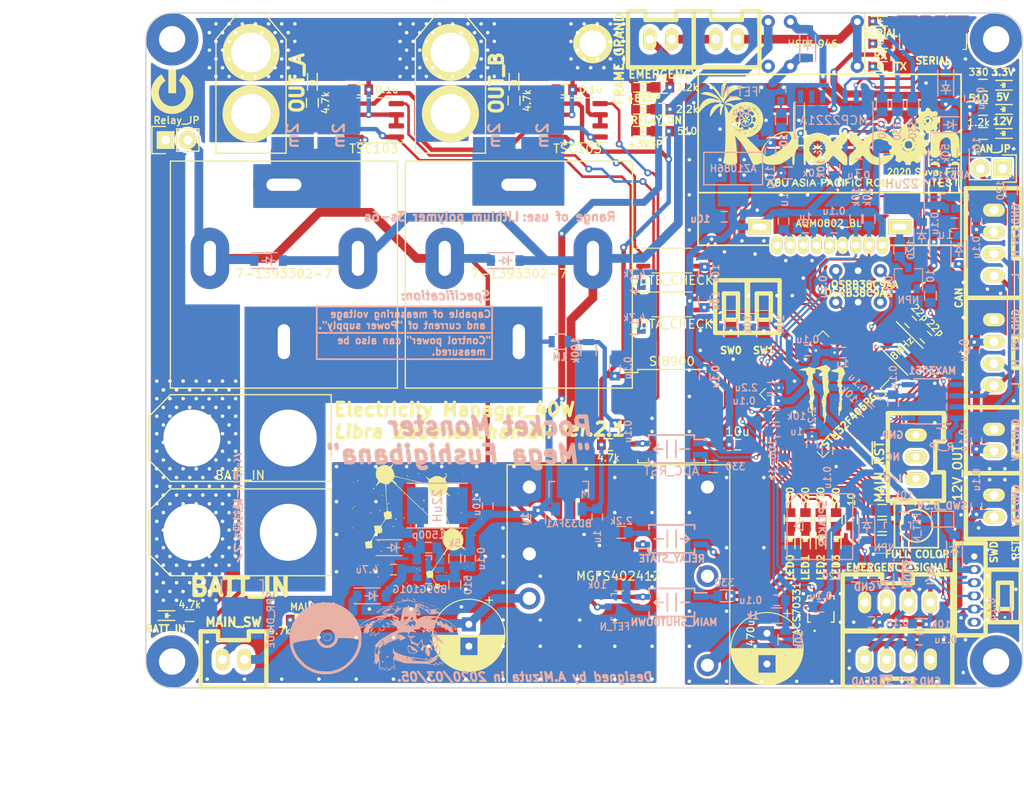
<source format=kicad_pcb>
(kicad_pcb (version 20171130) (host pcbnew "(5.1.5)-3")
  (layers (0 F.Cu signal) (31 B.Cu signal) (34 B.Paste user) (35 F.Paste user) (36 B.SilkS user) (37 F.SilkS user) (38 B.Mask user) (39 F.Mask user) (44 Edge.Cuts user))
  (net 0 "")
  (net 1 GND)
  (net 2 /OSC_IN)
  (net 3 +12V)
  (net 4 +3.3V)
  (net 5 /OSC_OUT)
  (net 6 "Net-(C11-Pad1)")
  (net 7 "Net-(C13-Pad1)")
  (net 8 +5V)
  (net 9 "Net-(C20-Pad2)")
  (net 10 "Net-(C21-Pad2)")
  (net 11 "Net-(C21-Pad1)")
  (net 12 3V3)
  (net 13 GNDPWR)
  (net 14 "Net-(C23-Pad1)")
  (net 15 "Net-(C23-Pad2)")
  (net 16 "Net-(C31-Pad1)")
  (net 17 /24V)
  (net 18 /ADC12_IN4)
  (net 19 "Net-(C35-Pad1)")
  (net 20 /Voltage)
  (net 21 /ADC12_IN5)
  (net 22 /ADC12_IN6)
  (net 23 "Net-(D1-Pad2)")
  (net 24 "Net-(D1-Pad1)")
  (net 25 "Net-(D2-Pad1)")
  (net 26 "Net-(D3-Pad1)")
  (net 27 "Net-(D4-Pad1)")
  (net 28 "Net-(D5-Pad1)")
  (net 29 "Net-(D6-Pad1)")
  (net 30 "Net-(D7-Pad1)")
  (net 31 "Net-(D8-Pad1)")
  (net 32 "Net-(D9-Pad1)")
  (net 33 +BATT)
  (net 34 "Net-(D10-Pad3)")
  (net 35 "Net-(D13-Pad1)")
  (net 36 "Net-(D14-Pad1)")
  (net 37 "Net-(D15-Pad1)")
  (net 38 "Net-(D16-Pad1)")
  (net 39 "Net-(D17-Pad1)")
  (net 40 "Net-(D18-Pad1)")
  (net 41 "Net-(D19-Pad1)")
  (net 42 "Net-(D20-Pad1)")
  (net 43 /Relay_Out)
  (net 44 "Net-(JP3-Pad1)")
  (net 45 /CAN_L)
  (net 46 /SWDIO)
  (net 47 /SWCLK)
  (net 48 /CAN_H)
  (net 49 /Relay_state)
  (net 50 /Fource_shutdown)
  (net 51 /USART1_TX)
  (net 52 /USART1_RX)
  (net 53 "Net-(P10-Pad2)")
  (net 54 /Coil)
  (net 55 "Net-(IC2-Pad3)")
  (net 56 "Net-(Q2-Pad1)")
  (net 57 "Net-(Q3-Pad1)")
  (net 58 "Net-(Q3-Pad3)")
  (net 59 "Net-(R8-Pad1)")
  (net 60 /PC0)
  (net 61 "Net-(IC3-Pad2)")
  (net 62 "Net-(R12-Pad1)")
  (net 63 /PC1)
  (net 64 "Net-(IC2-Pad1)")
  (net 65 /PC3)
  (net 66 /PC4)
  (net 67 /PC5)
  (net 68 /TIM1_CH1)
  (net 69 /TIM1_CH2)
  (net 70 /TIM1_CH3)
  (net 71 /TIM1_CH4)
  (net 72 "Net-(IC4-Pad2)")
  (net 73 /I2C2_SCL)
  (net 74 /I2C2_SDA)
  (net 75 "Net-(IC4-Pad4)")
  (net 76 /FB)
  (net 77 "Net-(R47-Pad2)")
  (net 78 /CAN1_TX)
  (net 79 /CAN1_RX)
  (net 80 "Net-(U1-Pad5)")
  (net 81 "Net-(U2-Pad3)")
  (net 82 /PC2)
  (net 83 /USART2_TX)
  (net 84 /USART2_RX)
  (net 85 "Net-(U2-Pad45)")
  (net 86 "Net-(U2-Pad51)")
  (net 87 "Net-(U2-Pad52)")
  (net 88 "Net-(U2-Pad53)")
  (net 89 "Net-(U2-Pad54)")
  (net 90 "Net-(U2-Pad55)")
  (net 91 "Net-(U2-Pad56)")
  (net 92 "Net-(U4-Pad1)")
  (net 93 "Net-(U6-Pad6)")
  (net 94 "Net-(U6-Pad11)")
  (net 95 "Net-(U6-Pad14)")
  (net 96 "Net-(U6-Pad15)")
  (net 97 "Net-(P1-Pad6)")
  (net 98 "Net-(C25-Pad1)")
  (net 99 /ADC12_IN7)
  (net 100 /PC15)
  (net 101 "Net-(P11-Pad2)")
  (net 102 "Net-(R44-Pad2)")
  (net 103 /PB15)
  (net 104 /PB14)
  (net 105 /PB13)
  (net 106 /PB12)
  (net 107 "Net-(D25-Pad1)")
  (net 108 "Net-(Q7-Pad1)")
  (net 109 "Net-(U19-Pad8)")
  (net 110 "Net-(D26-Pad2)")
  (net 111 "Net-(D27-Pad2)")
  (net 112 "Net-(D28-Pad2)")
  (net 113 "Net-(D29-Pad1)")
  (net 114 "Net-(R59-Pad2)")
  (net 115 "Net-(U19-Pad9)")
  (net 116 "Net-(U19-Pad10)")
  (net 117 /D-)
  (net 118 /D+)
  (net 119 "Net-(U22-Pad3)")
  (net 120 "Net-(J1-Pad6)")
  (net 121 "Net-(J1-Pad4)")
  (net 122 "Net-(R19-Pad2)")
  (net 123 "Net-(R51-Pad2)")
  (net 124 "Net-(R58-Pad2)")
  (net 125 "Net-(C36-Pad1)")
  (net 126 "Net-(C36-Pad2)")
  (net 127 /PC13)
  (net 128 "Net-(R29-Pad2)")
  (net 129 "Net-(Q2-Pad3)")
  (net 130 "Net-(R1-Pad2)")
  (net 131 "Net-(R5-Pad2)")
  (net 132 /PC6)
  (net 133 /PC7)
  (net 134 /PC8)
  (net 135 /PC9)
  (net 136 /ADC12_IN9)
  (net 137 /ADC12_IN8)
  (net 138 "Net-(R21-Pad2)")
  (net 139 "Net-(C30-Pad1)")
  (net 140 /~RST)
  (net 141 OUT_A)
  (net 142 OUT_B)
  (net 143 "Net-(R50-Pad2)")
  (net 144 /OUTB_Current)
  (net 145 /OUTA_Current)
  (net 146 /CoilReadPin_PA15)
  (net 147 "Net-(U2-Pad28)")
  (net 148 /PA1)
  (net 149 /PA0)
  (net 150 +8V)
  (net 151 /To_CurrentA)
  (net 152 /To_CurrentB)
  (net 153 "Net-(DCDC1-Pad2)")
  (net 154 /MAIN_~RST)
  (net 155 "Net-(P8-Pad2)")
  (module Mizz_lib:WSHP2818 (layer B.Cu) (at 70 112 90)
    (fp_text reference R56 hide)
    (fp_text value 2m (at 0 0 90) (layer B.SilkS) (effects (font (size 1.27 1.27) (thickness 0.254)) (justify mirror)))
    (pad 2 smd rect (at 2.1 0 90) (size 3.9 4.85) (layers B.Cu B.Paste B.Mask) (net 141 OUT_A))
    (pad 1 smd rect (at -2.1 0 90) (size 3.9 4.85) (layers B.Cu B.Paste B.Mask) (net 151 /To_CurrentA))
  )
  (module Mizz_lib:WSHP2818 (layer B.Cu) (at 64.75 112 90)
    (fp_text reference R55 hide)
    (fp_text value 2m (at 0 0 90) (layer B.SilkS) (effects (font (size 1.27 1.27) (thickness 0.254)) (justify mirror)))
    (pad 1 smd rect (at -2.1 0 90) (size 3.9 4.85) (layers B.Cu B.Paste B.Mask) (net 151 /To_CurrentA))
    (pad 2 smd rect (at 2.1 0 90) (size 3.9 4.85) (layers B.Cu B.Paste B.Mask) (net 141 OUT_A))
  )
  (module Mizz_lib:SOIJ-4_5.3x5.3mm_Pitch1.27mm (layer B.Cu) (at 107.96 147.75 180)
    (fp_text reference IC4 hide)
    (fp_text value ADC_RST (at 0 -2.5) (layer B.SilkS) (effects (justify mirror)))
    (pad 4 smd rect (at 3.3 0.635 180) (size 1.7 0.65) (layers B.Cu B.Paste B.Mask) (net 75 "Net-(IC4-Pad4)"))
    (pad 3 smd rect (at 3.3 -0.635 180) (size 1.7 0.65) (layers B.Cu B.Paste B.Mask) (net 13 GNDPWR))
    (pad 2 smd rect (at -3.3 -0.635 180) (size 1.7 0.65) (layers B.Cu B.Paste B.Mask) (net 72 "Net-(IC4-Pad2)"))
    (pad 1 smd rect (at -3.3 0.635 180) (size 1.7 0.65) (layers B.Cu B.Paste B.Mask) (net 103 /PB15))
  )
  (module Mizz_lib:OSRB38C9AA (layer F.Cu) (at 129.25 127.4 180)
    (fp_text reference U21 hide)
    (fp_text value OSRB38C9AA (at 0 -2.54) (layer F.SilkS) (effects (font (size 0.8 0.8) (thickness 0.2))))
    (pad 1 thru_hole circle (at -2.54 0 180) (size 1.524 1.524) (drill 0.762) (layers *.Cu *.Mask) (net 60 /PC0))
    (pad 2 thru_hole circle (at 0 0 180) (size 1.524 1.524) (drill 0.762) (layers *.Cu *.Mask) (net 1 GND))
    (pad 3 thru_hole circle (at 2.54 0 180) (size 1.524 1.524) (drill 0.762) (layers *.Cu *.Mask) (net 8 +5V))
  )
  (module Mizz_lib:C_0603 (layer F.Cu) (at 135.25 133.25 315)
    (fp_text reference C5 hide)
    (fp_text value 22p (at 0 -1.5 315) (layer F.SilkS) (effects (font (size 0.8 0.8))))
    (pad 1 smd rect (at -0.949999 0 315) (size 1 1.2) (layers F.Cu F.Paste F.Mask) (net 5 /OSC_OUT))
    (pad 2 smd rect (at 0.93 0 315) (size 1 1.2) (layers F.Cu F.Paste F.Mask) (net 1 GND))
  )
  (module Mizz_lib:Crystal_SMD_5032_2Pads (layer F.Cu) (at 134.25 136.25 135)
    (fp_text reference X1 hide)
    (fp_text value 8MHz (at 0 0 -135) (layer F.SilkS) (effects (font (size 0.8 0.8))))
    (pad 2 smd rect (at 2.05 0 135) (size 2 2.4) (layers F.Cu F.Paste F.Mask) (net 5 /OSC_OUT))
    (pad 1 smd rect (at -2.05 0 135) (size 2 2.4) (layers F.Cu F.Paste F.Mask) (net 2 /OSC_IN))
  )
  (module Mizz_lib:C_0603 (layer B.Cu) (at 124 147.25 270)
    (fp_text reference C13 hide)
    (fp_text value 2.2u (at -3 0 270) (layer B.SilkS) (effects (font (size 0.8 0.8)) (justify mirror)))
    (pad 2 smd rect (at 0.93 0 270) (size 1 1.2) (layers B.Cu B.Paste B.Mask) (net 1 GND))
    (pad 1 smd rect (at -0.949999 0 270) (size 1 1.2) (layers B.Cu B.Paste B.Mask) (net 7 "Net-(C13-Pad1)"))
  )
  (module Mizz_lib:R_0603 (layer F.Cu) (at 132 156.5)
    (fp_text reference R5 hide)
    (fp_text value 330)
    (pad 1 smd rect (at -0.78 0) (size 1 1.2) (layers F.Cu F.Paste F.Mask) (net 70 /TIM1_CH3))
    (pad 2 smd rect (at 0.78 0) (size 1 1.2) (layers F.Cu F.Paste F.Mask) (net 131 "Net-(R5-Pad2)"))
  )
  (module Mizz_lib:R_0603 (layer F.Cu) (at 131.97 158.25)
    (fp_text reference R21 hide)
    (fp_text value 330)
    (pad 2 smd rect (at 0.78 0) (size 1 1.2) (layers F.Cu F.Paste F.Mask) (net 138 "Net-(R21-Pad2)"))
    (pad 1 smd rect (at -0.78 0) (size 1 1.2) (layers F.Cu F.Paste F.Mask) (net 69 /TIM1_CH2))
  )
  (module Mizz_lib:R_0603 (layer F.Cu) (at 132 154.75)
    (fp_text reference R1 hide)
    (fp_text value 330)
    (pad 2 smd rect (at 0.78 0) (size 1 1.2) (layers F.Cu F.Paste F.Mask) (net 130 "Net-(R1-Pad2)"))
    (pad 1 smd rect (at -0.78 0) (size 1 1.2) (layers F.Cu F.Paste F.Mask) (net 71 /TIM1_CH4))
  )
  (module Mizz_lib:C_0603 (layer B.Cu) (at 133.25 142.5 270)
    (fp_text reference C4 hide)
    (fp_text value 0.1u (at -3 0 270) (layer B.SilkS) (effects (font (size 0.8 0.8)) (justify mirror)))
    (pad 1 smd rect (at -0.95 0 270) (size 1 1.2) (layers B.Cu B.Paste B.Mask) (net 4 +3.3V))
    (pad 2 smd rect (at 0.93 0 270) (size 1 1.2) (layers B.Cu B.Paste B.Mask) (net 1 GND))
  )
  (module Mizz_lib:C_0603 (layer B.Cu) (at 119.25 140.75 180)
    (fp_text reference C11 hide)
    (fp_text value 2.2u (at 2.75 0 180) (layer B.SilkS) (effects (font (size 0.8 0.8)) (justify mirror)))
    (pad 1 smd rect (at -0.949999 0 180) (size 1 1.2) (layers B.Cu B.Paste B.Mask) (net 6 "Net-(C11-Pad1)"))
    (pad 2 smd rect (at 0.93 0 180) (size 1 1.2) (layers B.Cu B.Paste B.Mask) (net 1 GND))
  )
  (module Mizz_lib:Inductor_Taiyo-Yuden_NR-50xx_HandSoldering (layer B.Cu) (at 134.25 117.5 90)
    (fp_text reference L1 hide)
    (fp_text value 22uH (at 0 0) (layer B.SilkS) (effects (justify mirror)))
    (pad 2 smd rect (at 2.25 0 90) (size 2.4 4.2) (layers B.Cu B.Paste B.Mask) (net 35 "Net-(D13-Pad1)"))
    (pad 1 smd rect (at -2.25 0 90) (size 2.4 4.2) (layers B.Cu B.Paste B.Mask) (net 14 "Net-(C23-Pad1)"))
  )
  (module Mizz_lib:C_0603 (layer B.Cu) (at 126.5 122.5)
    (fp_text reference C19 hide)
    (fp_text value 0.1u (at 0 -1.9) (layer B.SilkS) (effects (font (size 0.8 0.8)) (justify mirror)))
    (pad 1 smd rect (at -0.95 0) (size 1 1.2) (layers B.Cu B.Paste B.Mask) (net 4 +3.3V))
    (pad 2 smd rect (at 0.93 0) (size 1 1.2) (layers B.Cu B.Paste B.Mask) (net 1 GND))
  )
  (module Mizz_lib:SOD-123 (layer B.Cu) (at 140.75 125 90)
    (fp_text reference D12 hide)
    (fp_text value DIODE hide)
    (pad 1 smd rect (at -1.635 0 90) (size 0.91 1.22) (layers B.Cu B.Paste B.Mask) (net 3 +12V))
    (pad 2 smd rect (at 1.635 0 90) (size 0.91 1.22) (layers B.Cu B.Paste B.Mask) (net 98 "Net-(C25-Pad1)"))
  )
  (module Mizz_lib:R_0603 (layer B.Cu) (at 120.5 110.25 90)
    (fp_text reference R48 hide)
    (fp_text value 10 (at -2.25 0.25 90) (layer B.SilkS) (effects (font (size 0.8 0.8) (thickness 0.2)) (justify mirror)))
    (pad 1 smd rect (at -0.78 0 90) (size 1 1.2) (layers B.Cu B.Paste B.Mask) (net 82 /PC2))
    (pad 2 smd rect (at 0.78 0 90) (size 1 1.2) (layers B.Cu B.Paste B.Mask) (net 108 "Net-(Q7-Pad1)"))
  )
  (module Mizz_lib:LED_0603 (layer F.Cu) (at 123.25 158.03 90)
    (fp_text reference D6 hide)
    (fp_text value LED1 (at -3.22 0 90) (layer F.SilkS) (effects (font (size 0.8 0.8) (thickness 0.2))))
    (pad 2 smd rect (at -0.88 0 270) (size 1 1.2) (layers F.Cu F.Paste F.Mask) (net 1 GND))
    (pad 1 smd rect (at 0.88 0 270) (size 1 1.2) (layers F.Cu F.Paste F.Mask) (net 29 "Net-(D6-Pad1)"))
  )
  (module Mizz_lib:C_0603 (layer B.Cu) (at 119.25 142.25)
    (fp_text reference C9 hide)
    (fp_text value 0.1u (at -3 0) (layer B.SilkS) (effects (font (size 0.8 0.8)) (justify mirror)))
    (pad 2 smd rect (at 0.93 0) (size 1 1.2) (layers B.Cu B.Paste B.Mask) (net 4 +3.3V))
    (pad 1 smd rect (at -0.95 0) (size 1 1.2) (layers B.Cu B.Paste B.Mask) (net 1 GND))
  )
  (module Mizz_lib:UGCT7525AN4 (layer B.Cu) (at 125.25 156.25 180)
    (fp_text reference SP1 hide)
    (fp_text value SPEAKER (at 0 0 270) (layer B.SilkS) (effects (font (size 0.8 0.8) (thickness 0.2)) (justify mirror)))
    (pad 3 smd rect (at 3.6 -3.6 180) (size 2.3 2.3) (layers B.Cu B.Paste B.Mask))
    (pad 2 smd rect (at -3 -3.6 180) (size 2.3 2.3) (layers B.Cu B.Paste B.Mask) (net 32 "Net-(D9-Pad1)"))
    (pad 1 smd rect (at -3 3 180) (size 2.3 2.3) (layers B.Cu B.Paste B.Mask) (net 4 +3.3V))
  )
  (module Mizz_lib:C_0603 (layer B.Cu) (at 111.75 139.5 270)
    (fp_text reference C27 hide)
    (fp_text value 0.1u (at 0 -1.25 270) (layer B.SilkS) (effects (font (size 0.8 0.8) (thickness 0.2)) (justify mirror)))
    (pad 2 smd rect (at 0.93 0 270) (size 1 1.2) (layers B.Cu B.Paste B.Mask) (net 1 GND))
    (pad 1 smd rect (at -0.95 0 270) (size 1 1.2) (layers B.Cu B.Paste B.Mask) (net 4 +3.3V))
  )
  (module Mizz_lib:C_0603 (layer B.Cu) (at 120 165 180)
    (fp_text reference C44 hide)
    (fp_text value 0.1u (at 3 0 180) (layer B.SilkS) (effects (font (size 0.8 0.8)) (justify mirror)))
    (pad 1 smd rect (at -0.95 0 180) (size 1 1.2) (layers B.Cu B.Paste B.Mask) (net 137 /ADC12_IN8))
    (pad 2 smd rect (at 0.93 0 180) (size 1 1.2) (layers B.Cu B.Paste B.Mask) (net 1 GND))
  )
  (module Mizz_lib:SOT-23 (layer B.Cu) (at 119.5 107 180)
    (fp_text reference Q7 hide)
    (fp_text value FET_N (at 3.75 0 180) (layer B.SilkS) (effects (justify mirror)))
    (pad 1 smd rect (at -0.95 -1.00076 180) (size 0.8001 0.8001) (layers B.Cu B.Paste B.Mask) (net 108 "Net-(Q7-Pad1)"))
    (pad 2 smd rect (at 0.95 -1.00076 180) (size 0.8001 0.8001) (layers B.Cu B.Paste B.Mask) (net 1 GND))
    (pad 3 smd rect (at 0 0.99822 180) (size 0.8001 0.8001) (layers B.Cu B.Paste B.Mask) (net 107 "Net-(D25-Pad1)"))
  )
  (module Mizz_lib:R_0603 (layer B.Cu) (at 146.75 118.25 90)
    (fp_text reference R6 hide)
    (fp_text value 120 (at 0 -1.25 90) (layer B.SilkS) (effects (font (size 0.8 0.8)) (justify mirror)))
    (pad 2 smd rect (at 0.78 0 90) (size 1 1.2) (layers B.Cu B.Paste B.Mask) (net 44 "Net-(JP3-Pad1)"))
    (pad 1 smd rect (at -0.78 0 90) (size 1 1.2) (layers B.Cu B.Paste B.Mask) (net 48 /CAN_H))
  )
  (module RP_KiCAD_Connector:XT60_F (layer F.Cu) (at 82.75 106 270)
    (fp_text reference P15 hide)
    (fp_text value OUT_B (at 0 -5.25 270) (layer F.SilkS) (effects (font (size 1.5 1.5) (thickness 0.375))))
    (pad 1 thru_hole circle (at -3.5 0 270) (size 6.5 6.5) (drill 4.5) (layers *.Cu *.Mask F.SilkS) (net 13 GNDPWR))
    (pad 2 thru_hole circle (at 3.5 0 270) (size 6.5 6.5) (drill 4.5) (layers *.Cu *.Mask F.SilkS) (net 142 OUT_B))
  )
  (module RP_KiCAD_Connector:XT60_M (layer F.Cu) (at 60 106 270)
    (fp_text reference P17 hide)
    (fp_text value OUT_A (at 0 -5.25 270) (layer F.SilkS) (effects (font (size 1.5 1.5) (thickness 0.375))))
    (pad 2 thru_hole circle (at 3.5 0 270) (size 6.5 6.5) (drill 4.5) (layers *.Cu *.Mask F.SilkS) (net 141 OUT_A))
    (pad 1 thru_hole circle (at -3.5 0 270) (size 6.5 6.5) (drill 4.5) (layers *.Cu *.Mask F.SilkS) (net 13 GNDPWR))
  )
  (module Mizz_lib:GS2 (layer B.Cu) (at 138.885 155.75 90)
    (fp_text reference JP2 hide)
    (fp_text value SWD_3.3V (at 1.524 0) (layer B.SilkS) (effects (font (size 0.8 0.8) (thickness 0.2)) (justify mirror)))
    (pad 2 smd rect (at 0 -0.635 90) (size 1.27 0.9652) (layers B.Cu B.Paste B.Mask) (net 4 +3.3V))
    (pad 1 smd rect (at 0 0.635 90) (size 1.27 0.9652) (layers B.Cu B.Paste B.Mask) (net 23 "Net-(D1-Pad2)"))
  )
  (module Mizz_lib:C_0603 (layer B.Cu) (at 131.25 142.25 135)
    (fp_text reference C12 hide)
    (fp_text value 0.1u (at 2.828427 0 135) (layer B.SilkS) (effects (font (size 0.8 0.8)) (justify mirror)))
    (pad 1 smd rect (at -0.949999 0 135) (size 1 1.2) (layers B.Cu B.Paste B.Mask) (net 1 GND))
    (pad 2 smd rect (at 0.93 0 135) (size 1 1.2) (layers B.Cu B.Paste B.Mask) (net 4 +3.3V))
  )
  (module Mizz_lib:C_0603 (layer B.Cu) (at 120.75 121.75 270)
    (fp_text reference C20 hide)
    (fp_text value 1u (at -2.5 0 270) (layer B.SilkS) (effects (justify mirror)))
    (pad 2 smd rect (at 0.93 0 270) (size 1 1.2) (layers B.Cu B.Paste B.Mask) (net 9 "Net-(C20-Pad2)"))
    (pad 1 smd rect (at -0.95 0 270) (size 1 1.2) (layers B.Cu B.Paste B.Mask) (net 4 +3.3V))
  )
  (module Mizz_lib:C_0603 (layer B.Cu) (at 138 119 90)
    (fp_text reference C23 hide)
    (fp_text value 0.1u (at -3 0 90) (layer B.SilkS) (effects (font (size 0.8 0.8)) (justify mirror)))
    (pad 1 smd rect (at -0.95 0 90) (size 1 1.2) (layers B.Cu B.Paste B.Mask) (net 14 "Net-(C23-Pad1)"))
    (pad 2 smd rect (at 0.93 0 90) (size 1 1.2) (layers B.Cu B.Paste B.Mask) (net 15 "Net-(C23-Pad2)"))
  )
  (module Mizz_lib:C_0603 (layer B.Cu) (at 119.25 113.75 270)
    (fp_text reference C24 hide)
    (fp_text value 10u (at 3 0 270) (layer B.SilkS) (effects (justify mirror)))
    (pad 1 smd rect (at -0.95 0 270) (size 1 1.2) (layers B.Cu B.Paste B.Mask) (net 8 +5V))
    (pad 2 smd rect (at 0.93 0 270) (size 1 1.2) (layers B.Cu B.Paste B.Mask) (net 1 GND))
  )
  (module Mizz_lib:C_0603 (layer B.Cu) (at 140.25 122 180)
    (fp_text reference C25 hide)
    (fp_text value 1u (at 1 -1.25 180) (layer B.SilkS) (effects (justify mirror)))
    (pad 2 smd rect (at 0.93 0 180) (size 1 1.2) (layers B.Cu B.Paste B.Mask) (net 1 GND))
    (pad 1 smd rect (at -0.95 0 180) (size 1 1.2) (layers B.Cu B.Paste B.Mask) (net 98 "Net-(C25-Pad1)"))
  )
  (module Mizz_lib:C_0603 (layer B.Cu) (at 114 121.25 180)
    (fp_text reference C26 hide)
    (fp_text value 10u (at 2.75 -0.25 180) (layer B.SilkS) (effects (font (size 0.8 0.8) (thickness 0.2)) (justify mirror)))
    (pad 1 smd rect (at -0.95 0 180) (size 1 1.2) (layers B.Cu B.Paste B.Mask) (net 4 +3.3V))
    (pad 2 smd rect (at 0.93 0 180) (size 1 1.2) (layers B.Cu B.Paste B.Mask) (net 1 GND))
  )
  (module Mizz_lib:C_0603 (layer F.Cu) (at 115.5 147.25)
    (fp_text reference C28 hide)
    (fp_text value 10u (at 0 -1.5) (layer F.SilkS))
    (pad 2 smd rect (at 0.93 0) (size 1 1.2) (layers F.Cu F.Paste F.Mask) (net 1 GND))
    (pad 1 smd rect (at -0.95 0) (size 1 1.2) (layers F.Cu F.Paste F.Mask) (net 4 +3.3V))
  )
  (module Mizz_lib:SOD-123 (layer B.Cu) (at 140.25 159.25 90)
    (fp_text reference D1 hide)
    (fp_text value DIODE hide)
    (pad 2 smd rect (at 1.635 0 90) (size 0.91 1.22) (layers B.Cu B.Paste B.Mask) (net 23 "Net-(D1-Pad2)"))
    (pad 1 smd rect (at -1.635 0 90) (size 0.91 1.22) (layers B.Cu B.Paste B.Mask) (net 24 "Net-(D1-Pad1)"))
  )
  (module Mizz_lib:SOD-123 (layer B.Cu) (at 130.25 156.5 90)
    (fp_text reference D9 hide)
    (fp_text value DIODE hide)
    (pad 1 smd rect (at -1.635 0 90) (size 0.91 1.22) (layers B.Cu B.Paste B.Mask) (net 32 "Net-(D9-Pad1)"))
    (pad 2 smd rect (at 1.635 0 90) (size 0.91 1.22) (layers B.Cu B.Paste B.Mask) (net 4 +3.3V))
  )
  (module Mizz_lib:SOD-123 (layer B.Cu) (at 136.5 123.5 90)
    (fp_text reference D11 hide)
    (fp_text value DIODE hide)
    (pad 2 smd rect (at 1.635 0 90) (size 0.91 1.22) (layers B.Cu B.Paste B.Mask) (net 14 "Net-(C23-Pad1)"))
    (pad 1 smd rect (at -1.635 0 90) (size 0.91 1.22) (layers B.Cu B.Paste B.Mask) (net 1 GND))
  )
  (module Mizz_lib:SOD-123 (layer B.Cu) (at 139.75 110.75)
    (fp_text reference D13 hide)
    (fp_text value DIODE hide)
    (pad 2 smd rect (at 1.635 0) (size 0.91 1.22) (layers B.Cu B.Paste B.Mask) (net 8 +5V))
    (pad 1 smd rect (at -1.635 0) (size 0.91 1.22) (layers B.Cu B.Paste B.Mask) (net 35 "Net-(D13-Pad1)"))
  )
  (module Mizz_lib:SOD-123 (layer B.Cu) (at 73.75 164.5)
    (fp_text reference D21 hide)
    (fp_text value DIODE hide)
    (pad 1 smd rect (at -1.635 0) (size 0.91 1.22) (layers B.Cu B.Paste B.Mask) (net 17 /24V))
    (pad 2 smd rect (at 1.635 0) (size 0.91 1.22) (layers B.Cu B.Paste B.Mask) (net 16 "Net-(C31-Pad1)"))
  )
  (module Mizz_lib:Pin_Header_Straight_1x02 (layer F.Cu) (at 145.75 115.75 270)
    (fp_text reference JP3 hide)
    (fp_text value CAN_JP (at -2.25 1.25) (layer F.SilkS) (effects (font (size 0.8 0.8) (thickness 0.2))))
    (pad 1 thru_hole rect (at 0 0 270) (size 2.032 2.032) (drill 1.016) (layers *.Cu *.Mask F.SilkS) (net 44 "Net-(JP3-Pad1)"))
    (pad 2 thru_hole oval (at 0 2.54 270) (size 2.032 2.032) (drill 1.016) (layers *.Cu *.Mask F.SilkS) (net 45 /CAN_L))
  )
  (module Mizz_lib:XA_4T (layer F.Cu) (at 144.75 128 90)
    (fp_text reference P3 hide)
    (fp_text value CAN)
    (pad 4 thru_hole oval (at 0 0 90) (size 1.5 2.5) (drill 1) (layers *.Cu *.Mask F.SilkS) (net 45 /CAN_L))
    (pad 3 thru_hole oval (at 2.5 0 90) (size 1.5 2.5) (drill 1) (layers *.Cu *.Mask F.SilkS) (net 48 /CAN_H))
    (pad 2 thru_hole oval (at 5 0 90) (size 1.5 2.5) (drill 1) (layers *.Cu *.Mask F.SilkS) (net 3 +12V))
    (pad 1 thru_hole oval (at 7.5 0 90) (size 1.5 2.5) (drill 1) (layers *.Cu *.Mask F.SilkS) (net 1 GND))
  )
  (module Mizz_lib:XA_2T (layer F.Cu) (at 59.25 171.75 180)
    (fp_text reference P9 hide)
    (fp_text value MAIN_SW (at 1.25 4.25 180) (layer F.SilkS) (effects (font (thickness 0.25))))
    (pad 2 thru_hole oval (at 0 0 180) (size 1.5 2.5) (drill 1) (layers *.Cu *.Mask F.SilkS) (net 17 /24V))
    (pad 1 thru_hole oval (at 2.5 0 180) (size 1.5 2.5) (drill 1) (layers *.Cu *.Mask F.SilkS) (net 34 "Net-(D10-Pad3)"))
  )
  (module Mizz_lib:XT90PB (layer F.Cu) (at 58.75 157.25 180)
    (fp_text reference P13 hide)
    (fp_text value BATT_IN (at 0 -6.25 180) (layer F.SilkS) (effects (font (size 2 2) (thickness 0.5))))
    (pad 1 thru_hole circle (at 5.5 0 180) (size 8.5 8.5) (drill 6.5) (layers *.Cu *.Mask) (net 13 GNDPWR))
    (pad 2 thru_hole circle (at -5.5 0 180) (size 8.5 8.5) (drill 6.5) (layers *.Cu *.Mask) (net 33 +BATT))
  )
  (module Mizz_lib:XT90PB (layer F.Cu) (at 58.75 146.5 180)
    (fp_text reference P16 hide)
    (fp_text value BATT_IN (at 0 -4.25 180) (layer F.SilkS))
    (pad 2 thru_hole circle (at -5.5 0 180) (size 8.5 8.5) (drill 6.5) (layers *.Cu *.Mask) (net 33 +BATT))
    (pad 1 thru_hole circle (at 5.5 0 180) (size 8.5 8.5) (drill 6.5) (layers *.Cu *.Mask) (net 13 GNDPWR))
  )
  (module Mizz_lib:SW_SPST_CK_RS282G05A3 (layer F.Cu) (at 146 164.5 270)
    (fp_text reference SW1 hide)
    (fp_text value RST (at -5.25 -1.25 270) (layer F.SilkS) (effects (font (size 0.8 0.8))))
    (pad 2 smd rect (at -2.8 0 270) (size 2.6 1.5) (layers F.Cu F.Paste F.Mask) (net 1 GND))
    (pad 1 smd rect (at 2.8 0 270) (size 2.6 1.5) (layers F.Cu F.Paste F.Mask) (net 140 /~RST))
  )
  (module Mizz_lib:TSOT-6-MK06A (layer B.Cu) (at 140.25 119)
    (fp_text reference U5 hide)
    (fp_text value AP3211 (at -0.5 -2.5) (layer B.SilkS) (effects (font (size 0.8 0.8)) (justify mirror)))
    (pad 6 smd rect (at -0.94996 1.30048) (size 0.69088 1.00076) (layers B.Cu B.Paste B.Mask) (net 14 "Net-(C23-Pad1)"))
    (pad 5 smd rect (at 0 1.30048) (size 0.69088 1.00076) (layers B.Cu B.Paste B.Mask) (net 98 "Net-(C25-Pad1)"))
    (pad 4 smd rect (at 0.94996 1.30048) (size 0.69088 1.00076) (layers B.Cu B.Paste B.Mask) (net 98 "Net-(C25-Pad1)"))
    (pad 3 smd rect (at 0.94996 -1.30048) (size 0.69088 1.00076) (layers B.Cu B.Paste B.Mask) (net 76 /FB))
    (pad 2 smd rect (at 0 -1.30048) (size 0.69088 1.00076) (layers B.Cu B.Paste B.Mask) (net 1 GND))
    (pad 1 smd rect (at -0.94996 -1.30048) (size 0.69088 1.00076) (layers B.Cu B.Paste B.Mask) (net 15 "Net-(C23-Pad2)"))
  )
  (module Mizz_lib:AZ1086H (layer B.Cu) (at 115 115.75)
    (fp_text reference U7 hide)
    (fp_text value AZ1086H (at 0 0) (layer B.SilkS) (effects (font (size 0.8 0.8)) (justify mirror)))
    (pad 2 smd rect (at 0 -2.9) (size 1.2 2) (layers B.Cu B.Paste B.Mask) (net 4 +3.3V))
    (pad 1 smd rect (at -2.3 -2.9) (size 1.2 2) (layers B.Cu B.Paste B.Mask) (net 1 GND))
    (pad 3 smd rect (at 2.3 -2.9) (size 1.2 2) (layers B.Cu B.Paste B.Mask) (net 8 +5V))
    (pad 2 smd rect (at 0 3.1) (size 3.5 2.5) (layers B.Cu B.Paste B.Mask) (net 4 +3.3V))
  )
  (module Mizz_lib:SOIJ-4_5.3x5.3mm_Pitch1.27mm (layer B.Cu) (at 108 165.25 180)
    (fp_text reference IC2 hide)
    (fp_text value MAIN_SHUTDOWN (at -0.25 -2.25 180) (layer B.SilkS) (effects (font (size 0.8 0.8) (thickness 0.2)) (justify mirror)))
    (pad 1 smd rect (at -3.3 0.635 180) (size 1.7 0.65) (layers B.Cu B.Paste B.Mask) (net 64 "Net-(IC2-Pad1)"))
    (pad 2 smd rect (at -3.3 -0.635 180) (size 1.7 0.65) (layers B.Cu B.Paste B.Mask) (net 1 GND))
    (pad 3 smd rect (at 3.3 -0.635 180) (size 1.7 0.65) (layers B.Cu B.Paste B.Mask) (net 55 "Net-(IC2-Pad3)"))
    (pad 4 smd rect (at 3.3 0.635 180) (size 1.7 0.65) (layers B.Cu B.Paste B.Mask) (net 150 +8V))
  )
  (module Mizz_lib:SOIJ-4_5.3x5.3mm_Pitch1.27mm (layer B.Cu) (at 108 158)
    (fp_text reference IC3 hide)
    (fp_text value RELAY_STATE (at 0 2.25) (layer B.SilkS) (effects (font (size 0.8 0.8) (thickness 0.2)) (justify mirror)))
    (pad 4 smd rect (at 3.3 0.635) (size 1.7 0.65) (layers B.Cu B.Paste B.Mask) (net 49 /Relay_state))
    (pad 3 smd rect (at 3.3 -0.635) (size 1.7 0.65) (layers B.Cu B.Paste B.Mask) (net 1 GND))
    (pad 2 smd rect (at -3.3 -0.635) (size 1.7 0.65) (layers B.Cu B.Paste B.Mask) (net 61 "Net-(IC3-Pad2)"))
    (pad 1 smd rect (at -3.3 0.635) (size 1.7 0.65) (layers B.Cu B.Paste B.Mask) (net 54 /Coil))
  )
  (module Mizz_lib:ZH_6T (layer F.Cu) (at 142.5 160 270)
    (fp_text reference P1 hide)
    (fp_text value SWD (at -0.5 -2.25 270) (layer F.SilkS) (effects (font (size 0.8 0.8) (thickness 0.2))))
    (pad 1 thru_hole oval (at 0 0 270) (size 1 1.524) (drill 0.7) (layers *.Cu *.Mask) (net 1 GND))
    (pad 2 thru_hole oval (at 1.5 0 270) (size 1 1.524) (drill 0.7) (layers *.Cu *.Mask) (net 24 "Net-(D1-Pad1)"))
    (pad 3 thru_hole oval (at 3 0 270) (size 1 1.524) (drill 0.7) (layers *.Cu *.Mask) (net 47 /SWCLK))
    (pad 4 thru_hole oval (at 4.5 0 270) (size 1 1.524) (drill 0.7) (layers *.Cu *.Mask) (net 46 /SWDIO))
    (pad 5 thru_hole oval (at 6 0 270) (size 1 1.524) (drill 0.7) (layers *.Cu *.Mask) (net 140 /~RST))
    (pad 6 thru_hole oval (at 7.5 0 270) (size 1 1.524) (drill 0.7) (layers *.Cu *.Mask) (net 97 "Net-(P1-Pad6)"))
  )
  (module Mizz_lib:C_0603 (layer F.Cu) (at 137 135 135)
    (fp_text reference C1 hide)
    (fp_text value 22p (at 0 1.5 135) (layer F.SilkS) (effects (font (size 0.8 0.8))))
    (pad 1 smd rect (at -0.949999 0 135) (size 1 1.2) (layers F.Cu F.Paste F.Mask) (net 2 /OSC_IN))
    (pad 2 smd rect (at 0.93 0 135) (size 1 1.2) (layers F.Cu F.Paste F.Mask) (net 1 GND))
  )
  (module Mizz_lib:C_0603 (layer B.Cu) (at 142.5 136.5 270)
    (fp_text reference C2 hide)
    (fp_text value 0.1u (at 0 1.25 270) (layer B.SilkS) (effects (font (size 0.8 0.8)) (justify mirror)))
    (pad 1 smd rect (at -0.95 0 270) (size 1 1.2) (layers B.Cu B.Paste B.Mask) (net 3 +12V))
    (pad 2 smd rect (at 0.93 0 270) (size 1 1.2) (layers B.Cu B.Paste B.Mask) (net 1 GND))
  )
  (module Mizz_lib:C_0603 (layer B.Cu) (at 146 166 90)
    (fp_text reference C3 hide)
    (fp_text value 0.1u (at 0 -1.5 90) (layer B.SilkS) (effects (font (size 0.8 0.8)) (justify mirror)))
    (pad 1 smd rect (at -0.95 0 90) (size 1 1.2) (layers B.Cu B.Paste B.Mask) (net 140 /~RST))
    (pad 2 smd rect (at 0.93 0 90) (size 1 1.2) (layers B.Cu B.Paste B.Mask) (net 1 GND))
  )
  (module Mizz_lib:C_0603 (layer B.Cu) (at 142.75 121.75 90)
    (fp_text reference C6 hide)
    (fp_text value 0.1u (at -3 0 90) (layer B.SilkS) (effects (font (size 0.8 0.8)) (justify mirror)))
    (pad 2 smd rect (at 0.93 0 90) (size 1 1.2) (layers B.Cu B.Paste B.Mask) (net 1 GND))
    (pad 1 smd rect (at -0.95 0 90) (size 1 1.2) (layers B.Cu B.Paste B.Mask) (net 3 +12V))
  )
  (module Mizz_lib:C_0603 (layer B.Cu) (at 136.25 169.5)
    (fp_text reference C7 hide)
    (fp_text value 0.1u (at 3 0) (layer B.SilkS) (effects (font (size 0.8 0.8)) (justify mirror)))
    (pad 2 smd rect (at 0.93 0) (size 1 1.2) (layers B.Cu B.Paste B.Mask) (net 1 GND))
    (pad 1 smd rect (at -0.95 0) (size 1 1.2) (layers B.Cu B.Paste B.Mask) (net 3 +12V))
  )
  (module Mizz_lib:C_0603 (layer B.Cu) (at 123.5 136.5)
    (fp_text reference C8 hide)
    (fp_text value 0.1u (at 0 -1.25) (layer B.SilkS) (effects (font (size 0.8 0.8)) (justify mirror)))
    (pad 1 smd rect (at -0.95 0) (size 1 1.2) (layers B.Cu B.Paste B.Mask) (net 1 GND))
    (pad 2 smd rect (at 0.93 0) (size 1 1.2) (layers B.Cu B.Paste B.Mask) (net 4 +3.3V))
  )
  (module Mizz_lib:C_0603 (layer B.Cu) (at 125.75 148 90)
    (fp_text reference C10 hide)
    (fp_text value 0.1u (at -3 0 90) (layer B.SilkS) (effects (font (size 0.8 0.8)) (justify mirror)))
    (pad 2 smd rect (at 0.93 0 90) (size 1 1.2) (layers B.Cu B.Paste B.Mask) (net 4 +3.3V))
    (pad 1 smd rect (at -0.95 0 90) (size 1 1.2) (layers B.Cu B.Paste B.Mask) (net 1 GND))
  )
  (module Mizz_lib:C_0603 (layer B.Cu) (at 130.75 167.5 180)
    (fp_text reference C14 hide)
    (fp_text value 0.1u (at -3 0 180) (layer B.SilkS) (effects (font (size 0.8 0.8)) (justify mirror)))
    (pad 2 smd rect (at 0.93 0 180) (size 1 1.2) (layers B.Cu B.Paste B.Mask) (net 1 GND))
    (pad 1 smd rect (at -0.95 0 180) (size 1 1.2) (layers B.Cu B.Paste B.Mask) (net 3 +12V))
  )
  (module Mizz_lib:C_0603 (layer B.Cu) (at 127.5 136.75 180)
    (fp_text reference C15 hide)
    (fp_text value 1u (at 0 -1.25 180) (layer B.SilkS) (effects (font (size 0.8 0.8)) (justify mirror)))
    (pad 2 smd rect (at 0.93 0 180) (size 1 1.2) (layers B.Cu B.Paste B.Mask) (net 4 +3.3V))
    (pad 1 smd rect (at -0.95 0 180) (size 1 1.2) (layers B.Cu B.Paste B.Mask) (net 1 GND))
  )
  (module Mizz_lib:C_0603 (layer B.Cu) (at 142.75 154.25 90)
    (fp_text reference C16 hide)
    (fp_text value 0.1u (at 3 0 90) (layer B.SilkS) (effects (font (size 0.8 0.8)) (justify mirror)))
    (pad 2 smd rect (at 0.93 0 90) (size 1 1.2) (layers B.Cu B.Paste B.Mask) (net 1 GND))
    (pad 1 smd rect (at -0.95 0 90) (size 1 1.2) (layers B.Cu B.Paste B.Mask) (net 3 +12V))
  )
  (module Mizz_lib:C_0603 (layer B.Cu) (at 142.75 146.8 90)
    (fp_text reference C17 hide)
    (fp_text value 0.1u (at 0.05 -1.5 90) (layer B.SilkS) (effects (font (size 0.8 0.8)) (justify mirror)))
    (pad 1 smd rect (at -0.95 0 90) (size 1 1.2) (layers B.Cu B.Paste B.Mask) (net 3 +12V))
    (pad 2 smd rect (at 0.93 0 90) (size 1 1.2) (layers B.Cu B.Paste B.Mask) (net 1 GND))
  )
  (module Mizz_lib:C_0603 (layer B.Cu) (at 129.32 115.25)
    (fp_text reference C18 hide)
    (fp_text value 0.1u (at 0 1.25) (layer B.SilkS) (effects (font (size 0.8 0.8)) (justify mirror)))
    (pad 1 smd rect (at -0.95 0) (size 1 1.2) (layers B.Cu B.Paste B.Mask) (net 1 GND))
    (pad 2 smd rect (at 0.93 0) (size 1 1.2) (layers B.Cu B.Paste B.Mask) (net 4 +3.3V))
  )
  (module Mizz_lib:C_0603 (layer B.Cu) (at 123.25 122.5 180)
    (fp_text reference C21 hide)
    (fp_text value 1u (at 0 1.25 180) (layer B.SilkS) (effects (font (size 0.8 0.8)) (justify mirror)))
    (pad 2 smd rect (at 0.93 0 180) (size 1 1.2) (layers B.Cu B.Paste B.Mask) (net 10 "Net-(C21-Pad2)"))
    (pad 1 smd rect (at -0.95 0 180) (size 1 1.2) (layers B.Cu B.Paste B.Mask) (net 11 "Net-(C21-Pad1)"))
  )
  (module Mizz_lib:C_0603 (layer B.Cu) (at 142 107.75 90)
    (fp_text reference C29 hide)
    (fp_text value 0.1u (at 0 1.25 90) (layer B.SilkS) (effects (font (size 0.8 0.8)) (justify mirror)))
    (pad 2 smd rect (at 0.93 0 90) (size 1 1.2) (layers B.Cu B.Paste B.Mask) (net 1 GND))
    (pad 1 smd rect (at -0.95 0 90) (size 1 1.2) (layers B.Cu B.Paste B.Mask) (net 8 +5V))
  )
  (module Mizz_lib:C_0603 (layer B.Cu) (at 85 160.25 90)
    (fp_text reference C30 hide)
    (fp_text value 0.1u (at 0 1.25 90) (layer B.SilkS) (effects (font (size 0.8 0.8)) (justify mirror)))
    (pad 2 smd rect (at 0.93 0 90) (size 1 1.2) (layers B.Cu B.Paste B.Mask) (net 150 +8V))
    (pad 1 smd rect (at -0.95 0 90) (size 1 1.2) (layers B.Cu B.Paste B.Mask) (net 139 "Net-(C30-Pad1)"))
  )
  (module Mizz_lib:C_0603 (layer B.Cu) (at 76.25 161.5 180)
    (fp_text reference C31 hide)
    (fp_text value 4.7u (at 3 0 180) (layer B.SilkS) (effects (font (size 0.8 0.8)) (justify mirror)))
    (pad 2 smd rect (at 0.93 0 180) (size 1 1.2) (layers B.Cu B.Paste B.Mask) (net 13 GNDPWR))
    (pad 1 smd rect (at -0.95 0 180) (size 1 1.2) (layers B.Cu B.Paste B.Mask) (net 16 "Net-(C31-Pad1)"))
  )
  (module Mizz_lib:C_0603 (layer B.Cu) (at 101.5 145.75 270)
    (fp_text reference C38 hide)
    (fp_text value 0.1u (at 0 -1.5 270) (layer B.SilkS) (effects (font (size 0.8 0.8)) (justify mirror)))
    (pad 1 smd rect (at -0.95 0 270) (size 1 1.2) (layers B.Cu B.Paste B.Mask) (net 20 /Voltage))
    (pad 2 smd rect (at 0.93 0 270) (size 1 1.2) (layers B.Cu B.Paste B.Mask) (net 13 GNDPWR))
  )
  (module Mizz_lib:C_0603 (layer B.Cu) (at 125 165.75)
    (fp_text reference C41 hide)
    (fp_text value 0.1u (at 0 -1.25) (layer B.SilkS) (effects (font (size 0.8 0.8)) (justify mirror)))
    (pad 2 smd rect (at 0.93 0) (size 1 1.2) (layers B.Cu B.Paste B.Mask) (net 1 GND))
    (pad 1 smd rect (at -0.95 0) (size 1 1.2) (layers B.Cu B.Paste B.Mask) (net 4 +3.3V))
  )
  (module Mizz_lib:C_0603 (layer B.Cu) (at 120 145.75)
    (fp_text reference C42 hide)
    (fp_text value 1u (at 2.25 0) (layer B.SilkS) (effects (font (size 0.8 0.8)) (justify mirror)))
    (pad 1 smd rect (at -0.95 0) (size 1 1.2) (layers B.Cu B.Paste B.Mask) (net 136 /ADC12_IN9))
    (pad 2 smd rect (at 0.93 0) (size 1 1.2) (layers B.Cu B.Paste B.Mask) (net 1 GND))
  )
  (module Mizz_lib:C_0603 (layer B.Cu) (at 99.5 155.5 90)
    (fp_text reference C43 hide)
    (fp_text value 1u (at -2.25 0 90) (layer B.SilkS) (effects (font (size 0.8 0.8)) (justify mirror)))
    (pad 1 smd rect (at -0.95 0 90) (size 1 1.2) (layers B.Cu B.Paste B.Mask) (net 13 GNDPWR))
    (pad 2 smd rect (at 0.93 0 90) (size 1 1.2) (layers B.Cu B.Paste B.Mask) (net 12 3V3))
  )
  (module Mizz_lib:LED_0603 (layer F.Cu) (at 145.75 111.75 180)
    (fp_text reference D2 hide)
    (fp_text value 12V (at 0 1.4 180) (layer F.SilkS) (effects (font (size 0.8 0.8) (thickness 0.2))))
    (pad 1 smd rect (at 0.88 0) (size 1 1.2) (layers F.Cu F.Paste F.Mask) (net 25 "Net-(D2-Pad1)"))
    (pad 2 smd rect (at -0.88 0) (size 1 1.2) (layers F.Cu F.Paste F.Mask) (net 1 GND))
  )
  (module Mizz_lib:LED_0603 (layer F.Cu) (at 145.75 109 180)
    (fp_text reference D3 hide)
    (fp_text value 5V (at 0 1.4 180) (layer F.SilkS) (effects (font (size 0.8 0.8) (thickness 0.2))))
    (pad 2 smd rect (at -0.88 0) (size 1 1.2) (layers F.Cu F.Paste F.Mask) (net 1 GND))
    (pad 1 smd rect (at 0.88 0) (size 1 1.2) (layers F.Cu F.Paste F.Mask) (net 26 "Net-(D3-Pad1)"))
  )
  (module Mizz_lib:LED_0603 (layer F.Cu) (at 145.75 106.25 180)
    (fp_text reference D4 hide)
    (fp_text value 3.3V (at 0 1.5 180) (layer F.SilkS) (effects (font (size 0.8 0.8) (thickness 0.2))))
    (pad 1 smd rect (at 0.88 0) (size 1 1.2) (layers F.Cu F.Paste F.Mask) (net 27 "Net-(D4-Pad1)"))
    (pad 2 smd rect (at -0.88 0) (size 1 1.2) (layers F.Cu F.Paste F.Mask) (net 1 GND))
  )
  (module Mizz_lib:LED_0603 (layer F.Cu) (at 121.5 158.03 90)
    (fp_text reference D5 hide)
    (fp_text value LED0 (at -3.22 0 90) (layer F.SilkS) (effects (font (size 0.8 0.8) (thickness 0.2))))
    (pad 1 smd rect (at 0.88 0 270) (size 1 1.2) (layers F.Cu F.Paste F.Mask) (net 28 "Net-(D5-Pad1)"))
    (pad 2 smd rect (at -0.88 0 270) (size 1 1.2) (layers F.Cu F.Paste F.Mask) (net 1 GND))
  )
  (module Mizz_lib:LED_0603 (layer F.Cu) (at 125 158.03 90)
    (fp_text reference D7 hide)
    (fp_text value LED2 (at -3.22 0 90) (layer F.SilkS) (effects (font (size 0.8 0.8) (thickness 0.2))))
    (pad 1 smd rect (at 0.88 0 270) (size 1 1.2) (layers F.Cu F.Paste F.Mask) (net 30 "Net-(D7-Pad1)"))
    (pad 2 smd rect (at -0.88 0 270) (size 1 1.2) (layers F.Cu F.Paste F.Mask) (net 1 GND))
  )
  (module Mizz_lib:LED_0603 (layer F.Cu) (at 126.75 158.03 90)
    (fp_text reference D8 hide)
    (fp_text value LED3 (at -3.22 0 90) (layer F.SilkS) (effects (font (size 0.8 0.8) (thickness 0.2))))
    (pad 2 smd rect (at -0.88 0 270) (size 1 1.2) (layers F.Cu F.Paste F.Mask) (net 1 GND))
    (pad 1 smd rect (at 0.88 0 270) (size 1 1.2) (layers F.Cu F.Paste F.Mask) (net 31 "Net-(D8-Pad1)"))
  )
  (module TO_SOT_Packages_SMD:TO-277A (layer B.Cu) (at 59 166)
    (fp_text reference D10 hide)
    (fp_text value SBR_DIODE (at 3.25 1.25 90) (layer B.SilkS) (effects (font (size 0.8 0.8)) (justify mirror)))
    (pad 1 smd rect (at 1.04 -2.765) (size 1.4 1.27) (layers B.Cu B.Paste B.Mask) (net 33 +BATT))
    (pad 3 smd rect (at 0 1.04) (size 4.72 4.8) (layers B.Cu B.Paste B.Mask) (net 34 "Net-(D10-Pad3)"))
    (pad 2 smd rect (at -1.04 -2.765) (size 1.4 1.27) (layers B.Cu B.Paste B.Mask) (net 33 +BATT))
  )
  (module Mizz_lib:LED_0603 (layer F.Cu) (at 50.5 166.75)
    (fp_text reference D14 hide)
    (fp_text value BATT_IN (at -0.25 1.5) (layer F.SilkS) (effects (font (size 0.8 0.8) (thickness 0.2))))
    (pad 1 smd rect (at 0.88 0 180) (size 1 1.2) (layers F.Cu F.Paste F.Mask) (net 36 "Net-(D14-Pad1)"))
    (pad 2 smd rect (at -0.88 0 180) (size 1 1.2) (layers F.Cu F.Paste F.Mask) (net 13 GNDPWR))
  )
  (module Mizz_lib:LED_0603 (layer F.Cu) (at 67.75 167.25 180)
    (fp_text reference D15 hide)
    (fp_text value MAIN_SW (at 0.75 1.5 180) (layer F.SilkS) (effects (font (size 0.8 0.8))))
    (pad 1 smd rect (at 0.88 0) (size 1 1.2) (layers F.Cu F.Paste F.Mask) (net 37 "Net-(D15-Pad1)"))
    (pad 2 smd rect (at -0.88 0) (size 1 1.2) (layers F.Cu F.Paste F.Mask) (net 13 GNDPWR))
  )
  (module Mizz_lib:LED_0603 (layer F.Cu) (at 67 106 270)
    (fp_text reference D16 hide)
    (fp_text value POWER_OUT)
    (pad 2 smd rect (at -0.88 0 90) (size 1 1.2) (layers F.Cu F.Paste F.Mask) (net 13 GNDPWR))
    (pad 1 smd rect (at 0.88 0 90) (size 1 1.2) (layers F.Cu F.Paste F.Mask) (net 38 "Net-(D16-Pad1)"))
  )
  (module Mizz_lib:LED_0603 (layer F.Cu) (at 90 106 270)
    (fp_text reference D17 hide)
    (fp_text value FUN_OUT)
    (pad 1 smd rect (at 0.88 0 90) (size 1 1.2) (layers F.Cu F.Paste F.Mask) (net 39 "Net-(D17-Pad1)"))
    (pad 2 smd rect (at -0.88 0 90) (size 1 1.2) (layers F.Cu F.Paste F.Mask) (net 13 GNDPWR))
  )
  (module Mizz_lib:LED_0603 (layer F.Cu) (at 104.74 108.99)
    (fp_text reference D18 hide)
    (fp_text value RELAY_ON (at 1.5 1.25) (layer F.SilkS) (effects (font (size 0.8 0.8) (thickness 0.2))))
    (pad 2 smd rect (at -0.88 0 180) (size 1 1.2) (layers F.Cu F.Paste F.Mask) (net 13 GNDPWR))
    (pad 1 smd rect (at 0.88 0 180) (size 1 1.2) (layers F.Cu F.Paste F.Mask) (net 40 "Net-(D18-Pad1)"))
  )
  (module Mizz_lib:LED_0603 (layer F.Cu) (at 104.74 106.49)
    (fp_text reference D19 hide)
    (fp_text value +8V5P (at 0 1.25) (layer F.SilkS) (effects (font (size 0.8 0.8) (thickness 0.2))))
    (pad 2 smd rect (at -0.88 0 180) (size 1 1.2) (layers F.Cu F.Paste F.Mask) (net 13 GNDPWR))
    (pad 1 smd rect (at 0.88 0 180) (size 1 1.2) (layers F.Cu F.Paste F.Mask) (net 41 "Net-(D19-Pad1)"))
  )
  (module Mizz_lib:LED_0603 (layer F.Cu) (at 104.74 111.49)
    (fp_text reference D20 hide)
    (fp_text value +3V3P (at 0.25 1.5) (layer F.SilkS) (effects (font (size 0.8 0.8) (thickness 0.2))))
    (pad 2 smd rect (at -0.88 0 180) (size 1 1.2) (layers F.Cu F.Paste F.Mask) (net 13 GNDPWR))
    (pad 1 smd rect (at 0.88 0 180) (size 1 1.2) (layers F.Cu F.Paste F.Mask) (net 42 "Net-(D20-Pad1)"))
  )
  (module Mizz_lib:Pin_Header_Straight_1x02 (layer F.Cu) (at 50.25 112.5 90)
    (fp_text reference JP1 hide)
    (fp_text value Relay_JP (at 2.25 1.25 -180) (layer F.SilkS) (effects (font (size 0.8 0.8))))
    (pad 1 thru_hole rect (at 0 0 90) (size 2.032 2.032) (drill 1.016) (layers *.Cu *.Mask F.SilkS) (net 13 GNDPWR))
    (pad 2 thru_hole oval (at 0 2.54 90) (size 2.032 2.032) (drill 1.016) (layers *.Cu *.Mask F.SilkS) (net 43 /Relay_Out))
  )
  (module Mizz_lib:Inductor_Taiyo-Yuden_NR-50xx_HandSoldering (layer B.Cu) (at 81.25 154.2)
    (fp_text reference L2 hide)
    (fp_text value 22uH (at 0 0 -90) (layer B.SilkS) (effects (justify mirror)))
    (pad 1 smd rect (at -2.25 0) (size 2.4 4.2) (layers B.Cu B.Paste B.Mask) (net 126 "Net-(C36-Pad2)"))
    (pad 2 smd rect (at 2.25 0) (size 2.4 4.2) (layers B.Cu B.Paste B.Mask) (net 150 +8V))
  )
  (module Mizz_lib:XA_4T (layer F.Cu) (at 137.5 165.25 180)
    (fp_text reference P5 hide)
    (fp_text value EMERGENCY_SIGNAL (at 3.75 4 180) (layer F.SilkS) (effects (font (size 0.8 0.8) (thickness 0.2))))
    (pad 4 thru_hole oval (at 0 0 180) (size 1.5 2.5) (drill 1) (layers *.Cu *.Mask F.SilkS) (net 49 /Relay_state))
    (pad 3 thru_hole oval (at 2.5 0 180) (size 1.5 2.5) (drill 1) (layers *.Cu *.Mask F.SilkS) (net 50 /Fource_shutdown))
    (pad 2 thru_hole oval (at 5 0 180) (size 1.5 2.5) (drill 1) (layers *.Cu *.Mask F.SilkS) (net 3 +12V))
    (pad 1 thru_hole oval (at 7.5 0 180) (size 1.5 2.5) (drill 1) (layers *.Cu *.Mask F.SilkS) (net 1 GND))
  )
  (module Mizz_lib:XA_2T (layer F.Cu) (at 144.75 155.5 90)
    (fp_text reference P6 hide)
    (fp_text value 12V_OUT (at 5 -4.15 90) (layer F.SilkS) (effects (font (thickness 0.2))))
    (pad 1 thru_hole oval (at 2.5 0 90) (size 1.5 2.5) (drill 1) (layers *.Cu *.Mask F.SilkS) (net 1 GND))
    (pad 2 thru_hole oval (at 0 0 90) (size 1.5 2.5) (drill 1) (layers *.Cu *.Mask F.SilkS) (net 3 +12V))
  )
  (module Mizz_lib:XA_2T (layer F.Cu) (at 144.75 148 90)
    (fp_text reference P7 hide)
    (fp_text value 12V_OUT hide)
    (pad 2 thru_hole oval (at 0 0 90) (size 1.5 2.5) (drill 1) (layers *.Cu *.Mask F.SilkS) (net 3 +12V))
    (pad 1 thru_hole oval (at 2.5 0 90) (size 1.5 2.5) (drill 1) (layers *.Cu *.Mask F.SilkS) (net 1 GND))
  )
  (module Mizz_lib:XA_2T (layer F.Cu) (at 108 101 180)
    (fp_text reference P10 hide)
    (fp_text value EMERGENCY hide)
    (pad 2 thru_hole oval (at 0 0 180) (size 1.5 2.5) (drill 1) (layers *.Cu *.Mask F.SilkS) (net 53 "Net-(P10-Pad2)"))
    (pad 1 thru_hole oval (at 2.5 0 180) (size 1.5 2.5) (drill 1) (layers *.Cu *.Mask F.SilkS) (net 150 +8V))
  )
  (module Mizz_lib:XA_2T (layer F.Cu) (at 115.5 101 180)
    (fp_text reference P11 hide)
    (fp_text value EMERGENCY (at 8.5 -4) (layer F.SilkS) (effects (font (size 0.9 0.9) (thickness 0.2))))
    (pad 1 thru_hole oval (at 2.5 0 180) (size 1.5 2.5) (drill 1) (layers *.Cu *.Mask F.SilkS) (net 53 "Net-(P10-Pad2)"))
    (pad 2 thru_hole oval (at 0 0 180) (size 1.5 2.5) (drill 1) (layers *.Cu *.Mask F.SilkS) (net 101 "Net-(P11-Pad2)"))
  )
  (module Mizz_lib:SolderWirePad_single_3mmDrill (layer F.Cu) (at 99 101.5 90)
    (fp_text reference P12 hide)
    (fp_text value FRAME_GRAND (at -1.75 3 90) (layer F.SilkS) (effects (font (thickness 0.25))))
    (pad 1 thru_hole circle (at 0 0 90) (size 4.50088 4.50088) (drill 3) (layers *.Cu *.Mask F.SilkS) (net 13 GNDPWR))
  )
  (module Mizz_lib:SOT-23 (layer B.Cu) (at 101.75 165.75 270)
    (fp_text reference Q1 hide)
    (fp_text value FET_N (at 2.25 0.25) (layer B.SilkS) (effects (font (size 0.8 0.8)) (justify mirror)))
    (pad 1 smd rect (at -0.95 -1.00076 270) (size 0.8001 0.8001) (layers B.Cu B.Paste B.Mask) (net 55 "Net-(IC2-Pad3)"))
    (pad 2 smd rect (at 0.95 -1.00076 270) (size 0.8001 0.8001) (layers B.Cu B.Paste B.Mask) (net 13 GNDPWR))
    (pad 3 smd rect (at 0 0.99822 270) (size 0.8001 0.8001) (layers B.Cu B.Paste B.Mask) (net 43 /Relay_Out))
  )
  (module Mizz_lib:R_0603 (layer F.Cu) (at 143.5 111.75 180)
    (fp_text reference R2 hide)
    (fp_text value 1.2k (at 0.5 1.25 180) (layer F.SilkS) (effects (font (size 0.8 0.8))))
    (pad 2 smd rect (at 0.78 0 180) (size 1 1.2) (layers F.Cu F.Paste F.Mask) (net 3 +12V))
    (pad 1 smd rect (at -0.78 0 180) (size 1 1.2) (layers F.Cu F.Paste F.Mask) (net 25 "Net-(D2-Pad1)"))
  )
  (module Mizz_lib:R_0603 (layer F.Cu) (at 143.5 109 180)
    (fp_text reference R3 hide)
    (fp_text value 510 (at 0.5 1.25 180) (layer F.SilkS) (effects (font (size 0.8 0.8) (thickness 0.2))))
    (pad 1 smd rect (at -0.78 0 180) (size 1 1.2) (layers F.Cu F.Paste F.Mask) (net 26 "Net-(D3-Pad1)"))
    (pad 2 smd rect (at 0.78 0 180) (size 1 1.2) (layers F.Cu F.Paste F.Mask) (net 8 +5V))
  )
  (module Mizz_lib:R_0603 (layer F.Cu) (at 143.5 106.25 180)
    (fp_text reference R4 hide)
    (fp_text value 330 (at 0.5 1.5 180) (layer F.SilkS) (effects (font (size 0.8 0.8))))
    (pad 2 smd rect (at 0.78 0 180) (size 1 1.2) (layers F.Cu F.Paste F.Mask) (net 4 +3.3V))
    (pad 1 smd rect (at -0.78 0 180) (size 1 1.2) (layers F.Cu F.Paste F.Mask) (net 27 "Net-(D4-Pad1)"))
  )
  (module Mizz_lib:R_0603 (layer B.Cu) (at 102 163.25)
    (fp_text reference R7 hide)
    (fp_text value 10k (at -2.5 0) (layer B.SilkS) (effects (font (size 0.8 0.8)) (justify mirror)))
    (pad 1 smd rect (at -0.78 0) (size 1 1.2) (layers B.Cu B.Paste B.Mask) (net 13 GNDPWR))
    (pad 2 smd rect (at 0.78 0) (size 1 1.2) (layers B.Cu B.Paste B.Mask) (net 55 "Net-(IC2-Pad3)"))
  )
  (module Mizz_lib:R_0603 (layer B.Cu) (at 130 143.25 315)
    (fp_text reference R8 hide)
    (fp_text value 10k (at -2.474874 0 315) (layer B.SilkS) (effects (font (size 0.8 0.8)) (justify mirror)))
    (pad 2 smd rect (at 0.78 0 315) (size 1 1.2) (layers B.Cu B.Paste B.Mask) (net 1 GND))
    (pad 1 smd rect (at -0.78 0 315) (size 1 1.2) (layers B.Cu B.Paste B.Mask) (net 59 "Net-(R8-Pad1)"))
  )
  (module Mizz_lib:R_0603 (layer F.Cu) (at 121.5 155.78 270)
    (fp_text reference R10 hide)
    (fp_text value 330 (at -2.58 0 270) (layer F.SilkS) (effects (font (size 0.8 0.8))))
    (pad 2 smd rect (at 0.78 0 270) (size 1 1.2) (layers F.Cu F.Paste F.Mask) (net 28 "Net-(D5-Pad1)"))
    (pad 1 smd rect (at -0.78 0 270) (size 1 1.2) (layers F.Cu F.Paste F.Mask) (net 132 /PC6))
  )
  (module Mizz_lib:R_0603 (layer B.Cu) (at 102.25 157.25)
    (fp_text reference R11 hide)
    (fp_text value 2.2k (at 0 -1.3) (layer B.SilkS) (effects (font (size 0.8 0.8)) (justify mirror)))
    (pad 1 smd rect (at -0.78 0) (size 1 1.2) (layers B.Cu B.Paste B.Mask) (net 13 GNDPWR))
    (pad 2 smd rect (at 0.78 0) (size 1 1.2) (layers B.Cu B.Paste B.Mask) (net 61 "Net-(IC3-Pad2)"))
  )
  (module Mizz_lib:R_0603 (layer B.Cu) (at 138.72 146.06 180)
    (fp_text reference R12 hide)
    (fp_text value R_JP (at -0.03 -1.44) (layer B.SilkS) (effects (font (size 0.8 0.8)) (justify mirror)))
    (pad 2 smd rect (at 0.78 0 180) (size 1 1.2) (layers B.Cu B.Paste B.Mask) (net 1 GND))
    (pad 1 smd rect (at -0.78 0 180) (size 1 1.2) (layers B.Cu B.Paste B.Mask) (net 62 "Net-(R12-Pad1)"))
  )
  (module Mizz_lib:R_0603 (layer F.Cu) (at 123.25 155.78 270)
    (fp_text reference R13 hide)
    (fp_text value 330 (at -2.58 0 270) (layer F.SilkS) (effects (font (size 0.8 0.8))))
    (pad 1 smd rect (at -0.78 0 270) (size 1 1.2) (layers F.Cu F.Paste F.Mask) (net 133 /PC7))
    (pad 2 smd rect (at 0.78 0 270) (size 1 1.2) (layers F.Cu F.Paste F.Mask) (net 29 "Net-(D6-Pad1)"))
  )
  (module Mizz_lib:R_0603 (layer F.Cu) (at 125 155.78 270)
    (fp_text reference R14 hide)
    (fp_text value 330 (at -2.58 0 270) (layer F.SilkS) (effects (font (size 0.8 0.8))))
    (pad 2 smd rect (at 0.78 0 270) (size 1 1.2) (layers F.Cu F.Paste F.Mask) (net 30 "Net-(D7-Pad1)"))
    (pad 1 smd rect (at -0.78 0 270) (size 1 1.2) (layers F.Cu F.Paste F.Mask) (net 134 /PC8))
  )
  (module Mizz_lib:R_0603 (layer B.Cu) (at 114 164.5)
    (fp_text reference R15 hide)
    (fp_text value 330 (at 0 -1.5) (layer B.SilkS) (effects (font (size 0.8 0.8)) (justify mirror)))
    (pad 2 smd rect (at 0.78 0) (size 1 1.2) (layers B.Cu B.Paste B.Mask) (net 50 /Fource_shutdown))
    (pad 1 smd rect (at -0.78 0) (size 1 1.2) (layers B.Cu B.Paste B.Mask) (net 64 "Net-(IC2-Pad1)"))
  )
  (module Mizz_lib:R_0603 (layer F.Cu) (at 126.75 155.78 270)
    (fp_text reference R16 hide)
    (fp_text value 330 (at -2.53 0 270) (layer F.SilkS) (effects (font (size 0.8 0.8))))
    (pad 1 smd rect (at -0.78 0 270) (size 1 1.2) (layers F.Cu F.Paste F.Mask) (net 135 /PC9))
    (pad 2 smd rect (at 0.78 0 270) (size 1 1.2) (layers F.Cu F.Paste F.Mask) (net 31 "Net-(D8-Pad1)"))
  )
  (module Mizz_lib:R_0603 (layer B.Cu) (at 136.25 167.75 180)
    (fp_text reference R17 hide)
    (fp_text value 10k (at -2.5 0 180) (layer B.SilkS) (effects (font (size 0.8 0.8)) (justify mirror)))
    (pad 2 smd rect (at 0.78 0 180) (size 1 1.2) (layers B.Cu B.Paste B.Mask) (net 3 +12V))
    (pad 1 smd rect (at -0.78 0 180) (size 1 1.2) (layers B.Cu B.Paste B.Mask) (net 49 /Relay_state))
  )
  (module Mizz_lib:R_0603 (layer F.Cu) (at 128.5 155.75 90)
    (fp_text reference R20 hide)
    (fp_text value 10 (at 2.25 0 90) (layer F.SilkS) (effects (font (size 0.8 0.8))))
    (pad 1 smd rect (at -0.78 0 90) (size 1 1.2) (layers F.Cu F.Paste F.Mask) (net 56 "Net-(Q2-Pad1)"))
    (pad 2 smd rect (at 0.78 0 90) (size 1 1.2) (layers F.Cu F.Paste F.Mask) (net 68 /TIM1_CH1))
  )
  (module Mizz_lib:R_0603 (layer B.Cu) (at 129 162.25 180)
    (fp_text reference R24 hide)
    (fp_text value 120 (at 2.75 0 180) (layer B.SilkS) (effects (font (size 0.8 0.8)) (justify mirror)))
    (pad 1 smd rect (at -0.78 0 180) (size 1 1.2) (layers B.Cu B.Paste B.Mask) (net 129 "Net-(Q2-Pad3)"))
    (pad 2 smd rect (at 0.78 0 180) (size 1 1.2) (layers B.Cu B.Paste B.Mask) (net 32 "Net-(D9-Pad1)"))
  )
  (module Mizz_lib:R_0603 (layer B.Cu) (at 112.72 149.75 180)
    (fp_text reference R25 hide)
    (fp_text value 330 (at -2.53 0 180) (layer B.SilkS) (effects (font (size 0.8 0.8)) (justify mirror)))
    (pad 1 smd rect (at -0.78 0 180) (size 1 1.2) (layers B.Cu B.Paste B.Mask) (net 1 GND))
    (pad 2 smd rect (at 0.78 0 180) (size 1 1.2) (layers B.Cu B.Paste B.Mask) (net 72 "Net-(IC4-Pad2)"))
  )
  (module Mizz_lib:R_0603 (layer B.Cu) (at 130.5 121.5 90)
    (fp_text reference R26 hide)
    (fp_text value 10k (at 2.5 -0.25 90) (layer B.SilkS) (effects (font (size 0.8 0.8)) (justify mirror)))
    (pad 2 smd rect (at 0.78 0 90) (size 1 1.2) (layers B.Cu B.Paste B.Mask) (net 4 +3.3V))
    (pad 1 smd rect (at -0.78 0 90) (size 1 1.2) (layers B.Cu B.Paste B.Mask) (net 73 /I2C2_SCL))
  )
  (module Mizz_lib:R_0603 (layer B.Cu) (at 129 121.5 90)
    (fp_text reference R27 hide)
    (fp_text value 10k (at 2.5 0 90) (layer B.SilkS) (effects (font (size 0.8 0.8)) (justify mirror)))
    (pad 1 smd rect (at -0.78 0 90) (size 1 1.2) (layers B.Cu B.Paste B.Mask) (net 74 /I2C2_SDA))
    (pad 2 smd rect (at 0.78 0 90) (size 1 1.2) (layers B.Cu B.Paste B.Mask) (net 4 +3.3V))
  )
  (module Mizz_lib:R_0603 (layer B.Cu) (at 137.5 130.25 270)
    (fp_text reference R28 hide)
    (fp_text value 10 (at -2.25 0 270) (layer B.SilkS) (effects (font (size 0.8 0.8)) (justify mirror)))
    (pad 2 smd rect (at 0.78 0 270) (size 1 1.2) (layers B.Cu B.Paste B.Mask) (net 127 /PC13))
    (pad 1 smd rect (at -0.78 0 270) (size 1 1.2) (layers B.Cu B.Paste B.Mask) (net 57 "Net-(Q3-Pad1)"))
  )
  (module Mizz_lib:R_0603 (layer B.Cu) (at 134 125 90)
    (fp_text reference R29 hide)
    (fp_text value 120 (at 0 1.25 90) (layer B.SilkS) (effects (font (size 0.8 0.8)) (justify mirror)))
    (pad 2 smd rect (at 0.78 0 90) (size 1 1.2) (layers B.Cu B.Paste B.Mask) (net 128 "Net-(R29-Pad2)"))
    (pad 1 smd rect (at -0.78 0 90) (size 1 1.2) (layers B.Cu B.Paste B.Mask) (net 58 "Net-(Q3-Pad3)"))
  )
  (module Mizz_lib:R_0603 (layer F.Cu) (at 100.75 147.25)
    (fp_text reference R30 hide)
    (fp_text value 4.7k (at 0 1.5) (layer F.SilkS) (effects (font (size 0.8 0.8))))
    (pad 2 smd rect (at 0.78 0) (size 1 1.2) (layers F.Cu F.Paste F.Mask) (net 75 "Net-(IC4-Pad4)"))
    (pad 1 smd rect (at -0.78 0) (size 1 1.2) (layers F.Cu F.Paste F.Mask) (net 12 3V3))
  )
  (module Mizz_lib:R_0603 (layer B.Cu) (at 138 114 90)
    (fp_text reference R31 hide)
    (fp_text value 50k (at 0 1.25 90) (layer B.SilkS) (effects (font (size 0.8 0.8)) (justify mirror)))
    (pad 2 smd rect (at 0.78 0 90) (size 1 1.2) (layers B.Cu B.Paste B.Mask) (net 35 "Net-(D13-Pad1)"))
    (pad 1 smd rect (at -0.78 0 90) (size 1 1.2) (layers B.Cu B.Paste B.Mask) (net 76 /FB))
  )
  (module Mizz_lib:R_0603 (layer B.Cu) (at 141.25 114 270)
    (fp_text reference R32 hide)
    (fp_text value 10k (at -0.75 -1.5 270) (layer B.SilkS) (effects (font (size 0.8 0.8)) (justify mirror)))
    (pad 1 smd rect (at -0.78 0 270) (size 1 1.2) (layers B.Cu B.Paste B.Mask) (net 1 GND))
    (pad 2 smd rect (at 0.78 0 270) (size 1 1.2) (layers B.Cu B.Paste B.Mask) (net 76 /FB))
  )
  (module Mizz_lib:R_0603 (layer F.Cu) (at 53 166.75)
    (fp_text reference R33 hide)
    (fp_text value 4.7k (at 0 -1.25) (layer F.SilkS) (effects (font (size 0.8 0.8))))
    (pad 1 smd rect (at -0.78 0) (size 1 1.2) (layers F.Cu F.Paste F.Mask) (net 36 "Net-(D14-Pad1)"))
    (pad 2 smd rect (at 0.78 0) (size 1 1.2) (layers F.Cu F.Paste F.Mask) (net 33 +BATT))
  )
  (module Mizz_lib:R_0603 (layer F.Cu) (at 65.25 167.25 180)
    (fp_text reference R34 hide)
    (fp_text value 4.7k (at 2 -1.25 180) (layer F.SilkS) (effects (font (size 0.8 0.8))))
    (pad 2 smd rect (at 0.78 0 180) (size 1 1.2) (layers F.Cu F.Paste F.Mask) (net 17 /24V))
    (pad 1 smd rect (at -0.78 0 180) (size 1 1.2) (layers F.Cu F.Paste F.Mask) (net 37 "Net-(D15-Pad1)"))
  )
  (module Mizz_lib:R_0603 (layer F.Cu) (at 67 108.25 270)
    (fp_text reference R35 hide)
    (fp_text value 4.7k (at 0 -1.5 270) (layer F.SilkS) (effects (font (size 0.8 0.8))))
    (pad 1 smd rect (at -0.78 0 270) (size 1 1.2) (layers F.Cu F.Paste F.Mask) (net 38 "Net-(D16-Pad1)"))
    (pad 2 smd rect (at 0.78 0 270) (size 1 1.2) (layers F.Cu F.Paste F.Mask) (net 141 OUT_A))
  )
  (module Mizz_lib:R_0603 (layer F.Cu) (at 90 108 270)
    (fp_text reference R36 hide)
    (fp_text value 4.7k (at 0 -1.5 270) (layer F.SilkS) (effects (font (size 0.8 0.8))))
    (pad 2 smd rect (at 0.78 0 270) (size 1 1.2) (layers F.Cu F.Paste F.Mask) (net 142 OUT_B))
    (pad 1 smd rect (at -0.78 0 270) (size 1 1.2) (layers F.Cu F.Paste F.Mask) (net 39 "Net-(D17-Pad1)"))
  )
  (module Mizz_lib:R_0603 (layer F.Cu) (at 107 108.99)
    (fp_text reference R37 hide)
    (fp_text value 2.2k (at 2.75 0) (layer F.SilkS) (effects (font (size 0.8 0.8))))
    (pad 1 smd rect (at -0.78 0) (size 1 1.2) (layers F.Cu F.Paste F.Mask) (net 40 "Net-(D18-Pad1)"))
    (pad 2 smd rect (at 0.78 0) (size 1 1.2) (layers F.Cu F.Paste F.Mask) (net 54 /Coil))
  )
  (module Mizz_lib:R_0603 (layer F.Cu) (at 107 106.49)
    (fp_text reference R38 hide)
    (fp_text value 2.2k (at 2.75 0) (layer F.SilkS) (effects (font (size 0.8 0.8))))
    (pad 2 smd rect (at 0.78 0) (size 1 1.2) (layers F.Cu F.Paste F.Mask) (net 150 +8V))
    (pad 1 smd rect (at -0.78 0) (size 1 1.2) (layers F.Cu F.Paste F.Mask) (net 41 "Net-(D19-Pad1)"))
  )
  (module Mizz_lib:R_0603 (layer F.Cu) (at 107 111.49)
    (fp_text reference R39 hide)
    (fp_text value 510 (at 2.75 0) (layer F.SilkS) (effects (font (size 0.8 0.8))))
    (pad 2 smd rect (at 0.78 0) (size 1 1.2) (layers F.Cu F.Paste F.Mask) (net 12 3V3))
    (pad 1 smd rect (at -0.78 0) (size 1 1.2) (layers F.Cu F.Paste F.Mask) (net 42 "Net-(D20-Pad1)"))
  )
  (module Mizz_lib:R_0603 (layer B.Cu) (at 83.25 160.25 270)
    (fp_text reference R41 hide)
    (fp_text value 5k (at -1.75 0) (layer B.SilkS) (effects (font (size 0.8 0.8)) (justify mirror)))
    (pad 2 smd rect (at 0.78 0 270) (size 1 1.2) (layers B.Cu B.Paste B.Mask) (net 139 "Net-(C30-Pad1)"))
    (pad 1 smd rect (at -0.78 0 270) (size 1 1.2) (layers B.Cu B.Paste B.Mask) (net 150 +8V))
  )
  (module Mizz_lib:R_0603 (layer B.Cu) (at 83.25 163.25 90)
    (fp_text reference R42 hide)
    (fp_text value 510 (at 0 1.5 90) (layer B.SilkS) (effects (font (size 0.8 0.8)) (justify mirror)))
    (pad 2 smd rect (at 0.78 0 90) (size 1 1.2) (layers B.Cu B.Paste B.Mask) (net 139 "Net-(C30-Pad1)"))
    (pad 1 smd rect (at -0.78 0 90) (size 1 1.2) (layers B.Cu B.Paste B.Mask) (net 13 GNDPWR))
  )
  (module Mizz_lib:R_0603 (layer B.Cu) (at 120.75 149.5 270)
    (fp_text reference R47 hide)
    (fp_text value 100-1k (at -0.5 1.25 90) (layer B.SilkS) (effects (font (size 0.8 0.8)) (justify mirror)))
    (pad 1 smd rect (at -0.78 0 270) (size 1 1.2) (layers B.Cu B.Paste B.Mask) (net 136 /ADC12_IN9))
    (pad 2 smd rect (at 0.78 0 270) (size 1 1.2) (layers B.Cu B.Paste B.Mask) (net 77 "Net-(R47-Pad2)"))
  )
  (module Mizz_lib:XA_4T (layer F.Cu) (at 144.75 140.5 90)
    (fp_text reference P2 hide)
    (fp_text value CAN (at 10 -4 90) (layer F.SilkS) (effects (font (size 0.8 0.8) (thickness 0.2))))
    (pad 4 thru_hole oval (at 0 0 90) (size 1.5 2.5) (drill 1) (layers *.Cu *.Mask F.SilkS) (net 45 /CAN_L))
    (pad 3 thru_hole oval (at 2.5 0 90) (size 1.5 2.5) (drill 1) (layers *.Cu *.Mask F.SilkS) (net 48 /CAN_H))
    (pad 2 thru_hole oval (at 5 0 90) (size 1.5 2.5) (drill 1) (layers *.Cu *.Mask F.SilkS) (net 3 +12V))
    (pad 1 thru_hole oval (at 7.5 0 90) (size 1.5 2.5) (drill 1) (layers *.Cu *.Mask F.SilkS) (net 1 GND))
  )
  (module Mizz_lib:C_0603 (layer B.Cu) (at 101.5 138.5 270)
    (fp_text reference C22 hide)
    (fp_text value 0.1u (at 0 -1.5 270) (layer B.SilkS) (effects (font (size 0.8 0.8)) (justify mirror)))
    (pad 1 smd rect (at -0.95 0 270) (size 1 1.2) (layers B.Cu B.Paste B.Mask) (net 13 GNDPWR))
    (pad 2 smd rect (at 0.93 0 270) (size 1 1.2) (layers B.Cu B.Paste B.Mask) (net 12 3V3))
  )
  (module Mizz_lib:SOD-123 (layer B.Cu) (at 62 126.25)
    (fp_text reference D22 hide)
    (fp_text value DIODE hide)
    (pad 2 smd rect (at 1.635 0) (size 0.91 1.22) (layers B.Cu B.Paste B.Mask) (net 54 /Coil))
    (pad 1 smd rect (at -1.635 0) (size 0.91 1.22) (layers B.Cu B.Paste B.Mask) (net 43 /Relay_Out))
  )
  (module Mizz_lib:SOD-123 (layer B.Cu) (at 89 126.25)
    (fp_text reference D23 hide)
    (fp_text value DIODE hide)
    (pad 1 smd rect (at -1.635 0) (size 0.91 1.22) (layers B.Cu B.Paste B.Mask) (net 43 /Relay_Out))
    (pad 2 smd rect (at 1.635 0) (size 0.91 1.22) (layers B.Cu B.Paste B.Mask) (net 54 /Coil))
  )
  (module Mizz_lib:R_0805 (layer B.Cu) (at 95.25 135.5 180)
    (fp_text reference R45 hide)
    (fp_text value 1M (at 0 -1.75 180) (layer B.SilkS) (effects (font (size 0.8 0.8) (thickness 0.2)) (justify mirror)))
    (pad 2 smd rect (at 0.95 0 180) (size 0.7 1.3) (layers B.Cu B.Paste B.Mask) (net 33 +BATT))
    (pad 1 smd rect (at -0.95 0 180) (size 0.7 1.3) (layers B.Cu B.Paste B.Mask) (net 20 /Voltage))
  )
  (module Mizz_lib:R_0805 (layer B.Cu) (at 98.5 136.5 90)
    (fp_text reference R46 hide)
    (fp_text value 100k (at 0 -1.5 90) (layer B.SilkS) (effects (font (size 0.8 0.8) (thickness 0.2)) (justify mirror)))
    (pad 1 smd rect (at -0.95 0 90) (size 0.7 1.3) (layers B.Cu B.Paste B.Mask) (net 13 GNDPWR))
    (pad 2 smd rect (at 0.95 0 90) (size 0.7 1.3) (layers B.Cu B.Paste B.Mask) (net 20 /Voltage))
  )
  (module Mizz_lib:SOIC-16_7.5x10.3mm_Pitch1.27mm (layer F.Cu) (at 108 144)
    (fp_text reference U6 hide)
    (fp_text value SI8900 (at 0 -6.25) (layer F.SilkS))
    (pad 1 smd rect (at -4.65 -4.445) (size 1.5 0.6) (layers F.Cu F.Paste F.Mask) (net 12 3V3))
    (pad 2 smd rect (at -4.65 -3.175) (size 1.5 0.6) (layers F.Cu F.Paste F.Mask) (net 12 3V3))
    (pad 3 smd rect (at -4.65 -1.905) (size 1.5 0.6) (layers F.Cu F.Paste F.Mask) (net 145 /OUTA_Current))
    (pad 4 smd rect (at -4.65 -0.635) (size 1.5 0.6) (layers F.Cu F.Paste F.Mask) (net 144 /OUTB_Current))
    (pad 5 smd rect (at -4.65 0.635) (size 1.5 0.6) (layers F.Cu F.Paste F.Mask) (net 20 /Voltage))
    (pad 6 smd rect (at -4.65 1.905) (size 1.5 0.6) (layers F.Cu F.Paste F.Mask) (net 93 "Net-(U6-Pad6)"))
    (pad 7 smd rect (at -4.65 3.175) (size 1.5 0.6) (layers F.Cu F.Paste F.Mask) (net 75 "Net-(IC4-Pad4)"))
    (pad 8 smd rect (at -4.65 4.445) (size 1.5 0.6) (layers F.Cu F.Paste F.Mask) (net 13 GNDPWR))
    (pad 9 smd rect (at 4.65 4.445) (size 1.5 0.6) (layers F.Cu F.Paste F.Mask) (net 1 GND))
    (pad 10 smd rect (at 4.65 3.175) (size 1.5 0.6) (layers F.Cu F.Paste F.Mask) (net 4 +3.3V))
    (pad 11 smd rect (at 4.65 1.905) (size 1.5 0.6) (layers F.Cu F.Paste F.Mask) (net 94 "Net-(U6-Pad11)"))
    (pad 12 smd rect (at 4.65 0.635) (size 1.5 0.6) (layers F.Cu F.Paste F.Mask) (net 84 /USART2_RX))
    (pad 13 smd rect (at 4.65 -0.635) (size 1.5 0.6) (layers F.Cu F.Paste F.Mask) (net 83 /USART2_TX))
    (pad 14 smd rect (at 4.65 -1.905) (size 1.5 0.6) (layers F.Cu F.Paste F.Mask) (net 95 "Net-(U6-Pad14)"))
    (pad 15 smd rect (at 4.65 -3.175) (size 1.5 0.6) (layers F.Cu F.Paste F.Mask) (net 96 "Net-(U6-Pad15)"))
    (pad 16 smd rect (at 4.65 -4.445) (size 1.5 0.6) (layers F.Cu F.Paste F.Mask) (net 4 +3.3V))
  )
  (module Mizz_lib:SOT89-3_Housing (layer B.Cu) (at 96.25 152.7507 180)
    (fp_text reference U15 hide)
    (fp_text value BD33FA1 (at 0 -3.5 180) (layer B.SilkS) (effects (font (size 0.8 0.8)) (justify mirror)))
    (pad 1 smd rect (at -1.50114 -1.85166 180) (size 1.00076 1.50114) (layers B.Cu B.Paste B.Mask) (net 12 3V3))
    (pad 2 smd rect (at 0 -1.85166 180) (size 1.00076 1.50114) (layers B.Cu B.Paste B.Mask) (net 13 GNDPWR))
    (pad 3 smd rect (at 1.50114 -1.85166 180) (size 1.00076 1.50114) (layers B.Cu B.Paste B.Mask) (net 150 +8V))
    (pad 2 smd rect (at 0 1.09982 180) (size 1.99898 2.99974) (layers B.Cu B.Paste B.Mask) (net 13 GNDPWR))
    (pad 2 smd trapezoid (at 0 -0.7493) (size 1.50114 0.7493) (rect_delta 0 -0.50038) (layers B.Cu B.Paste B.Mask) (net 13 GNDPWR))
  )
  (module Mizz_lib:C_0805 (layer B.Cu) (at 92.75 155.75 90)
    (fp_text reference C37 hide)
    (fp_text value 1u (at 0 -1.5 90) (layer B.SilkS) (effects (font (size 0.8 0.8) (thickness 0.2)) (justify mirror)))
    (pad 1 smd rect (at -1 0 90) (size 1 1.25) (layers B.Cu B.Paste B.Mask) (net 13 GNDPWR))
    (pad 2 smd rect (at 1 0 90) (size 1 1.25) (layers B.Cu B.Paste B.Mask) (net 150 +8V))
  )
  (module Mizz_lib:R_0805 (layer B.Cu) (at 121 169.5 270)
    (fp_text reference R52 hide)
    (fp_text value 10k (at 0 -1.5 270) (layer B.SilkS) (effects (font (size 0.8 0.8) (thickness 0.2)) (justify mirror)))
    (pad 2 smd rect (at 0.95 0 270) (size 0.7 1.3) (layers B.Cu B.Paste B.Mask) (net 19 "Net-(C35-Pad1)"))
    (pad 1 smd rect (at -0.95 0 270) (size 0.7 1.3) (layers B.Cu B.Paste B.Mask) (net 137 /ADC12_IN8))
  )
  (module Mizz_lib:XA_4T (layer F.Cu) (at 130 171.75)
    (fp_text reference P4 hide)
    (fp_text value EMERGENCY_SIGNAL)
    (pad 4 thru_hole oval (at 0 0) (size 1.5 2.5) (drill 1) (layers *.Cu *.Mask F.SilkS) (net 49 /Relay_state))
    (pad 3 thru_hole oval (at 2.5 0) (size 1.5 2.5) (drill 1) (layers *.Cu *.Mask F.SilkS) (net 50 /Fource_shutdown))
    (pad 2 thru_hole oval (at 5 0) (size 1.5 2.5) (drill 1) (layers *.Cu *.Mask F.SilkS) (net 3 +12V))
    (pad 1 thru_hole oval (at 7.5 0) (size 1.5 2.5) (drill 1) (layers *.Cu *.Mask F.SilkS) (net 1 GND))
  )
  (module Mizz_lib:Mini_Monster (layer F.Cu) (at 125.25 141.5)
    (fp_text reference U18 hide)
    (fp_text value LOGO hide)
  )
  (module Mizz_lib:Power_logo_Silk_5x5 (layer F.Cu) (at 51 107)
    (fp_text reference U17 hide)
    (fp_text value LOGO hide)
  )
  (module Mizz_lib:C_0603 (layer B.Cu) (at 130.55 129.25 180)
    (fp_text reference C47 hide)
    (fp_text value 0.1u (at -2.2 0 270) (layer B.SilkS) (effects (font (size 0.8 0.8)) (justify mirror)))
    (pad 2 smd rect (at 0.93 0 180) (size 1 1.2) (layers B.Cu B.Paste B.Mask) (net 1 GND))
    (pad 1 smd rect (at -0.95 0 180) (size 1 1.2) (layers B.Cu B.Paste B.Mask) (net 8 +5V))
  )
  (module Mizz_lib:C_0603 (layer B.Cu) (at 127.5 129.25)
    (fp_text reference C48 hide)
    (fp_text value 0.1u (at -2.25 0 270) (layer B.SilkS) (effects (font (size 0.8 0.8)) (justify mirror)))
    (pad 2 smd rect (at 0.93 0) (size 1 1.2) (layers B.Cu B.Paste B.Mask) (net 1 GND))
    (pad 1 smd rect (at -0.95 0) (size 1 1.2) (layers B.Cu B.Paste B.Mask) (net 8 +5V))
  )
  (module Mizz_lib:SOD-123 (layer B.Cu) (at 123.5 101.5 90)
    (fp_text reference D25 hide)
    (fp_text value DIODE hide)
    (pad 1 smd rect (at -1.635 0 90) (size 0.91 1.22) (layers B.Cu B.Paste B.Mask) (net 107 "Net-(D25-Pad1)"))
    (pad 2 smd rect (at 1.635 0 90) (size 0.91 1.22) (layers B.Cu B.Paste B.Mask) (net 8 +5V))
  )
  (module Mizz_lib:R_0603 (layer B.Cu) (at 121.25 116.25 180)
    (fp_text reference R18 hide)
    (fp_text value 10k (at -2.75 0 180) (layer B.SilkS) (effects (font (size 0.8 0.8)) (justify mirror)))
    (pad 1 smd rect (at -0.78 0 180) (size 1 1.2) (layers B.Cu B.Paste B.Mask) (net 1 GND))
    (pad 2 smd rect (at 0.78 0 180) (size 1 1.2) (layers B.Cu B.Paste B.Mask) (net 82 /PC2))
  )
  (module Mizz_lib:LED_0603 (layer F.Cu) (at 131.8 104.1)
    (fp_text reference D26 hide)
    (fp_text value TX (at 2.3 0) (layer F.SilkS) (effects (font (size 0.8 0.8) (thickness 0.2))))
    (pad 2 smd rect (at -0.88 0 180) (size 1 1.2) (layers F.Cu F.Paste F.Mask) (net 110 "Net-(D26-Pad2)"))
    (pad 1 smd rect (at 0.88 0 180) (size 1 1.2) (layers F.Cu F.Paste F.Mask) (net 4 +3.3V))
  )
  (module Mizz_lib:LED_0603 (layer F.Cu) (at 131.8 101.5)
    (fp_text reference D27 hide)
    (fp_text value RX (at 0 1.35) (layer F.SilkS) (effects (font (size 0.8 0.8) (thickness 0.2))))
    (pad 1 smd rect (at 0.88 0 180) (size 1 1.2) (layers F.Cu F.Paste F.Mask) (net 4 +3.3V))
    (pad 2 smd rect (at -0.88 0 180) (size 1 1.2) (layers F.Cu F.Paste F.Mask) (net 111 "Net-(D27-Pad2)"))
  )
  (module Mizz_lib:LED_0603 (layer F.Cu) (at 131.8 98.95)
    (fp_text reference D28 hide)
    (fp_text value SERIAL (at 0 1.35) (layer F.SilkS) (effects (font (size 0.8 0.8) (thickness 0.2))))
    (pad 2 smd rect (at -0.88 0 180) (size 1 1.2) (layers F.Cu F.Paste F.Mask) (net 112 "Net-(D28-Pad2)"))
    (pad 1 smd rect (at 0.88 0 180) (size 1 1.2) (layers F.Cu F.Paste F.Mask) (net 4 +3.3V))
  )
  (module Mizz_lib:SOD-123 (layer B.Cu) (at 139.25 106.5 270)
    (fp_text reference D29 hide)
    (fp_text value DIODE hide)
    (pad 1 smd rect (at -1.635 0 270) (size 0.91 1.22) (layers B.Cu B.Paste B.Mask) (net 113 "Net-(D29-Pad1)"))
    (pad 2 smd rect (at 1.635 0 270) (size 0.91 1.22) (layers B.Cu B.Paste B.Mask) (net 8 +5V))
  )
  (module Mizz_lib:R_0603 (layer B.Cu) (at 132 108.5 270)
    (fp_text reference R19 hide)
    (fp_text value 330 (at 2.75 0 270) (layer B.SilkS) (effects (font (size 0.8 0.8)) (justify mirror)))
    (pad 1 smd rect (at -0.78 0 270) (size 1 1.2) (layers B.Cu B.Paste B.Mask) (net 110 "Net-(D26-Pad2)"))
    (pad 2 smd rect (at 0.78 0 270) (size 1 1.2) (layers B.Cu B.Paste B.Mask) (net 122 "Net-(R19-Pad2)"))
  )
  (module Mizz_lib:R_0603 (layer B.Cu) (at 133.75 108.5 270)
    (fp_text reference R51 hide)
    (fp_text value 330 (at 2.94 0.01 270) (layer B.SilkS) (effects (font (size 0.8 0.8)) (justify mirror)))
    (pad 2 smd rect (at 0.78 0 270) (size 1 1.2) (layers B.Cu B.Paste B.Mask) (net 123 "Net-(R51-Pad2)"))
    (pad 1 smd rect (at -0.78 0 270) (size 1 1.2) (layers B.Cu B.Paste B.Mask) (net 111 "Net-(D27-Pad2)"))
  )
  (module Mizz_lib:R_0603 (layer B.Cu) (at 135.5 108.5 270)
    (fp_text reference R58 hide)
    (fp_text value 330 (at 2.75 0 270) (layer B.SilkS) (effects (font (size 0.8 0.8)) (justify mirror)))
    (pad 1 smd rect (at -0.78 0 270) (size 1 1.2) (layers B.Cu B.Paste B.Mask) (net 112 "Net-(D28-Pad2)"))
    (pad 2 smd rect (at 0.78 0 270) (size 1 1.2) (layers B.Cu B.Paste B.Mask) (net 124 "Net-(R58-Pad2)"))
  )
  (module Mizz_lib:R_0603 (layer B.Cu) (at 126.5 115.75 90)
    (fp_text reference R59 hide)
    (fp_text value 10k (at 0 -1.5 90) (layer B.SilkS) (effects (font (size 0.8 0.8)) (justify mirror)))
    (pad 2 smd rect (at 0.78 0 90) (size 1 1.2) (layers B.Cu B.Paste B.Mask) (net 114 "Net-(R59-Pad2)"))
    (pad 1 smd rect (at -0.78 0 90) (size 1 1.2) (layers B.Cu B.Paste B.Mask) (net 4 +3.3V))
  )
  (module Mizz_lib:SOIC-14_3.9x8.7mm_Pitch1.27mm (layer B.Cu) (at 126.5 110.25 90)
    (fp_text reference U19 hide)
    (fp_text value MCP2221A (at 0 0 180) (layer B.SilkS) (effects (justify mirror)))
    (pad 1 smd rect (at -2.7 3.81 90) (size 1.5 0.6) (layers B.Cu B.Paste B.Mask) (net 4 +3.3V))
    (pad 2 smd rect (at -2.7 2.54 90) (size 1.5 0.6) (layers B.Cu B.Paste B.Mask) (net 122 "Net-(R19-Pad2)"))
    (pad 3 smd rect (at -2.7 1.27 90) (size 1.5 0.6) (layers B.Cu B.Paste B.Mask) (net 123 "Net-(R51-Pad2)"))
    (pad 4 smd rect (at -2.7 0 90) (size 1.5 0.6) (layers B.Cu B.Paste B.Mask) (net 114 "Net-(R59-Pad2)"))
    (pad 5 smd rect (at -2.7 -1.27 90) (size 1.5 0.6) (layers B.Cu B.Paste B.Mask) (net 51 /USART1_TX))
    (pad 6 smd rect (at -2.7 -2.54 90) (size 1.5 0.6) (layers B.Cu B.Paste B.Mask) (net 52 /USART1_RX))
    (pad 7 smd rect (at -2.7 -3.81 90) (size 1.5 0.6) (layers B.Cu B.Paste B.Mask) (net 124 "Net-(R58-Pad2)"))
    (pad 8 smd rect (at 2.7 -3.81 90) (size 1.5 0.6) (layers B.Cu B.Paste B.Mask) (net 109 "Net-(U19-Pad8)"))
    (pad 9 smd rect (at 2.7 -2.54 90) (size 1.5 0.6) (layers B.Cu B.Paste B.Mask) (net 115 "Net-(U19-Pad9)"))
    (pad 10 smd rect (at 2.7 -1.27 90) (size 1.5 0.6) (layers B.Cu B.Paste B.Mask) (net 116 "Net-(U19-Pad10)"))
    (pad 11 smd rect (at 2.7 0 90) (size 1.5 0.6) (layers B.Cu B.Paste B.Mask) (net 4 +3.3V))
    (pad 12 smd rect (at 2.7 1.27 90) (size 1.5 0.6) (layers B.Cu B.Paste B.Mask) (net 117 /D-))
    (pad 13 smd rect (at 2.7 2.54 90) (size 1.5 0.6) (layers B.Cu B.Paste B.Mask) (net 118 /D+))
    (pad 14 smd rect (at 2.7 3.81 90) (size 1.5 0.6) (layers B.Cu B.Paste B.Mask) (net 1 GND))
  )
  (module Mizz_lib:relay_HSINDA_Y14H (layer F.Cu) (at 119 99)
    (fp_text reference U22 hide)
    (fp_text value HSIN_946 (at 5.08 2.54) (layer F.SilkS) (effects (font (size 0.8 0.8))))
    (pad 1 thru_hole circle (at 10.16 0) (size 1.524 1.524) (drill 0.762) (layers *.Cu *.Mask) (net 101 "Net-(P11-Pad2)"))
    (pad 1 thru_hole circle (at 10.16 5.08) (size 1.524 1.524) (drill 0.762) (layers *.Cu *.Mask) (net 101 "Net-(P11-Pad2)"))
    (pad 5 thru_hole circle (at 2.54 0) (size 1.524 1.524) (drill 0.762) (layers *.Cu *.Mask) (net 8 +5V))
    (pad 2 thru_hole circle (at 2.54 5.08) (size 1.524 1.524) (drill 0.762) (layers *.Cu *.Mask) (net 107 "Net-(D25-Pad1)"))
    (pad 3 thru_hole circle (at 0 5.08) (size 1.524 1.524) (drill 0.762) (layers *.Cu *.Mask) (net 119 "Net-(U22-Pad3)"))
    (pad 4 thru_hole circle (at 0 0) (size 1.524 1.524) (drill 0.762) (layers *.Cu *.Mask) (net 54 /Coil))
  )
  (module Mizz_lib:USB_Micro-B_Molex_47346-0001 (layer F.Cu) (at 137.8 100.45 180)
    (fp_text reference J1 hide)
    (fp_text value SERIAL (at 0 -3) (layer F.SilkS) (effects (font (size 0.8 0.8) (thickness 0.2))))
    (pad 6 smd rect (at 0.84 1.2 180) (size 1.175 1.9) (layers F.Cu F.Paste F.Mask) (net 120 "Net-(J1-Pad6)"))
    (pad 6 smd rect (at -0.84 1.2 180) (size 1.175 1.9) (layers F.Cu F.Paste F.Mask) (net 120 "Net-(J1-Pad6)"))
    (pad 6 smd rect (at 2.91 1.2 180) (size 2.375 1.9) (layers F.Cu F.Paste F.Mask) (net 120 "Net-(J1-Pad6)"))
    (pad 6 smd rect (at -2.91 1.2 180) (size 2.375 1.9) (layers F.Cu F.Paste F.Mask) (net 120 "Net-(J1-Pad6)"))
    (pad 6 smd rect (at 2.4625 -1.1 180) (size 1.475 2.1) (layers F.Cu F.Paste F.Mask) (net 120 "Net-(J1-Pad6)"))
    (pad 6 smd rect (at -2.4625 -1.1 180) (size 1.475 2.1) (layers F.Cu F.Paste F.Mask) (net 120 "Net-(J1-Pad6)"))
    (pad 5 smd rect (at 1.3 -1.46 180) (size 0.45 1.38) (layers F.Cu F.Paste F.Mask) (net 1 GND))
    (pad 4 smd rect (at 0.65 -1.46 180) (size 0.45 1.38) (layers F.Cu F.Paste F.Mask) (net 121 "Net-(J1-Pad4)"))
    (pad 3 smd rect (at 0 -1.46 180) (size 0.45 1.38) (layers F.Cu F.Paste F.Mask) (net 118 /D+))
    (pad 2 smd rect (at -0.65 -1.46 180) (size 0.45 1.38) (layers F.Cu F.Paste F.Mask) (net 117 /D-))
    (pad 1 smd rect (at -1.3 -1.46 180) (size 0.45 1.38) (layers F.Cu F.Paste F.Mask) (net 113 "Net-(D29-Pad1)"))
  )
  (module Mizz_lib:OSRB38C9AA (layer F.Cu) (at 129.25 131)
    (fp_text reference U20 hide)
    (fp_text value OSRB38C9AA (at 0.75 -2) (layer F.SilkS) (effects (font (size 0.8 0.8) (thickness 0.2))))
    (pad 3 thru_hole circle (at 2.54 0) (size 1.524 1.524) (drill 0.762) (layers *.Cu *.Mask) (net 8 +5V))
    (pad 2 thru_hole circle (at 0 0) (size 1.524 1.524) (drill 0.762) (layers *.Cu *.Mask) (net 1 GND))
    (pad 1 thru_hole circle (at -2.54 0) (size 1.524 1.524) (drill 0.762) (layers *.Cu *.Mask) (net 60 /PC0))
  )
  (module Mizz_lib:C_0603 (layer B.Cu) (at 80.25 159 180)
    (fp_text reference C36 hide)
    (fp_text value 1500p (at 0 1.45 180) (layer B.SilkS) (effects (font (size 0.8 0.8)) (justify mirror)))
    (pad 2 smd rect (at 0.93 0 180) (size 1 1.2) (layers B.Cu B.Paste B.Mask) (net 126 "Net-(C36-Pad2)"))
    (pad 1 smd rect (at -0.95 0 180) (size 1 1.2) (layers B.Cu B.Paste B.Mask) (net 125 "Net-(C36-Pad1)"))
  )
  (module Mizz_lib:C_0603 (layer B.Cu) (at 87 154.25 90)
    (fp_text reference C46 hide)
    (fp_text value 10u (at 0 -1.25 90) (layer B.SilkS) (effects (font (size 0.8 0.8)) (justify mirror)))
    (pad 2 smd rect (at 0.93 0 90) (size 1 1.2) (layers B.Cu B.Paste B.Mask) (net 13 GNDPWR))
    (pad 1 smd rect (at -0.95 0 90) (size 1 1.2) (layers B.Cu B.Paste B.Mask) (net 150 +8V))
  )
  (module Mizz_lib:TSOT-6-MK06A (layer B.Cu) (at 80.25 161.5 270)
    (fp_text reference U10 hide)
    (fp_text value BD9G101G (at 2.25 1 180) (layer B.SilkS) (effects (font (size 0.8 0.8)) (justify mirror)))
    (pad 6 smd rect (at -0.94996 1.30048 270) (size 0.69088 1.00076) (layers B.Cu B.Paste B.Mask) (net 126 "Net-(C36-Pad2)"))
    (pad 5 smd rect (at 0 1.30048 270) (size 0.69088 1.00076) (layers B.Cu B.Paste B.Mask) (net 16 "Net-(C31-Pad1)"))
    (pad 4 smd rect (at 0.94996 1.30048 270) (size 0.69088 1.00076) (layers B.Cu B.Paste B.Mask) (net 16 "Net-(C31-Pad1)"))
    (pad 3 smd rect (at 0.94996 -1.30048 270) (size 0.69088 1.00076) (layers B.Cu B.Paste B.Mask) (net 139 "Net-(C30-Pad1)"))
    (pad 2 smd rect (at 0 -1.30048 270) (size 0.69088 1.00076) (layers B.Cu B.Paste B.Mask) (net 13 GNDPWR))
    (pad 1 smd rect (at -0.94996 -1.30048 270) (size 0.69088 1.00076) (layers B.Cu B.Paste B.Mask) (net 125 "Net-(C36-Pad1)"))
  )
  (module Mizz_lib:SOD-123 (layer B.Cu) (at 76.25 159)
    (fp_text reference D24 hide)
    (fp_text value DIODE hide)
    (pad 1 smd rect (at -1.635 0) (size 0.91 1.22) (layers B.Cu B.Paste B.Mask) (net 13 GNDPWR))
    (pad 2 smd rect (at 1.635 0) (size 0.91 1.22) (layers B.Cu B.Paste B.Mask) (net 126 "Net-(C36-Pad2)"))
  )
  (module Mizz_lib:C_0603 (layer B.Cu) (at 116 110.75)
    (fp_text reference C49 hide)
    (fp_text value 10u (at 0 -1.5) (layer B.SilkS) (effects (font (size 0.8 0.8)) (justify mirror)))
    (pad 1 smd rect (at -0.95 0) (size 1 1.2) (layers B.Cu B.Paste B.Mask) (net 4 +3.3V))
    (pad 2 smd rect (at 0.93 0) (size 1 1.2) (layers B.Cu B.Paste B.Mask) (net 1 GND))
  )
  (module Mizz_lib:R_0805 (layer B.Cu) (at 120 166.75)
    (fp_text reference R53 hide)
    (fp_text value 1k (at -2.75 0) (layer B.SilkS) (effects (font (size 0.8 0.8) (thickness 0.2)) (justify mirror)))
    (pad 2 smd rect (at 0.95 0) (size 0.7 1.3) (layers B.Cu B.Paste B.Mask) (net 137 /ADC12_IN8))
    (pad 1 smd rect (at -0.95 0) (size 0.7 1.3) (layers B.Cu B.Paste B.Mask) (net 1 GND))
  )
  (module Mizz_lib:SW_SPST_CK_RS282G05A3 (layer F.Cu) (at 114.75 131.5 90)
    (fp_text reference SW2 hide)
    (fp_text value SW0 (at -5 0 180) (layer F.SilkS) (effects (font (size 0.8 0.8) (thickness 0.2))))
    (pad 2 smd rect (at -2.8 0 90) (size 2.6 1.5) (layers F.Cu F.Paste F.Mask) (net 67 /PC5))
    (pad 1 smd rect (at 2.8 0 90) (size 2.6 1.5) (layers F.Cu F.Paste F.Mask) (net 1 GND))
  )
  (module Mizz_lib:SW_SPST_CK_RS282G05A3 (layer F.Cu) (at 118.5 131.5 90)
    (fp_text reference SW3 hide)
    (fp_text value SW1 (at -5 0 180) (layer F.SilkS) (effects (font (size 0.8 0.8) (thickness 0.2))))
    (pad 1 smd rect (at 2.8 0 90) (size 2.6 1.5) (layers F.Cu F.Paste F.Mask) (net 1 GND))
    (pad 2 smd rect (at -2.8 0 90) (size 2.6 1.5) (layers F.Cu F.Paste F.Mask) (net 66 /PC4))
  )
  (module Mizz_lib:OSTBABS4C2B (layer F.Cu) (at 136 156.5 270)
    (fp_text reference U3 hide)
    (fp_text value "FULL COLOR" (at 3.25 0) (layer F.SilkS) (effects (font (size 0.8 0.8) (thickness 0.2))))
    (pad 6 smd rect (at -1.6 -2.4 270) (size 1 1.5) (layers F.Cu F.Paste F.Mask) (net 1 GND))
    (pad 5 smd rect (at 0 -2.4 270) (size 1 1.5) (layers F.Cu F.Paste F.Mask) (net 1 GND))
    (pad 4 smd rect (at 1.6 -2.4 270) (size 1 1.5) (layers F.Cu F.Paste F.Mask) (net 1 GND))
    (pad 3 smd rect (at 1.6 2.6 270) (size 1 1.5) (layers F.Cu F.Paste F.Mask) (net 138 "Net-(R21-Pad2)"))
    (pad 2 smd rect (at 0 2.6 270) (size 1 1.5) (layers F.Cu F.Paste F.Mask) (net 131 "Net-(R5-Pad2)"))
    (pad 1 smd rect (at -1.6 2.6 270) (size 1 1.5) (layers F.Cu F.Paste F.Mask) (net 130 "Net-(R1-Pad2)"))
  )
  (module Mizz_lib:R_0603 (layer B.Cu) (at 114.75 133.5 270)
    (fp_text reference R22 hide)
    (fp_text value 10k (at 0 -1.9 270) (layer B.SilkS) (effects (font (size 0.8 0.8)) (justify mirror)))
    (pad 2 smd rect (at 0.78 0 270) (size 1 1.2) (layers B.Cu B.Paste B.Mask) (net 67 /PC5))
    (pad 1 smd rect (at -0.78 0 270) (size 1 1.2) (layers B.Cu B.Paste B.Mask) (net 4 +3.3V))
  )
  (module Mizz_lib:R_0603 (layer B.Cu) (at 118.5 133.5 270)
    (fp_text reference R23 hide)
    (fp_text value 10k (at 0 -1.9 270) (layer B.SilkS) (effects (font (size 0.8 0.8)) (justify mirror)))
    (pad 1 smd rect (at -0.78 0 270) (size 1 1.2) (layers B.Cu B.Paste B.Mask) (net 4 +3.3V))
    (pad 2 smd rect (at 0.78 0 270) (size 1 1.2) (layers B.Cu B.Paste B.Mask) (net 66 /PC4))
  )
  (module Mizz_lib:AQM0802_BackLight (layer F.Cu) (at 111 105)
    (fp_text reference U4 hide)
    (fp_text value AQM0802_BL (at 14.9 17) (layer F.SilkS) (effects (font (size 0.8 0.8))))
    (pad 9 thru_hole oval (at 21 19.5) (size 1.2 2) (drill 0.8) (layers *.Cu *.Mask F.SilkS) (net 4 +3.3V))
    (pad 8 thru_hole oval (at 19.5 19.5) (size 1.2 2) (drill 0.8) (layers *.Cu *.Mask F.SilkS) (net 73 /I2C2_SCL))
    (pad 7 thru_hole oval (at 18 19.5) (size 1.2 2) (drill 0.8) (layers *.Cu *.Mask F.SilkS) (net 74 /I2C2_SDA))
    (pad 6 thru_hole oval (at 16.5 19.5) (size 1.2 2) (drill 0.8) (layers *.Cu *.Mask F.SilkS) (net 1 GND))
    (pad 5 thru_hole oval (at 15 19.5) (size 1.2 2) (drill 0.8) (layers *.Cu *.Mask F.SilkS) (net 4 +3.3V))
    (pad 4 thru_hole oval (at 13.5 19.5) (size 1.2 2) (drill 0.8) (layers *.Cu *.Mask F.SilkS) (net 11 "Net-(C21-Pad1)"))
    (pad 3 thru_hole oval (at 12 19.5) (size 1.2 2) (drill 0.8) (layers *.Cu *.Mask F.SilkS) (net 10 "Net-(C21-Pad2)"))
    (pad 2 thru_hole oval (at 10.5 19.5) (size 1.2 2) (drill 0.8) (layers *.Cu *.Mask F.SilkS) (net 9 "Net-(C20-Pad2)"))
    (pad 1 thru_hole oval (at 9 19.5) (size 1.2 2) (drill 0.8) (layers *.Cu *.Mask F.SilkS) (net 92 "Net-(U4-Pad1)"))
    (pad 11 thru_hole rect (at 23 17.4) (size 2.6 1.7) (drill oval 1.6 0.7) (layers *.Cu *.Mask F.SilkS) (net 128 "Net-(R29-Pad2)"))
    (pad 10 thru_hole rect (at 7 17.4) (size 2.6 1.7) (drill oval 1.6 0.7) (layers *.Cu *.Mask F.SilkS) (net 4 +3.3V))
  )
  (module Mizz_lib:SOIC-8_3.9x4.9mm_Pitch1.27mm (layer B.Cu) (at 137.72 142.31)
    (fp_text reference U1 hide)
    (fp_text value MAX3051 (at 0 -3.5) (layer B.SilkS) (effects (font (size 0.8 0.8) (thickness 0.2)) (justify mirror)))
    (pad 1 smd rect (at -2.7 1.905) (size 1.55 0.6) (layers B.Cu B.Paste B.Mask) (net 78 /CAN1_TX))
    (pad 2 smd rect (at -2.7 0.635) (size 1.55 0.6) (layers B.Cu B.Paste B.Mask) (net 1 GND))
    (pad 3 smd rect (at -2.7 -0.635) (size 1.55 0.6) (layers B.Cu B.Paste B.Mask) (net 4 +3.3V))
    (pad 4 smd rect (at -2.7 -1.905) (size 1.55 0.6) (layers B.Cu B.Paste B.Mask) (net 79 /CAN1_RX))
    (pad 5 smd rect (at 2.7 -1.905) (size 1.55 0.6) (layers B.Cu B.Paste B.Mask) (net 80 "Net-(U1-Pad5)"))
    (pad 6 smd rect (at 2.7 -0.635) (size 1.55 0.6) (layers B.Cu B.Paste B.Mask) (net 45 /CAN_L))
    (pad 7 smd rect (at 2.7 0.635) (size 1.55 0.6) (layers B.Cu B.Paste B.Mask) (net 48 /CAN_H))
    (pad 8 smd rect (at 2.7 1.905) (size 1.55 0.6) (layers B.Cu B.Paste B.Mask) (net 62 "Net-(R12-Pad1)"))
  )
  (module Package_QFP:LQFP-64_10x10mm_P0.5mm (layer F.Cu) (at 125.25 141.5 225)
    (fp_text reference U2 hide)
    (fp_text value STM32F405RG (at 0 -4.242641 225) (layer F.SilkS) (effects (font (size 0.8 0.8) (thickness 0.2))))
    (pad 1 smd roundrect (at -5.675 -3.749999 225) (size 1.55 0.3) (layers F.Cu F.Paste F.Mask) (net 4 +3.3V))
    (pad 2 smd roundrect (at -5.675 -3.25 225) (size 1.55 0.3) (layers F.Cu F.Paste F.Mask) (net 127 /PC13))
    (pad 3 smd roundrect (at -5.675 -2.75 225) (size 1.55 0.3) (layers F.Cu F.Paste F.Mask) (net 81 "Net-(U2-Pad3)"))
    (pad 4 smd roundrect (at -5.675 -2.25 225) (size 1.55 0.3) (layers F.Cu F.Paste F.Mask) (net 100 /PC15))
    (pad 5 smd roundrect (at -5.675 -1.75 225) (size 1.55 0.3) (layers F.Cu F.Paste F.Mask) (net 2 /OSC_IN))
    (pad 6 smd roundrect (at -5.675 -1.249999 225) (size 1.55 0.3) (layers F.Cu F.Paste F.Mask) (net 5 /OSC_OUT))
    (pad 7 smd roundrect (at -5.675 -0.75 225) (size 1.55 0.3) (layers F.Cu F.Paste F.Mask) (net 140 /~RST))
    (pad 8 smd roundrect (at -5.675 -0.25 225) (size 1.55 0.3) (layers F.Cu F.Paste F.Mask) (net 60 /PC0))
    (pad 9 smd roundrect (at -5.675 0.25 225) (size 1.55 0.3) (layers F.Cu F.Paste F.Mask) (net 63 /PC1))
    (pad 10 smd roundrect (at -5.675 0.75 225) (size 1.55 0.3) (layers F.Cu F.Paste F.Mask) (net 82 /PC2))
    (pad 11 smd roundrect (at -5.675 1.249999 225) (size 1.55 0.3) (layers F.Cu F.Paste F.Mask) (net 65 /PC3))
    (pad 12 smd roundrect (at -5.675 1.75 225) (size 1.55 0.3) (layers F.Cu F.Paste F.Mask) (net 1 GND))
    (pad 13 smd roundrect (at -5.675 2.25 225) (size 1.55 0.3) (layers F.Cu F.Paste F.Mask) (net 4 +3.3V))
    (pad 14 smd roundrect (at -5.675 2.75 225) (size 1.55 0.3) (layers F.Cu F.Paste F.Mask) (net 149 /PA0))
    (pad 15 smd roundrect (at -5.675 3.25 225) (size 1.55 0.3) (layers F.Cu F.Paste F.Mask) (net 148 /PA1))
    (pad 16 smd roundrect (at -5.675 3.749999 225) (size 1.55 0.3) (layers F.Cu F.Paste F.Mask) (net 83 /USART2_TX))
    (pad 17 smd roundrect (at -3.749999 5.675 225) (size 0.3 1.55) (layers F.Cu F.Paste F.Mask) (net 84 /USART2_RX))
    (pad 18 smd roundrect (at -3.25 5.675 225) (size 0.3 1.55) (layers F.Cu F.Paste F.Mask) (net 1 GND))
    (pad 19 smd roundrect (at -2.75 5.675 225) (size 0.3 1.55) (layers F.Cu F.Paste F.Mask) (net 4 +3.3V))
    (pad 20 smd roundrect (at -2.25 5.675 225) (size 0.3 1.55) (layers F.Cu F.Paste F.Mask) (net 18 /ADC12_IN4))
    (pad 21 smd roundrect (at -1.75 5.675 225) (size 0.3 1.55) (layers F.Cu F.Paste F.Mask) (net 21 /ADC12_IN5))
    (pad 22 smd roundrect (at -1.249999 5.675 225) (size 0.3 1.55) (layers F.Cu F.Paste F.Mask) (net 22 /ADC12_IN6))
    (pad 23 smd roundrect (at -0.75 5.675 225) (size 0.3 1.55) (layers F.Cu F.Paste F.Mask) (net 99 /ADC12_IN7))
    (pad 24 smd roundrect (at -0.25 5.675 225) (size 0.3 1.55) (layers F.Cu F.Paste F.Mask) (net 66 /PC4))
    (pad 25 smd roundrect (at 0.25 5.675 225) (size 0.3 1.55) (layers F.Cu F.Paste F.Mask) (net 67 /PC5))
    (pad 26 smd roundrect (at 0.75 5.675 225) (size 0.3 1.55) (layers F.Cu F.Paste F.Mask) (net 137 /ADC12_IN8))
    (pad 27 smd roundrect (at 1.249999 5.675 225) (size 0.3 1.55) (layers F.Cu F.Paste F.Mask) (net 136 /ADC12_IN9))
    (pad 28 smd roundrect (at 1.75 5.675 225) (size 0.3 1.55) (layers F.Cu F.Paste F.Mask) (net 147 "Net-(U2-Pad28)"))
    (pad 29 smd roundrect (at 2.25 5.675 225) (size 0.3 1.55) (layers F.Cu F.Paste F.Mask) (net 73 /I2C2_SCL))
    (pad 30 smd roundrect (at 2.75 5.675 225) (size 0.3 1.55) (layers F.Cu F.Paste F.Mask) (net 74 /I2C2_SDA))
    (pad 31 smd roundrect (at 3.25 5.675 225) (size 0.3 1.55) (layers F.Cu F.Paste F.Mask) (net 6 "Net-(C11-Pad1)"))
    (pad 32 smd roundrect (at 3.749999 5.675 225) (size 0.3 1.55) (layers F.Cu F.Paste F.Mask) (net 4 +3.3V))
    (pad 33 smd roundrect (at 5.675 3.749999 225) (size 1.55 0.3) (layers F.Cu F.Paste F.Mask) (net 106 /PB12))
    (pad 34 smd roundrect (at 5.675 3.25 225) (size 1.55 0.3) (layers F.Cu F.Paste F.Mask) (net 105 /PB13))
    (pad 35 smd roundrect (at 5.675 2.75 225) (size 1.55 0.3) (layers F.Cu F.Paste F.Mask) (net 104 /PB14))
    (pad 36 smd roundrect (at 5.675 2.25 225) (size 1.55 0.3) (layers F.Cu F.Paste F.Mask) (net 103 /PB15))
    (pad 37 smd roundrect (at 5.675 1.75 225) (size 1.55 0.3) (layers F.Cu F.Paste F.Mask) (net 132 /PC6))
    (pad 38 smd roundrect (at 5.675 1.249999 225) (size 1.55 0.3) (layers F.Cu F.Paste F.Mask) (net 133 /PC7))
    (pad 39 smd roundrect (at 5.675 0.75 225) (size 1.55 0.3) (layers F.Cu F.Paste F.Mask) (net 134 /PC8))
    (pad 40 smd roundrect (at 5.675 0.25 225) (size 1.55 0.3) (layers F.Cu F.Paste F.Mask) (net 135 /PC9))
    (pad 41 smd roundrect (at 5.675 -0.25 225) (size 1.55 0.3) (layers F.Cu F.Paste F.Mask) (net 68 /TIM1_CH1))
    (pad 42 smd roundrect (at 5.675 -0.75 225) (size 1.55 0.3) (layers F.Cu F.Paste F.Mask) (net 69 /TIM1_CH2))
    (pad 43 smd roundrect (at 5.675 -1.249999 225) (size 1.55 0.3) (layers F.Cu F.Paste F.Mask) (net 70 /TIM1_CH3))
    (pad 44 smd roundrect (at 5.675 -1.75 225) (size 1.55 0.3) (layers F.Cu F.Paste F.Mask) (net 71 /TIM1_CH4))
    (pad 45 smd roundrect (at 5.675 -2.25 225) (size 1.55 0.3) (layers F.Cu F.Paste F.Mask) (net 85 "Net-(U2-Pad45)"))
    (pad 46 smd roundrect (at 5.675 -2.75 225) (size 1.55 0.3) (layers F.Cu F.Paste F.Mask) (net 46 /SWDIO))
    (pad 47 smd roundrect (at 5.675 -3.25 225) (size 1.55 0.3) (layers F.Cu F.Paste F.Mask) (net 7 "Net-(C13-Pad1)"))
    (pad 48 smd roundrect (at 5.675 -3.749999 225) (size 1.55 0.3) (layers F.Cu F.Paste F.Mask) (net 4 +3.3V))
    (pad 49 smd roundrect (at 3.749999 -5.675 225) (size 0.3 1.55) (layers F.Cu F.Paste F.Mask) (net 47 /SWCLK))
    (pad 50 smd roundrect (at 3.25 -5.675 225) (size 0.3 1.55) (layers F.Cu F.Paste F.Mask) (net 146 /CoilReadPin_PA15))
    (pad 51 smd roundrect (at 2.75 -5.675 225) (size 0.3 1.55) (layers F.Cu F.Paste F.Mask) (net 86 "Net-(U2-Pad51)"))
    (pad 52 smd roundrect (at 2.25 -5.675 225) (size 0.3 1.55) (layers F.Cu F.Paste F.Mask) (net 87 "Net-(U2-Pad52)"))
    (pad 53 smd roundrect (at 1.75 -5.675 225) (size 0.3 1.55) (layers F.Cu F.Paste F.Mask) (net 88 "Net-(U2-Pad53)"))
    (pad 54 smd roundrect (at 1.249999 -5.675 225) (size 0.3 1.55) (layers F.Cu F.Paste F.Mask) (net 89 "Net-(U2-Pad54)"))
    (pad 55 smd roundrect (at 0.75 -5.675 225) (size 0.3 1.55) (layers F.Cu F.Paste F.Mask) (net 90 "Net-(U2-Pad55)"))
    (pad 56 smd roundrect (at 0.25 -5.675 225) (size 0.3 1.55) (layers F.Cu F.Paste F.Mask) (net 91 "Net-(U2-Pad56)"))
    (pad 57 smd roundrect (at -0.25 -5.675 225) (size 0.3 1.55) (layers F.Cu F.Paste F.Mask) (net 154 /MAIN_~RST))
    (pad 58 smd roundrect (at -0.75 -5.675 225) (size 0.3 1.55) (layers F.Cu F.Paste F.Mask) (net 51 /USART1_TX))
    (pad 59 smd roundrect (at -1.249999 -5.675 225) (size 0.3 1.55) (layers F.Cu F.Paste F.Mask) (net 52 /USART1_RX))
    (pad 60 smd roundrect (at -1.75 -5.675 225) (size 0.3 1.55) (layers F.Cu F.Paste F.Mask) (net 59 "Net-(R8-Pad1)"))
    (pad 61 smd roundrect (at -2.25 -5.675 225) (size 0.3 1.55) (layers F.Cu F.Paste F.Mask) (net 79 /CAN1_RX))
    (pad 62 smd roundrect (at -2.75 -5.675 225) (size 0.3 1.55) (layers F.Cu F.Paste F.Mask) (net 78 /CAN1_TX))
    (pad 63 smd roundrect (at -3.25 -5.675 225) (size 0.3 1.55) (layers F.Cu F.Paste F.Mask) (net 1 GND))
    (pad 64 smd roundrect (at -3.749999 -5.675 225) (size 0.3 1.55) (layers F.Cu F.Paste F.Mask) (net 4 +3.3V))
  )
  (module Mizz_lib:Battery_Killer_logo (layer B.Cu) (at 58.5 154.5 270)
    (fp_text reference U23 hide)
    (fp_text value LOGO hide)
  )
  (module Mizz_lib:MonsterBall_10x10_silk (layer B.Cu) (at 67.75 169.75 180)
    (fp_text reference U25 hide)
    (fp_text value LOGO hide)
  )
  (module Mizz_lib:R_0603 (layer B.Cu) (at 119.75 144)
    (fp_text reference R43 hide)
    (fp_text value 10k (at 2.5 0) (layer B.SilkS) (effects (font (size 0.8 0.8)) (justify mirror)))
    (pad 1 smd rect (at -0.78 0) (size 1 1.2) (layers B.Cu B.Paste B.Mask) (net 136 /ADC12_IN9))
    (pad 2 smd rect (at 0.78 0) (size 1 1.2) (layers B.Cu B.Paste B.Mask) (net 1 GND))
  )
  (module Mizz_lib:R_0603 (layer B.Cu) (at 111.71 130.81 270)
    (fp_text reference R40 hide)
    (fp_text value 10k (at 0 -1.29 90) (layer B.SilkS) (effects (font (size 0.8 0.8)) (justify mirror)))
    (pad 1 smd rect (at -0.78 0 270) (size 1 1.2) (layers B.Cu B.Paste B.Mask) (net 1 GND))
    (pad 2 smd rect (at 0.78 0 270) (size 1 1.2) (layers B.Cu B.Paste B.Mask) (net 148 /PA1))
  )
  (module Mizz_lib:R_0603 (layer B.Cu) (at 103.75 134)
    (fp_text reference R44 hide)
    (fp_text value 4.7k (at 0 -1.25) (layer B.SilkS) (effects (font (size 0.8 0.8)) (justify mirror)))
    (pad 1 smd rect (at -0.78 0) (size 1 1.2) (layers B.Cu B.Paste B.Mask) (net 13 GNDPWR))
    (pad 2 smd rect (at 0.78 0) (size 1 1.2) (layers B.Cu B.Paste B.Mask) (net 102 "Net-(R44-Pad2)"))
  )
  (module Mizz_lib:R_0603 (layer B.Cu) (at 111.75 127.75 90)
    (fp_text reference R49 hide)
    (fp_text value 10k (at 0 1.25 90) (layer B.SilkS) (effects (font (size 0.8 0.8)) (justify mirror)))
    (pad 2 smd rect (at 0.78 0 90) (size 1 1.2) (layers B.Cu B.Paste B.Mask) (net 149 /PA0))
    (pad 1 smd rect (at -0.78 0 90) (size 1 1.2) (layers B.Cu B.Paste B.Mask) (net 1 GND))
  )
  (module Mizz_lib:R_0603 (layer B.Cu) (at 103.75 129)
    (fp_text reference R50 hide)
    (fp_text value 4.7k (at 0 -1.25) (layer B.SilkS) (effects (font (size 0.8 0.8)) (justify mirror)))
    (pad 2 smd rect (at 0.78 0) (size 1 1.2) (layers B.Cu B.Paste B.Mask) (net 143 "Net-(R50-Pad2)"))
    (pad 1 smd rect (at -0.78 0) (size 1 1.2) (layers B.Cu B.Paste B.Mask) (net 13 GNDPWR))
  )
  (module Package_SO:SOIC-4_4.55x2.6mm_P1.27mm (layer F.Cu) (at 108 131.25)
    (fp_text reference U11 hide)
    (fp_text value OUTA_CHECK (at 0 2.25) (layer F.SilkS))
    (pad 1 smd roundrect (at -3.25 -0.635) (size 1.6 0.55) (layers F.Cu F.Paste F.Mask) (net 141 OUT_A))
    (pad 2 smd roundrect (at -3.25 0.635) (size 1.6 0.55) (layers F.Cu F.Paste F.Mask) (net 102 "Net-(R44-Pad2)"))
    (pad 3 smd roundrect (at 3.25 0.635) (size 1.6 0.55) (layers F.Cu F.Paste F.Mask) (net 148 /PA1))
    (pad 4 smd roundrect (at 3.25 -0.635) (size 1.6 0.55) (layers F.Cu F.Paste F.Mask) (net 4 +3.3V))
  )
  (module Mizz_lib:Robocon2020_30.0x12.5_silk (layer F.Cu) (at 126.05 111.75)
    (fp_text reference U16 hide)
    (fp_text value LOGO hide)
  )
  (module Mizz_lib:SOT-23 (layer B.Cu) (at 133.75 156.75 180)
    (fp_text reference Q4 hide)
    (fp_text value FET_N (at -2.25 0 90) (layer B.SilkS) (effects (font (size 0.8 0.8)) (justify mirror)))
    (pad 1 smd rect (at -0.95 -1.00076 180) (size 0.8001 0.8001) (layers B.Cu B.Paste B.Mask) (net 49 /Relay_state))
    (pad 2 smd rect (at 0.95 -1.00076 180) (size 0.8001 0.8001) (layers B.Cu B.Paste B.Mask) (net 1 GND))
    (pad 3 smd rect (at 0 0.99822 180) (size 0.8001 0.8001) (layers B.Cu B.Paste B.Mask) (net 146 /CoilReadPin_PA15))
  )
  (module Mizz_lib:R_0603 (layer B.Cu) (at 134.5 154.25)
    (fp_text reference R54 hide)
    (fp_text value 10k (at 0 -1.25) (layer B.SilkS) (effects (font (size 0.8 0.8)) (justify mirror)))
    (pad 1 smd rect (at -0.78 0) (size 1 1.2) (layers B.Cu B.Paste B.Mask) (net 146 /CoilReadPin_PA15))
    (pad 2 smd rect (at 0.78 0) (size 1 1.2) (layers B.Cu B.Paste B.Mask) (net 4 +3.3V))
  )
  (module Package_SO:SOIC-4_4.55x2.6mm_P1.27mm (layer F.Cu) (at 108 126.25)
    (fp_text reference U14 hide)
    (fp_text value OUTB_CHECK (at 0 2.25) (layer F.SilkS))
    (pad 1 smd roundrect (at -3.25 -0.635) (size 1.6 0.55) (layers F.Cu F.Paste F.Mask) (net 142 OUT_B))
    (pad 2 smd roundrect (at -3.25 0.635) (size 1.6 0.55) (layers F.Cu F.Paste F.Mask) (net 143 "Net-(R50-Pad2)"))
    (pad 3 smd roundrect (at 3.25 0.635) (size 1.6 0.55) (layers F.Cu F.Paste F.Mask) (net 149 /PA0))
    (pad 4 smd roundrect (at 3.25 -0.635) (size 1.6 0.55) (layers F.Cu F.Paste F.Mask) (net 4 +3.3V))
  )
  (module Package_SO:SO-8_3.9x4.9mm_P1.27mm (layer F.Cu) (at 74 110.25 180)
    (fp_text reference AMP1 hide)
    (fp_text value TSC103 (at 0 -3.25) (layer F.SilkS))
    (pad 8 smd roundrect (at 2.575 -1.905 180) (size 1.75 0.6) (layers F.Cu F.Paste F.Mask) (net 151 /To_CurrentA))
    (pad 7 smd roundrect (at 2.575 -0.635 180) (size 1.75 0.6) (layers F.Cu F.Paste F.Mask) (net 13 GNDPWR))
    (pad 6 smd roundrect (at 2.575 0.635 180) (size 1.75 0.6) (layers F.Cu F.Paste F.Mask) (net 13 GNDPWR))
    (pad 5 smd roundrect (at 2.575 1.905 180) (size 1.75 0.6) (layers F.Cu F.Paste F.Mask) (net 12 3V3))
    (pad 4 smd roundrect (at -2.575 1.905 180) (size 1.75 0.6) (layers F.Cu F.Paste F.Mask) (net 145 /OUTA_Current))
    (pad 3 smd roundrect (at -2.575 0.635 180) (size 1.75 0.6) (layers F.Cu F.Paste F.Mask) (net 13 GNDPWR))
    (pad 2 smd roundrect (at -2.575 -0.635 180) (size 1.75 0.6) (layers F.Cu F.Paste F.Mask) (net 13 GNDPWR))
    (pad 1 smd roundrect (at -2.575 -1.905 180) (size 1.75 0.6) (layers F.Cu F.Paste F.Mask) (net 141 OUT_A))
  )
  (module Package_SO:SO-8_3.9x4.9mm_P1.27mm (layer F.Cu) (at 97.25 110.25 180)
    (fp_text reference AMP2 hide)
    (fp_text value TSC103 (at 0 -3.25) (layer F.SilkS))
    (pad 1 smd roundrect (at -2.575 -1.905 180) (size 1.75 0.6) (layers F.Cu F.Paste F.Mask) (net 142 OUT_B))
    (pad 2 smd roundrect (at -2.575 -0.635 180) (size 1.75 0.6) (layers F.Cu F.Paste F.Mask) (net 13 GNDPWR))
    (pad 3 smd roundrect (at -2.575 0.635 180) (size 1.75 0.6) (layers F.Cu F.Paste F.Mask) (net 13 GNDPWR))
    (pad 4 smd roundrect (at -2.575 1.905 180) (size 1.75 0.6) (layers F.Cu F.Paste F.Mask) (net 144 /OUTB_Current))
    (pad 5 smd roundrect (at 2.575 1.905 180) (size 1.75 0.6) (layers F.Cu F.Paste F.Mask) (net 12 3V3))
    (pad 6 smd roundrect (at 2.575 0.635 180) (size 1.75 0.6) (layers F.Cu F.Paste F.Mask) (net 13 GNDPWR))
    (pad 7 smd roundrect (at 2.575 -0.635 180) (size 1.75 0.6) (layers F.Cu F.Paste F.Mask) (net 13 GNDPWR))
    (pad 8 smd roundrect (at 2.575 -1.905 180) (size 1.75 0.6) (layers F.Cu F.Paste F.Mask) (net 152 /To_CurrentB))
  )
  (module Mizz_lib:C_0603 (layer F.Cu) (at 72.5 106.75)
    (fp_text reference C33 hide)
    (fp_text value 0.1u (at 3 0) (layer F.SilkS) (effects (font (size 0.8 0.8))))
    (pad 2 smd rect (at 0.93 0) (size 1 1.2) (layers F.Cu F.Paste F.Mask) (net 13 GNDPWR))
    (pad 1 smd rect (at -0.95 0) (size 1 1.2) (layers F.Cu F.Paste F.Mask) (net 12 3V3))
  )
  (module Mizz_lib:C_0603 (layer F.Cu) (at 95.75 106.75)
    (fp_text reference C34 hide)
    (fp_text value 0.1u (at 3 0) (layer F.SilkS) (effects (font (size 0.8 0.8))))
    (pad 1 smd rect (at -0.95 0) (size 1 1.2) (layers F.Cu F.Paste F.Mask) (net 12 3V3))
    (pad 2 smd rect (at 0.93 0) (size 1 1.2) (layers F.Cu F.Paste F.Mask) (net 13 GNDPWR))
  )
  (module Mizz_lib:WSHP2818 (layer B.Cu) (at 87.75 112 90)
    (fp_text reference R57 hide)
    (fp_text value 2m (at 0 0 90) (layer B.SilkS) (effects (font (size 1.27 1.27) (thickness 0.254)) (justify mirror)))
    (pad 1 smd rect (at -2.1 0 90) (size 3.9 4.85) (layers B.Cu B.Paste B.Mask) (net 152 /To_CurrentB))
    (pad 2 smd rect (at 2.1 0 90) (size 3.9 4.85) (layers B.Cu B.Paste B.Mask) (net 142 OUT_B))
  )
  (module Mizz_lib:WSHP2818 (layer B.Cu) (at 93.25 112 90)
    (fp_text reference R60 hide)
    (fp_text value 2m (at 0 0 90) (layer B.SilkS) (effects (font (size 1.27 1.27) (thickness 0.254)) (justify mirror)))
    (pad 2 smd rect (at 2.1 0 90) (size 3.9 4.85) (layers B.Cu B.Paste B.Mask) (net 142 OUT_B))
    (pad 1 smd rect (at -2.1 0 90) (size 3.9 4.85) (layers B.Cu B.Paste B.Mask) (net 152 /To_CurrentB))
  )
  (module Package_TO_SOT_SMD:SOT-23W (layer B.Cu) (at 132.25 161.25)
    (fp_text reference Q2 hide)
    (fp_text value NPN (at 0 -2.25) (layer B.SilkS) (effects (font (size 0.8 0.8)) (justify mirror)))
    (pad 1 smd rect (at -1.2 0.95) (size 1 0.7) (layers B.Cu B.Paste B.Mask) (net 56 "Net-(Q2-Pad1)"))
    (pad 2 smd rect (at -1.2 -0.95) (size 1 0.7) (layers B.Cu B.Paste B.Mask) (net 1 GND))
    (pad 3 smd rect (at 1.2 0) (size 1 0.7) (layers B.Cu B.Paste B.Mask) (net 129 "Net-(Q2-Pad3)"))
  )
  (module Package_TO_SOT_SMD:SOT-23W (layer B.Cu) (at 135 128.25 90)
    (fp_text reference Q3 hide)
    (fp_text value NPN (at -2.5 0 180) (layer B.SilkS) (effects (font (size 0.8 0.8)) (justify mirror)))
    (pad 3 smd rect (at 1.2 0 90) (size 1 0.7) (layers B.Cu B.Paste B.Mask) (net 58 "Net-(Q3-Pad3)"))
    (pad 2 smd rect (at -1.2 -0.95 90) (size 1 0.7) (layers B.Cu B.Paste B.Mask) (net 1 GND))
    (pad 1 smd rect (at -1.2 0.95 90) (size 1 0.7) (layers B.Cu B.Paste B.Mask) (net 57 "Net-(Q3-Pad1)"))
  )
  (module Mizz_lib:MGFS402412 (layer F.Cu) (at 91.75 162.25)
    (fp_text reference DCDC1 (at 10.16 0) (layer F.SilkS) (effects (font (size 0.001 0.001) (thickness 0.0001))))
    (fp_text value MGFS402412 (at 10.16 0) (layer F.SilkS))
    (pad 6 thru_hole circle (at 0 2.54) (size 2.5 2.5) (drill 1.5) (layers *.Cu *.Mask) (net 17 /24V))
    (pad 5 thru_hole circle (at 0 -2.54) (size 2.5 2.5) (drill 1.5) (layers *.Cu *.Mask) (net 13 GNDPWR))
    (pad 4 thru_hole circle (at 0 -10.16) (size 2.5 2.5) (drill 1.5) (layers *.Cu *.Mask) (net 13 GNDPWR))
    (pad 3 thru_hole circle (at 20.32 10.16) (size 2.5 2.5) (drill 1.5) (layers *.Cu *.Mask) (net 19 "Net-(C35-Pad1)"))
    (pad 2 thru_hole circle (at 20.32 0) (size 2.5 2.5) (drill 1.5) (layers *.Cu *.Mask) (net 153 "Net-(DCDC1-Pad2)"))
    (pad 1 thru_hole circle (at 20.32 -10.16) (size 2.5 2.5) (drill 1.5) (layers *.Cu *.Mask) (net 1 GND))
  )
  (module Mizz_lib:7-1393302-7 (layer F.Cu) (at 63.75 126 90)
    (fp_text reference RL1 (at 0 0 180) (layer F.SilkS) (effects (font (size 0.001 0.001) (thickness 0.0001))))
    (fp_text value 7-1393302-7 (at -1.75 0 180) (layer F.SilkS))
    (pad 2 thru_hole oval (at 0 8.45 90) (size 7 4.4) (drill oval 4 1.4) (layers *.Cu *.Mask) (net 54 /Coil))
    (pad 1 thru_hole oval (at 0 -8.45 90) (size 7 4.4) (drill oval 4 1.4) (layers *.Cu *.Mask) (net 43 /Relay_Out))
    (pad 14 thru_hole oval (at 8.4 0 180) (size 7 4.4) (drill oval 4 1.4) (layers *.Cu *.Mask) (net 151 /To_CurrentA))
    (pad 7 thru_hole oval (at -9.5 0 90) (size 7 4.4) (drill oval 4 1.4) (layers *.Cu *.Mask) (net 33 +BATT))
  )
  (module Mizz_lib:7-1393302-7 (layer F.Cu) (at 90.55 126 90)
    (fp_text reference RL2 (at 0 0 180) (layer F.SilkS) (effects (font (size 0.001 0.001) (thickness 0.0001))))
    (fp_text value 7-1393302-7 (at -1.75 0 180) (layer F.SilkS))
    (pad 7 thru_hole oval (at -9.5 0 90) (size 7 4.4) (drill oval 4 1.4) (layers *.Cu *.Mask) (net 33 +BATT))
    (pad 14 thru_hole oval (at 8.4 0 180) (size 7 4.4) (drill oval 4 1.4) (layers *.Cu *.Mask) (net 152 /To_CurrentB))
    (pad 1 thru_hole oval (at 0 -8.45 90) (size 7 4.4) (drill oval 4 1.4) (layers *.Cu *.Mask) (net 43 /Relay_Out))
    (pad 2 thru_hole oval (at 0 8.45 90) (size 7 4.4) (drill oval 4 1.4) (layers *.Cu *.Mask) (net 54 /Coil))
  )
  (module Mizz_lib:ALLEGRO_ACS70331EESATR-005U3 (layer F.Cu) (at 125 166 90)
    (fp_text reference U8 hide)
    (fp_text value ACS70331 (at 0.04 -2.75 90) (layer F.SilkS) (effects (font (size 0.8 0.8))))
    (pad 4 smd rect (at -1.35 0.7 90) (size 1.3 0.4) (layers F.Cu F.Paste F.Mask) (net 3 +12V))
    (pad 2 smd rect (at -1.35 -0.3 90) (size 1.3 0.4) (layers F.Cu F.Paste F.Mask) (net 19 "Net-(C35-Pad1)"))
    (pad 12 smd rect (at 0.15 -1.45) (size 0.85 0.3) (layers F.Cu F.Paste F.Mask) (net 4 +3.3V))
    (pad 11 smd rect (at 0.65 -1.45) (size 0.85 0.3) (layers F.Cu F.Paste F.Mask))
    (pad 10 smd rect (at 1.35 -0.75 270) (size 0.85 0.3) (layers F.Cu F.Paste F.Mask) (net 77 "Net-(R47-Pad2)"))
    (pad 9 smd rect (at 1.35 -0.25 270) (size 0.85 0.3) (layers F.Cu F.Paste F.Mask))
    (pad 8 smd rect (at 1.35 0.25 270) (size 0.85 0.3) (layers F.Cu F.Paste F.Mask))
    (pad 7 smd rect (at 1.35 0.75 270) (size 0.85 0.3) (layers F.Cu F.Paste F.Mask))
    (pad 6 smd rect (at 0.65 1.45) (size 0.85 0.3) (layers F.Cu F.Paste F.Mask))
    (pad 5 smd rect (at 0.15 1.45) (size 0.85 0.3) (layers F.Cu F.Paste F.Mask) (net 1 GND))
    (pad 3 smd rect (at -1.35 0.3 90) (size 1.3 0.4) (layers F.Cu F.Paste F.Mask) (net 3 +12V))
    (pad 1 smd rect (at -1.35 -0.7 90) (size 1.3 0.4) (layers F.Cu F.Paste F.Mask) (net 19 "Net-(C35-Pad1)"))
  )
  (module Mizz_lib:Mega_Fusigibana_15x9_silk (layer B.Cu) (at 78 168.5 180)
    (fp_text reference U9 hide)
    (fp_text value LOGO hide)
  )
  (module Capacitor_THT:CP_Radial_D8.0mm_P2.50mm (layer F.Cu) (at 84.85 167.75 270)
    (fp_text reference C32 hide)
    (fp_text value 220u)
    (pad 1 thru_hole rect (at 0 0 270) (size 1.6 1.6) (drill 0.8) (layers *.Cu *.Mask) (net 17 /24V))
    (pad 2 thru_hole circle (at 2.5 0 270) (size 1.6 1.6) (drill 0.8) (layers *.Cu *.Mask) (net 13 GNDPWR))
  )
  (module Capacitor_THT:CP_Radial_D8.0mm_P3.50mm (layer F.Cu) (at 118.86 168.77 270)
    (fp_text reference C35 hide)
    (fp_text value 470u (at -0.02 1.86 270) (layer F.SilkS) (effects (font (size 0.8 0.8))))
    (pad 1 thru_hole rect (at 0 0 270) (size 1.6 1.6) (drill 0.8) (layers *.Cu *.Mask) (net 19 "Net-(C35-Pad1)"))
    (pad 2 thru_hole circle (at 3.5 0 270) (size 1.6 1.6) (drill 0.8) (layers *.Cu *.Mask) (net 1 GND))
  )
  (module Mizz_lib:Libra_15x15_silk (layer F.Cu) (at 79 156.25)
    (fp_text reference U12 hide)
    (fp_text value LOGO hide)
  )
  (module Mizz_lib:RP_KIT_Logo_mask_15.0x15.0 (layer F.Cu) (at 74.5 169.25)
    (fp_text reference U13 hide)
    (fp_text value LOGO hide)
  )
  (module Mizz_lib:XA_3T (layer F.Cu) (at 135.85 151.15 90)
    (fp_text reference P8)
    (fp_text value MAIN_~RST (at 0.8 -4.15 90) (layer F.SilkS) (effects (font (thickness 0.2))))
    (pad 3 thru_hole oval (at 0 0 90) (size 1.5 2.5) (drill 0.8) (layers *.Cu *.Mask F.SilkS) (net 154 /MAIN_~RST))
    (pad 2 thru_hole oval (at 2.5 0 90) (size 1.5 2.5) (drill 0.8) (layers *.Cu *.Mask F.SilkS) (net 155 "Net-(P8-Pad2)"))
    (pad 1 thru_hole oval (at 5 0 90) (size 1.5 2.5) (drill 0.8) (layers *.Cu *.Mask F.SilkS) (net 1 GND))
  )
  (gr_text ver.2.1 (at 94.75 145.5) (layer F.SilkS) (effects (font (size 1.5 1.5) (thickness 0.375) italic) (justify left)))
  (gr_text L (at 147.25 140.45 90) (layer B.SilkS) (effects (font (size 0.8 0.8) (thickness 0.2)) (justify mirror)))
  (gr_text H (at 147.25 137.95 90) (layer B.SilkS) (effects (font (size 0.8 0.8) (thickness 0.2)) (justify mirror)))
  (gr_text L (at 147.25 128 90) (layer B.SilkS) (effects (font (size 0.8 0.8) (thickness 0.2)) (justify mirror)))
  (gr_text H (at 147.25 125.5 90) (layer B.SilkS) (effects (font (size 0.8 0.8) (thickness 0.2)) (justify mirror)))
  (gr_text 12V (at 147.25 123.45 90) (layer B.SilkS) (effects (font (size 0.8 0.8) (thickness 0.2)) (justify mirror)))
  (gr_text GND (at 147.25 120.95 90) (layer B.SilkS) (effects (font (size 0.8 0.8) (thickness 0.2)) (justify mirror)))
  (gr_text GND (at 147.25 133 90) (layer B.SilkS) (effects (font (size 0.8 0.8) (thickness 0.2)) (justify mirror)))
  (gr_text 12V (at 147.25 135.5 90) (layer B.SilkS) (effects (font (size 0.8 0.8) (thickness 0.2)) (justify mirror)))
  (gr_text GND (at 147.25 145.5 90) (layer B.SilkS) (effects (font (size 0.8 0.8) (thickness 0.2)) (justify mirror)))
  (gr_text 12V (at 147.25 148 90) (layer B.SilkS) (effects (font (size 0.8 0.8) (thickness 0.2)) (justify mirror)))
  (gr_text GND (at 147.25 153 90) (layer B.SilkS) (effects (font (size 0.8 0.8) (thickness 0.2)) (justify mirror)))
  (gr_text 12V (at 147.25 155.5 90) (layer B.SilkS) (effects (font (size 0.8 0.8) (thickness 0.2)) (justify mirror)))
  (gr_text READ (at 130 174.25) (layer B.SilkS) (effects (font (size 0.8 0.8) (thickness 0.2)) (justify mirror)))
  (gr_text ~SD (at 132.45 174.25) (layer B.SilkS) (effects (font (size 0.8 0.8) (thickness 0.2)) (justify mirror)))
  (gr_text 12V (at 135 174.25) (layer B.SilkS) (effects (font (size 0.8 0.8) (thickness 0.2)) (justify mirror)))
  (gr_text GND (at 137.5 174.25) (layer B.SilkS) (effects (font (size 0.8 0.8) (thickness 0.2)) (justify mirror)))
  (gr_text GND (at 133.2 146.15) (layer B.SilkS) (effects (font (size 0.8 0.8) (thickness 0.2)) (justify mirror)))
  (gr_text NC (at 133.2 148.65) (layer B.SilkS) (effects (font (size 0.8 0.8) (thickness 0.2)) (justify mirror)))
  (gr_text I/O (at 133.2 151.1) (layer B.SilkS) (effects (font (size 0.8 0.8) (thickness 0.2)) (justify mirror)))
  (gr_text "Lithium polymer 3s-6s" (at 90.75 121.25) (layer B.SilkS) (effects (font (size 1 1) (thickness 0.25)) (justify left mirror)))
  (gr_text "Range of use:" (at 101.75 121.25) (layer B.SilkS) (effects (font (size 1 1) (thickness 0.25)) (justify left mirror)))
  (gr_text "Libra Zubeneschamali" (at 69.25 145.75) (layer F.SilkS) (effects (font (size 1.5 1.5) (thickness 0.375) italic) (justify left)))
  (gr_text "Pocket Monster \n\"Mega Fushigibana\"" (at 99.25 146.75) (layer B.SilkS) (effects (font (size 2 2) (thickness 0.5) italic) (justify left mirror)))
  (gr_line (start 67.5 137.5) (end 68 137.5) (layer B.SilkS) (width 0.2))
  (gr_line (start 67.5 134.5) (end 67.5 137.5) (layer B.SilkS) (width 0.2))
  (gr_line (start 67.5 131.5) (end 68 131.5) (layer B.SilkS) (width 0.2))
  (gr_line (start 67.5 134.5) (end 67.5 131.5) (layer B.SilkS) (width 0.2))
  (gr_line (start 68 134.5) (end 67.5 134.5) (layer B.SilkS) (width 0.2))
  (gr_line (start 68.75 137.5) (end 68 137.5) (layer B.SilkS) (width 0.2))
  (gr_line (start 77.5 137.5) (end 68.75 137.5) (layer B.SilkS) (width 0.2))
  (gr_line (start 85.5 137.5) (end 77.5 137.5) (layer B.SilkS) (width 0.2))
  (gr_line (start 87.5 137.5) (end 85.5 137.5) (layer B.SilkS) (width 0.2))
  (gr_line (start 87.5 134.5) (end 87.5 137.5) (layer B.SilkS) (width 0.2))
  (gr_line (start 79.25 134.5) (end 68 134.5) (layer B.SilkS) (width 0.2))
  (gr_line (start 87.5 134.5) (end 79.25 134.5) (layer B.SilkS) (width 0.2))
  (gr_line (start 87.5 131.5) (end 87.5 134.5) (layer B.SilkS) (width 0.2))
  (gr_line (start 82.25 131.5) (end 68 131.5) (layer B.SilkS) (width 0.2))
  (gr_line (start 87.5 131.5) (end 82.25 131.5) (layer B.SilkS) (width 0.2))
  (gr_text "\"Control power\" can also be \n measured." (at 87.5 136) (layer B.SilkS) (effects (font (size 0.8 0.8) (thickness 0.2)) (justify left mirror)))
  (gr_text "Capable of measuring voltage\n and current of \"Power supply\"." (at 87.5 133) (layer B.SilkS) (effects (font (size 0.8 0.8) (thickness 0.2)) (justify left mirror)))
  (gr_text Specification: (at 82.25 130.25) (layer B.SilkS) (effects (font (size 1 1) (thickness 0.25) italic) (justify mirror)))
  (gr_text "Electricity Manager_40W" (at 69.25 143.25) (layer F.SilkS) (effects (font (size 1.5 1.5) (thickness 0.375)) (justify left)))
  (gr_text "Designed by A.Mizuta in 2020/03/05." (at 106 173.75) (layer B.SilkS) (effects (font (size 1 1) (thickness 0.25) italic) (justify left mirror)))
  (gr_arc (start 51 172) (end 48 172) (angle -90) (layer Edge.Cuts) (width 0.15))
  (gr_arc (start 51 101) (end 51 98) (angle -90) (layer Edge.Cuts) (width 0.15))
  (gr_line (start 48 172) (end 48 101) (layer Edge.Cuts) (width 0.15))
  (gr_line (start 145 175) (end 51 175) (layer Edge.Cuts) (width 0.15))
  (gr_line (start 148 101) (end 148 172) (layer Edge.Cuts) (width 0.15))
  (gr_line (start 51 98) (end 145 98) (layer Edge.Cuts) (width 0.15))
  (gr_arc (start 145 172) (end 145 175) (angle -90) (layer Edge.Cuts) (width 0.15))
  (gr_arc (start 145 101) (end 148 101) (angle -90) (layer Edge.Cuts) (width 0.2))
  (gr_text GND (at 130 163.5) (layer B.SilkS) (effects (font (size 0.8 0.8) (thickness 0.2)) (justify mirror)))
  (gr_text 12V (at 132.5 163.25) (layer B.SilkS) (effects (font (size 0.8 0.8) (thickness 0.2)) (justify mirror)))
  (gr_text I/O (at 137.5 162.25 270) (layer B.SilkS) (effects (font (size 0.8 0.8) (thickness 0.2)) (justify mirror)))
  (gr_text ~SHDN (at 135 162 90) (layer B.SilkS) (effects (font (size 0.8 0.8) (thickness 0.2)) (justify mirror)))
  (via (at 51 172) (size 6) (drill 3) (layers F.Cu B.Cu) (net 0))
  (via (at 145 101) (size 6) (drill 3) (layers F.Cu B.Cu) (net 0))
  (via (at 145 172) (size 6) (drill 3) (layers F.Cu B.Cu) (net 0))
  (via (at 51 101) (size 6) (drill 3) (layers F.Cu B.Cu) (net 0))
  (via (at 131 159.75) (size 0.8) (drill 0.4) (layers F.Cu B.Cu) (net 1))
  (via (at 110 174.25) (size 0.8) (drill 0.4) (layers F.Cu B.Cu) (net 1))
  (via (at 114.25 174.25) (size 0.8) (drill 0.4) (layers F.Cu B.Cu) (net 1))
  (via (at 118.25 174.25) (size 0.8) (drill 0.4) (layers F.Cu B.Cu) (net 1))
  (via (at 122.25 174.25) (size 0.8) (drill 0.4) (layers F.Cu B.Cu) (net 1))
  (via (at 126.25 174.25) (size 0.8) (drill 0.4) (layers F.Cu B.Cu) (net 1))
  (via (at 130.25 174.25) (size 0.8) (drill 0.4) (layers F.Cu B.Cu) (net 1))
  (via (at 134.25 174.25) (size 0.8) (drill 0.4) (layers F.Cu B.Cu) (net 1))
  (via (at 138.25 174.25) (size 0.8) (drill 0.4) (layers F.Cu B.Cu) (net 1))
  (via (at 141.25 173.25) (size 0.8) (drill 0.4) (layers F.Cu B.Cu) (net 1))
  (via (at 141.5 169.5) (size 0.8) (drill 0.4) (layers F.Cu B.Cu) (net 1))
  (via (at 147.25 163.75) (size 0.8) (drill 0.4) (layers F.Cu B.Cu) (net 1))
  (via (at 110 170.25) (size 0.8) (drill 0.4) (layers F.Cu B.Cu) (net 1))
  (via (at 110 166.25) (size 0.8) (drill 0.4) (layers F.Cu B.Cu) (net 1))
  (via (at 110 155) (size 0.8) (drill 0.4) (layers F.Cu B.Cu) (net 1))
  (via (at 110 151) (size 0.8) (drill 0.4) (layers F.Cu B.Cu) (net 1))
  (via (at 110 145.75) (size 0.8) (drill 0.4) (layers F.Cu B.Cu) (net 1))
  (via (at 110 141.75) (size 0.8) (drill 0.4) (layers F.Cu B.Cu) (net 1))
  (via (at 110 138.75) (size 0.8) (drill 0.4) (layers F.Cu B.Cu) (net 1))
  (via (at 110 122.75) (size 0.8) (drill 0.4) (layers F.Cu B.Cu) (net 1))
  (via (at 110 118.75) (size 0.8) (drill 0.4) (layers F.Cu B.Cu) (net 1))
  (via (at 110 114.75) (size 0.8) (drill 0.4) (layers F.Cu B.Cu) (net 1))
  (via (at 110 111.75) (size 0.8) (drill 0.4) (layers F.Cu B.Cu) (net 1))
  (via (at 110.5 108.25) (size 0.8) (drill 0.4) (layers F.Cu B.Cu) (net 1))
  (via (at 112.5 106.5) (size 0.8) (drill 0.4) (layers F.Cu B.Cu) (net 1))
  (via (at 115.25 106.5) (size 0.8) (drill 0.4) (layers F.Cu B.Cu) (net 1))
  (via (at 118.25 106.5) (size 0.8) (drill 0.4) (layers F.Cu B.Cu) (net 1))
  (via (at 120.75 106.5) (size 0.8) (drill 0.4) (layers F.Cu B.Cu) (net 1))
  (via (at 141.5 103.25) (size 0.8) (drill 0.4) (layers F.Cu B.Cu) (net 1))
  (via (at 143 104.75) (size 0.8) (drill 0.4) (layers F.Cu B.Cu) (net 1))
  (via (at 145 105) (size 0.8) (drill 0.4) (layers F.Cu B.Cu) (net 1))
  (via (at 147 104.5) (size 0.8) (drill 0.4) (layers F.Cu B.Cu) (net 1))
  (via (at 147 113.5) (size 0.8) (drill 0.4) (layers F.Cu B.Cu) (net 1))
  (via (at 147 142.25) (size 0.8) (drill 0.4) (layers F.Cu B.Cu) (net 1))
  (via (at 147 145.25) (size 0.8) (drill 0.4) (layers F.Cu B.Cu) (net 1))
  (via (at 147 148.25) (size 0.8) (drill 0.4) (layers F.Cu B.Cu) (net 1))
  (via (at 147 152.25) (size 0.8) (drill 0.4) (layers F.Cu B.Cu) (net 1))
  (via (at 147 156.25) (size 0.8) (drill 0.4) (layers F.Cu B.Cu) (net 1))
  (via (at 147 160.25) (size 0.8) (drill 0.4) (layers F.Cu B.Cu) (net 1))
  (segment (start 129.25 129.62) (end 129.62 129.25) (width 0.8) (layer B.Cu) (net 1))
  (segment (start 129.25 131) (end 129.25 129.62) (width 0.8) (layer B.Cu) (net 1))
  (segment (start 129.25 128.43) (end 128.43 129.25) (width 0.8) (layer B.Cu) (net 1))
  (segment (start 129.25 127.4) (end 129.25 128.43) (width 0.8) (layer B.Cu) (net 1))
  (via (at 128.37 115.25) (size 0.5) (drill 0.3) (layers F.Cu B.Cu) (net 1))
  (via (at 141.24 136.88) (size 0.8) (drill 0.4) (layers F.Cu B.Cu) (net 1))
  (via (at 130 109.75) (size 0.8) (drill 0.4) (layers F.Cu B.Cu) (net 1))
  (via (at 122.5 110.25) (size 0.8) (drill 0.4) (layers F.Cu B.Cu) (net 1))
  (segment (start 126.45 165.85) (end 125.92 165.85) (width 0.25) (layer F.Cu) (net 1))
  (via (at 123 164.25) (size 0.8) (drill 0.4) (layers F.Cu B.Cu) (net 1))
  (via (at 127.25 164.25) (size 0.8) (drill 0.4) (layers F.Cu B.Cu) (net 1))
  (via (at 136.25 163.75) (size 0.8) (drill 0.4) (layers F.Cu B.Cu) (net 1))
  (via (at 143 156.75) (size 0.8) (drill 0.4) (layers F.Cu B.Cu) (net 1))
  (via (at 144 167.25) (size 0.8) (drill 0.4) (layers F.Cu B.Cu) (net 1))
  (via (at 144 165) (size 0.8) (drill 0.4) (layers F.Cu B.Cu) (net 1))
  (via (at 144 162.25) (size 0.8) (drill 0.4) (layers F.Cu B.Cu) (net 1))
  (via (at 141 167) (size 0.8) (drill 0.4) (layers F.Cu B.Cu) (net 1))
  (via (at 115.75 145.75) (size 0.8) (drill 0.4) (layers F.Cu B.Cu) (net 1))
  (via (at 115 137.5) (size 0.8) (drill 0.4) (layers F.Cu B.Cu) (net 1))
  (via (at 123.25 137.5) (size 0.8) (drill 0.4) (layers F.Cu B.Cu) (net 1))
  (via (at 122 140) (size 0.8) (drill 0.4) (layers F.Cu B.Cu) (net 1))
  (via (at 124 142) (size 0.8) (drill 0.4) (layers F.Cu B.Cu) (net 1))
  (via (at 124.25 145) (size 0.8) (drill 0.4) (layers F.Cu B.Cu) (net 1))
  (via (at 125 139.25) (size 0.8) (drill 0.4) (layers F.Cu B.Cu) (net 1))
  (via (at 122 143.5) (size 0.8) (drill 0.4) (layers F.Cu B.Cu) (net 1))
  (via (at 127.5 138) (size 0.8) (drill 0.4) (layers F.Cu B.Cu) (net 1))
  (via (at 128.5 143.75) (size 0.8) (drill 0.4) (layers F.Cu B.Cu) (net 1))
  (via (at 141.25 128.75) (size 0.8) (drill 0.4) (layers F.Cu B.Cu) (net 1))
  (via (at 141.25 132.75) (size 0.8) (drill 0.4) (layers F.Cu B.Cu) (net 1))
  (via (at 144 129.5) (size 0.8) (drill 0.4) (layers F.Cu B.Cu) (net 1))
  (via (at 145.5 130) (size 0.8) (drill 0.4) (layers F.Cu B.Cu) (net 1))
  (via (at 142.5 114) (size 0.8) (drill 0.4) (layers F.Cu B.Cu) (net 1))
  (via (at 137 106) (size 0.8) (drill 0.4) (layers F.Cu B.Cu) (net 1))
  (via (at 136.5 103) (size 0.5) (drill 0.3) (layers F.Cu B.Cu) (net 1))
  (segment (start 136.5 101.91) (end 136.5 103) (width 0.3) (layer F.Cu) (net 1))
  (via (at 111.25 136.5) (size 0.8) (drill 0.4) (layers F.Cu B.Cu) (net 1))
  (segment (start 127.5 137.434315) (end 127.5 138) (width 0.25) (layer F.Cu) (net 1))
  (segment (start 127.406676 137.340991) (end 127.5 137.434315) (width 0.25) (layer F.Cu) (net 1))
  (segment (start 127.406676 136.86845) (end 127.406676 137.340991) (width 0.25) (layer F.Cu) (net 1))
  (segment (start 128.025394 136.249732) (end 127.406676 136.86845) (width 0.25) (layer F.Cu) (net 1))
  (segment (start 130.94221 142.596016) (end 130.426016 142.596016) (width 0.25) (layer F.Cu) (net 1))
  (segment (start 131.560928 143.214734) (end 130.94221 142.596016) (width 0.25) (layer F.Cu) (net 1))
  (segment (start 130.426016 142.596016) (end 130.31 142.48) (width 0.25) (layer F.Cu) (net 1))
  (segment (start 124.186194 135.84) (end 124.88 135.84) (width 0.25) (layer F.Cu) (net 1))
  (segment (start 123.535266 135.189072) (end 124.186194 135.84) (width 0.25) (layer F.Cu) (net 1))
  (segment (start 124.88 135.84) (end 124.98 135.94) (width 0.25) (layer F.Cu) (net 1))
  (via (at 138.75 160) (size 0.8) (drill 0.4) (layers F.Cu B.Cu) (net 1))
  (via (at 137 154) (size 0.8) (drill 0.4) (layers F.Cu B.Cu) (net 1))
  (via (at 141 155.25) (size 0.8) (drill 0.4) (layers F.Cu B.Cu) (net 1))
  (via (at 114 125.25) (size 0.8) (drill 0.4) (layers F.Cu B.Cu) (net 1))
  (via (at 126.75 149.75) (size 0.8) (drill 0.4) (layers F.Cu B.Cu) (net 1))
  (via (at 127.43 122.5) (size 0.8) (drill 0.4) (layers F.Cu B.Cu) (net 1))
  (via (at 113.5 108.5) (size 0.8) (drill 0.4) (layers F.Cu B.Cu) (net 1))
  (via (at 113.5 111.25) (size 0.8) (drill 0.4) (layers F.Cu B.Cu) (net 1))
  (via (at 118.75 110.25) (size 0.8) (drill 0.4) (layers F.Cu B.Cu) (net 1))
  (via (at 113.5 114.75) (size 0.8) (drill 0.4) (layers F.Cu B.Cu) (net 1))
  (via (at 113.5 116.5) (size 0.8) (drill 0.4) (layers F.Cu B.Cu) (net 1))
  (via (at 116.25 116.5) (size 0.8) (drill 0.4) (layers F.Cu B.Cu) (net 1))
  (via (at 116.25 114.75) (size 0.8) (drill 0.4) (layers F.Cu B.Cu) (net 1))
  (via (at 118.75 116.5) (size 0.8) (drill 0.4) (layers F.Cu B.Cu) (net 1))
  (via (at 117.75 120.5) (size 0.8) (drill 0.4) (layers F.Cu B.Cu) (net 1))
  (via (at 120.5 118.75) (size 0.8) (drill 0.4) (layers F.Cu B.Cu) (net 1))
  (via (at 123.5 118.75) (size 0.8) (drill 0.4) (layers F.Cu B.Cu) (net 1))
  (via (at 123.5 116) (size 0.8) (drill 0.4) (layers F.Cu B.Cu) (net 1))
  (via (at 129 116.75) (size 0.8) (drill 0.4) (layers F.Cu B.Cu) (net 1))
  (via (at 116 124) (size 0.8) (drill 0.4) (layers F.Cu B.Cu) (net 1))
  (via (at 118.5 124) (size 0.8) (drill 0.4) (layers F.Cu B.Cu) (net 1))
  (via (at 117.5 125.5) (size 0.8) (drill 0.4) (layers F.Cu B.Cu) (net 1))
  (via (at 121 126.25) (size 0.8) (drill 0.4) (layers F.Cu B.Cu) (net 1))
  (via (at 124 126.25) (size 0.8) (drill 0.4) (layers F.Cu B.Cu) (net 1))
  (via (at 123 128.25) (size 0.8) (drill 0.4) (layers F.Cu B.Cu) (net 1))
  (via (at 121.75 130.25) (size 0.8) (drill 0.4) (layers F.Cu B.Cu) (net 1))
  (via (at 120 130.25) (size 0.8) (drill 0.4) (layers F.Cu B.Cu) (net 1))
  (via (at 116.75 130.25) (size 0.8) (drill 0.4) (layers F.Cu B.Cu) (net 1))
  (via (at 113 130.25) (size 0.8) (drill 0.4) (layers F.Cu B.Cu) (net 1))
  (via (at 113 128) (size 0.8) (drill 0.4) (layers F.Cu B.Cu) (net 1))
  (via (at 111.25 134.25) (size 0.8) (drill 0.4) (layers F.Cu B.Cu) (net 1))
  (via (at 141.5 151) (size 0.8) (drill 0.4) (layers F.Cu B.Cu) (net 1))
  (via (at 141.5 147.25) (size 0.8) (drill 0.4) (layers F.Cu B.Cu) (net 1))
  (via (at 144.25 150) (size 0.8) (drill 0.4) (layers F.Cu B.Cu) (net 1))
  (via (at 146 150) (size 0.8) (drill 0.4) (layers F.Cu B.Cu) (net 1))
  (via (at 146 151.25) (size 0.8) (drill 0.4) (layers F.Cu B.Cu) (net 1))
  (via (at 144.25 151.25) (size 0.8) (drill 0.4) (layers F.Cu B.Cu) (net 1))
  (via (at 144 159.25) (size 0.8) (drill 0.4) (layers F.Cu B.Cu) (net 1))
  (via (at 127.25 167.5) (size 0.8) (drill 0.4) (layers F.Cu B.Cu) (net 1))
  (via (at 128.75 167.5) (size 0.8) (drill 0.4) (layers F.Cu B.Cu) (net 1))
  (via (at 122.5 166.75) (size 0.8) (drill 0.4) (layers F.Cu B.Cu) (net 1))
  (via (at 128.25 170.75) (size 0.8) (drill 0.4) (layers F.Cu B.Cu) (net 1))
  (via (at 128.25 172.75) (size 0.8) (drill 0.4) (layers F.Cu B.Cu) (net 1))
  (via (at 139 169.5) (size 0.8) (drill 0.4) (layers F.Cu B.Cu) (net 1))
  (via (at 114.25 166.25) (size 0.8) (drill 0.4) (layers F.Cu B.Cu) (net 1))
  (via (at 117.5 170.25) (size 0.8) (drill 0.4) (layers F.Cu B.Cu) (net 1))
  (via (at 114.25 159) (size 0.8) (drill 0.4) (layers F.Cu B.Cu) (net 1))
  (via (at 114.25 151) (size 0.8) (drill 0.4) (layers F.Cu B.Cu) (net 1))
  (via (at 118.5 151) (size 0.8) (drill 0.4) (layers F.Cu B.Cu) (net 1))
  (via (at 118.5 159) (size 0.8) (drill 0.4) (layers F.Cu B.Cu) (net 1))
  (via (at 138 140.25) (size 0.8) (drill 0.4) (layers F.Cu B.Cu) (net 1))
  (via (at 141.25 139.25) (size 0.8) (drill 0.4) (layers F.Cu B.Cu) (net 1))
  (via (at 136.5 111.75) (size 0.8) (drill 0.4) (layers F.Cu B.Cu) (net 1))
  (via (at 132 146.5) (size 0.8) (drill 0.4) (layers F.Cu B.Cu) (net 1))
  (via (at 137.75 150.5) (size 0.8) (drill 0.4) (layers F.Cu B.Cu) (net 1))
  (via (at 138 144.75) (size 0.8) (drill 0.4) (layers F.Cu B.Cu) (net 1))
  (via (at 133.75 159.75) (size 0.8) (drill 0.4) (layers F.Cu B.Cu) (net 1))
  (segment (start 131.525305 137.699569) (end 135.699569 137.699569) (width 0.25) (layer F.Cu) (net 2))
  (segment (start 130.517946 138.706928) (end 131.525305 137.699569) (width 0.25) (layer F.Cu) (net 2))
  (segment (start 137.671751 135.727387) (end 137.671751 135.671751) (width 0.25) (layer F.Cu) (net 2))
  (segment (start 135.699569 137.699569) (end 137.671751 135.727387) (width 0.25) (layer F.Cu) (net 2))
  (segment (start 144.75 123) (end 143.91 123) (width 1) (layer F.Cu) (net 3))
  (segment (start 142.75 147.75) (end 142.52 147.75) (width 0.8) (layer B.Cu) (net 3))
  (segment (start 144.5 147.75) (end 144.75 148) (width 1) (layer B.Cu) (net 3))
  (segment (start 142.75 147.75) (end 144.5 147.75) (width 1) (layer B.Cu) (net 3))
  (segment (start 144.45 155.2) (end 144.75 155.5) (width 1) (layer B.Cu) (net 3))
  (segment (start 142.75 155.2) (end 144.45 155.2) (width 1) (layer B.Cu) (net 3))
  (segment (start 132.5 165.25) (end 132.5 165.05) (width 0.8) (layer F.Cu) (net 3))
  (segment (start 135.3 171.45) (end 135 171.75) (width 1) (layer B.Cu) (net 3))
  (segment (start 135.3 169.5) (end 135.3 171.45) (width 1) (layer B.Cu) (net 3))
  (via (at 131.7 167.5) (size 0.8) (drill 0.4) (layers F.Cu B.Cu) (net 3))
  (segment (start 130.27 168.93) (end 131.7 167.5) (width 0.8) (layer F.Cu) (net 3))
  (segment (start 132.5 166.7) (end 131.7 167.5) (width 0.8) (layer B.Cu) (net 3))
  (segment (start 132.5 165.25) (end 132.5 166.7) (width 0.8) (layer B.Cu) (net 3))
  (segment (start 133.25 168.93) (end 134.32 168.93) (width 0.8) (layer F.Cu) (net 3))
  (segment (start 133.25 168.93) (end 134.73 168.93) (width 0.8) (layer F.Cu) (net 3))
  (segment (start 130.27 168.93) (end 133.25 168.93) (width 0.8) (layer F.Cu) (net 3))
  (segment (start 134.32 168.93) (end 137.32 168.93) (width 0.8) (layer F.Cu) (net 3))
  (segment (start 137.32 168.93) (end 140.75 165.5) (width 0.8) (layer F.Cu) (net 3))
  (via (at 142.75 155.2) (size 0.8) (drill 0.4) (layers F.Cu B.Cu) (net 3))
  (segment (start 140.75 165.5) (end 140.75 157.2) (width 0.8) (layer F.Cu) (net 3))
  (segment (start 140.75 157.2) (end 142.75 155.2) (width 0.8) (layer F.Cu) (net 3))
  (via (at 142.75 147.75) (size 0.8) (drill 0.4) (layers F.Cu B.Cu) (net 3))
  (segment (start 142.75 155.2) (end 142.75 147.75) (width 0.8) (layer F.Cu) (net 3))
  (segment (start 142.75 135.8) (end 142.5 135.55) (width 0.8) (layer F.Cu) (net 3))
  (via (at 142.5 135.55) (size 0.8) (drill 0.4) (layers F.Cu B.Cu) (net 3))
  (segment (start 144.7 135.55) (end 144.75 135.5) (width 0.8) (layer B.Cu) (net 3))
  (segment (start 142.5 135.55) (end 144.7 135.55) (width 0.8) (layer B.Cu) (net 3))
  (via (at 142.75 122.7) (size 0.8) (drill 0.4) (layers F.Cu B.Cu) (net 3))
  (segment (start 144.45 122.7) (end 144.75 123) (width 0.8) (layer B.Cu) (net 3))
  (segment (start 142.75 122.7) (end 144.45 122.7) (width 0.8) (layer B.Cu) (net 3))
  (via (at 134.73 168.93) (size 0.8) (drill 0.4) (layers F.Cu B.Cu) (net 3))
  (segment (start 135.47 167.75) (end 135.47 168.19) (width 0.8) (layer B.Cu) (net 3))
  (segment (start 135.47 168.19) (end 134.73 168.93) (width 0.8) (layer B.Cu) (net 3))
  (segment (start 135.3 169.5) (end 134.73 168.93) (width 0.8) (layer B.Cu) (net 3))
  (segment (start 141.42 111.75) (end 140.25 112.92) (width 0.8) (layer F.Cu) (net 3))
  (segment (start 142.72 111.75) (end 141.42 111.75) (width 0.8) (layer F.Cu) (net 3))
  (segment (start 140.25 118.5) (end 141.44 119.69) (width 0.8) (layer F.Cu) (net 3))
  (segment (start 140.25 112.92) (end 140.25 118.5) (width 0.8) (layer F.Cu) (net 3))
  (segment (start 142.75 136.51) (end 142.75 135.8) (width 0.8) (layer F.Cu) (net 3))
  (segment (start 142.75 147.75) (end 142.75 136.51) (width 0.8) (layer F.Cu) (net 3))
  (segment (start 142.75 121) (end 141.44 119.69) (width 0.8) (layer F.Cu) (net 3))
  (segment (start 142.75 122.7) (end 142.75 121) (width 0.8) (layer F.Cu) (net 3))
  (segment (start 142.75 136.51) (end 142.75 128.9) (width 0.8) (layer F.Cu) (net 3))
  (segment (start 142.75 128.9) (end 142.75 122.7) (width 0.8) (layer F.Cu) (net 3))
  (via (at 140.75 126.635) (size 0.8) (drill 0.4) (layers F.Cu B.Cu) (net 3))
  (segment (start 142.75 128.48) (end 142.75 128.9) (width 0.8) (layer F.Cu) (net 3))
  (segment (start 140.905 126.635) (end 142.75 128.48) (width 0.8) (layer F.Cu) (net 3))
  (segment (start 140.75 126.635) (end 140.905 126.635) (width 0.8) (layer F.Cu) (net 3))
  (segment (start 125.7 167.8) (end 125.7 167.35) (width 0.8) (layer F.Cu) (net 3))
  (segment (start 126.83 168.93) (end 125.7 167.8) (width 0.8) (layer F.Cu) (net 3))
  (segment (start 130.27 168.93) (end 126.83 168.93) (width 0.8) (layer F.Cu) (net 3))
  (segment (start 130.25 113.01) (end 130.31 112.95) (width 0.8) (layer B.Cu) (net 4))
  (segment (start 130.25 115.25) (end 130.25 113.01) (width 0.8) (layer B.Cu) (net 4))
  (segment (start 132.68 101.5) (end 132.68 98.95) (width 0.5) (layer F.Cu) (net 4))
  (via (at 123.55 165.950002) (size 0.5) (drill 0.3) (layers F.Cu B.Cu) (net 4))
  (segment (start 123.55 165.85) (end 123.55 165.950002) (width 0.25) (layer F.Cu) (net 4))
  (segment (start 128.18 153.18) (end 128.25 153.25) (width 0.8) (layer B.Cu) (net 4))
  (via (at 115.05 110.75) (size 0.8) (drill 0.4) (layers F.Cu B.Cu) (net 4))
  (segment (start 115.05 112.8) (end 115 112.85) (width 0.5) (layer B.Cu) (net 4))
  (segment (start 115.05 110.75) (end 115.05 112.8) (width 0.5) (layer B.Cu) (net 4))
  (segment (start 132.68 101.5) (end 132.68 104.1) (width 0.5) (layer F.Cu) (net 4))
  (via (at 126.5 104.75) (size 0.8) (drill 0.4) (layers F.Cu B.Cu) (net 4))
  (segment (start 126.5 107.55) (end 126.5 104.75) (width 0.5) (layer B.Cu) (net 4))
  (segment (start 126.5 104.75) (end 128.5 102.75) (width 0.5) (layer F.Cu) (net 4))
  (segment (start 132.68 104) (end 132.68 104.1) (width 0.5) (layer F.Cu) (net 4))
  (segment (start 131.43 102.75) (end 132.68 104) (width 0.5) (layer F.Cu) (net 4))
  (segment (start 128.5 102.75) (end 131.43 102.75) (width 0.5) (layer F.Cu) (net 4))
  (segment (start 130.31 112.5) (end 130.31 112.95) (width 0.5) (layer B.Cu) (net 4))
  (segment (start 115 112.85) (end 115 118.85) (width 0.8) (layer B.Cu) (net 4))
  (segment (start 115 121.2) (end 114.95 121.25) (width 0.8) (layer B.Cu) (net 4))
  (segment (start 115 118.85) (end 115 121.2) (width 0.8) (layer B.Cu) (net 4))
  (segment (start 114.95 121.25) (end 114.95 121.7) (width 0.8) (layer B.Cu) (net 4))
  (segment (start 115.65 122.4) (end 118 122.4) (width 0.8) (layer B.Cu) (net 4))
  (segment (start 114.95 121.7) (end 115.65 122.4) (width 0.8) (layer B.Cu) (net 4))
  (segment (start 119.6 120.8) (end 118 122.4) (width 0.8) (layer B.Cu) (net 4))
  (segment (start 120.75 120.8) (end 119.6 120.8) (width 0.8) (layer B.Cu) (net 4))
  (segment (start 125.55 121.1) (end 125.55 122.5) (width 0.8) (layer B.Cu) (net 4))
  (segment (start 125.25 120.8) (end 125.55 121.1) (width 0.8) (layer B.Cu) (net 4))
  (segment (start 126 122.95) (end 126 124.5) (width 0.8) (layer B.Cu) (net 4))
  (segment (start 125.55 122.5) (end 126 122.95) (width 0.8) (layer B.Cu) (net 4))
  (segment (start 125.25 120.8) (end 128.2 120.8) (width 0.8) (layer B.Cu) (net 4))
  (segment (start 128.28 120.72) (end 129 120.72) (width 0.8) (layer B.Cu) (net 4))
  (segment (start 128.2 120.8) (end 128.28 120.72) (width 0.8) (layer B.Cu) (net 4))
  (segment (start 129 120.72) (end 130.5 120.72) (width 0.8) (layer B.Cu) (net 4))
  (segment (start 130.5 120.72) (end 130.97 120.72) (width 0.8) (layer B.Cu) (net 4))
  (segment (start 132 121.75) (end 132 124.5) (width 0.8) (layer B.Cu) (net 4))
  (segment (start 130.97 120.72) (end 132 121.75) (width 0.8) (layer B.Cu) (net 4))
  (segment (start 111.65 138.55) (end 111.75 138.55) (width 0.8) (layer B.Cu) (net 4))
  (segment (start 110.05 136.95) (end 111.65 138.55) (width 0.8) (layer B.Cu) (net 4))
  (via (at 111.75 138.55) (size 0.8) (drill 0.4) (layers F.Cu B.Cu) (net 4))
  (segment (start 111.75 138.655) (end 112.65 139.555) (width 0.8) (layer F.Cu) (net 4))
  (segment (start 111.75 138.55) (end 111.75 138.655) (width 0.8) (layer F.Cu) (net 4))
  (segment (start 128.635 153.25) (end 130.25 154.865) (width 0.8) (layer B.Cu) (net 4))
  (segment (start 128.25 153.25) (end 128.635 153.25) (width 0.8) (layer B.Cu) (net 4))
  (segment (start 126.5 104.75) (end 126.5 106.05) (width 0.8) (layer F.Cu) (net 4))
  (segment (start 127.70001 107.25001) (end 131.65001 107.25001) (width 0.8) (layer F.Cu) (net 4))
  (segment (start 126.5 106.05) (end 127.70001 107.25001) (width 0.8) (layer F.Cu) (net 4))
  (segment (start 131.65001 107.25001) (end 131.81 107.41) (width 0.8) (layer F.Cu) (net 4))
  (segment (start 131.81 107.41) (end 139.98 107.41) (width 0.8) (layer F.Cu) (net 4))
  (segment (start 141.14 106.25) (end 142.72 106.25) (width 0.8) (layer F.Cu) (net 4))
  (segment (start 139.98 107.41) (end 141.14 106.25) (width 0.8) (layer F.Cu) (net 4))
  (segment (start 122.86 120.8) (end 123.54 120.8) (width 0.8) (layer B.Cu) (net 4))
  (segment (start 122.86 120.8) (end 125.25 120.8) (width 0.8) (layer B.Cu) (net 4))
  (segment (start 120.75 120.8) (end 122.86 120.8) (width 0.8) (layer B.Cu) (net 4))
  (segment (start 126.5 117.84) (end 126.5 116.53) (width 0.8) (layer B.Cu) (net 4))
  (segment (start 123.54 120.8) (end 126.5 117.84) (width 0.8) (layer B.Cu) (net 4))
  (segment (start 130.25 118.75) (end 128.2 120.8) (width 0.8) (layer B.Cu) (net 4))
  (segment (start 130.25 115.25) (end 130.25 118.75) (width 0.8) (layer B.Cu) (net 4))
  (segment (start 115.05 110.65) (end 115.05 110.75) (width 0.8) (layer F.Cu) (net 4))
  (segment (start 116.6 109.1) (end 115.05 110.65) (width 0.5) (layer F.Cu) (net 4))
  (via (at 126.510779 108.88922) (size 0.8) (drill 0.4) (layers F.Cu B.Cu) (net 4))
  (segment (start 126.5 107.55) (end 126.5 108.878441) (width 0.5) (layer B.Cu) (net 4))
  (segment (start 126.5 108.878441) (end 126.510779 108.88922) (width 0.5) (layer B.Cu) (net 4))
  (segment (start 126.510779 108.919221) (end 126.33 109.1) (width 0.5) (layer F.Cu) (net 4))
  (segment (start 126.510779 108.88922) (end 126.510779 108.919221) (width 0.5) (layer F.Cu) (net 4))
  (segment (start 126.33 109.1) (end 116.6 109.1) (width 0.5) (layer F.Cu) (net 4))
  (segment (start 110.05 129.48) (end 110.05 130.85) (width 0.8) (layer B.Cu) (net 4))
  (segment (start 114.75 132.72) (end 118.5 132.72) (width 0.8) (layer B.Cu) (net 4))
  (via (at 114.55 147.25) (size 0.8) (drill 0.4) (layers F.Cu B.Cu) (net 4))
  (segment (start 114.55 145.85) (end 114.55 147.25) (width 0.8) (layer B.Cu) (net 4))
  (segment (start 114.55 141.049998) (end 114.55 145.85) (width 0.8) (layer B.Cu) (net 4))
  (segment (start 112.050002 138.55) (end 114.55 141.049998) (width 0.8) (layer B.Cu) (net 4))
  (segment (start 111.75 138.55) (end 112.050002 138.55) (width 0.8) (layer B.Cu) (net 4))
  (segment (start 114.475 147.175) (end 114.55 147.25) (width 0.8) (layer F.Cu) (net 4))
  (segment (start 112.65 147.175) (end 114.475 147.175) (width 0.8) (layer F.Cu) (net 4))
  (segment (start 118.567841 140.121142) (end 120.01 141.563301) (width 0.25) (layer F.Cu) (net 4))
  (segment (start 120.18 141.733301) (end 120.01 141.563301) (width 0.25) (layer F.Cu) (net 4))
  (segment (start 120.18 142.25) (end 120.18 141.733301) (width 0.25) (layer F.Cu) (net 4))
  (segment (start 124.05 165.669999) (end 124.05 165.75) (width 0.8) (layer B.Cu) (net 4))
  (segment (start 126.08 163.639999) (end 124.05 165.669999) (width 0.8) (layer B.Cu) (net 4))
  (segment (start 126.08 157.37) (end 126.08 163.639999) (width 0.8) (layer B.Cu) (net 4))
  (segment (start 128.25 155.2) (end 126.08 157.37) (width 0.8) (layer B.Cu) (net 4))
  (segment (start 128.25 153.25) (end 128.25 155.2) (width 0.8) (layer B.Cu) (net 4))
  (segment (start 136.75 155.75) (end 138.25 155.75) (width 0.8) (layer B.Cu) (net 4))
  (segment (start 123.459998 139.59) (end 123.459998 140.460002) (width 0.8) (layer B.Cu) (net 4))
  (segment (start 121.67 142.25) (end 120.18 142.25) (width 0.8) (layer B.Cu) (net 4))
  (segment (start 123.459998 140.460002) (end 121.67 142.25) (width 0.8) (layer B.Cu) (net 4))
  (segment (start 123.459998 139.59) (end 122.529998 138.66) (width 0.8) (layer B.Cu) (net 4))
  (segment (start 123.67 138.66) (end 124.43 137.9) (width 0.8) (layer B.Cu) (net 4))
  (segment (start 122.529998 138.66) (end 123.67 138.66) (width 0.8) (layer B.Cu) (net 4))
  (segment (start 124.95 136.75) (end 124.43 137.27) (width 0.8) (layer B.Cu) (net 4))
  (segment (start 126.57 136.75) (end 124.95 136.75) (width 0.8) (layer B.Cu) (net 4))
  (segment (start 124.43 137.9) (end 124.43 137.27) (width 0.8) (layer B.Cu) (net 4))
  (segment (start 124.43 137.27) (end 124.43 136.5) (width 0.8) (layer B.Cu) (net 4))
  (via (at 120.18 142.25) (size 0.5) (drill 0.3) (layers F.Cu B.Cu) (net 4))
  (via (at 124.43 136.5) (size 0.5) (drill 0.3) (layers F.Cu B.Cu) (net 4))
  (segment (start 124.139088 136.5) (end 124.43 136.5) (width 0.25) (layer F.Cu) (net 4))
  (segment (start 123.181713 135.542625) (end 124.139088 136.5) (width 0.25) (layer F.Cu) (net 4))
  (via (at 126.57 136.75) (size 0.5) (drill 0.3) (layers F.Cu B.Cu) (net 4))
  (segment (start 126.81802 136.75) (end 126.57 136.75) (width 0.25) (layer F.Cu) (net 4))
  (segment (start 127.671841 135.896179) (end 126.81802 136.75) (width 0.25) (layer F.Cu) (net 4))
  (via (at 130.592391 141.592391) (size 0.5) (drill 0.3) (layers F.Cu B.Cu) (net 4))
  (segment (start 130.645691 141.592391) (end 131.914481 142.861181) (width 0.25) (layer F.Cu) (net 4))
  (segment (start 130.592391 141.592391) (end 130.645691 141.592391) (width 0.25) (layer F.Cu) (net 4))
  (segment (start 130.592391 141.460909) (end 131.914481 140.138819) (width 0.25) (layer F.Cu) (net 4))
  (segment (start 130.592391 141.592391) (end 130.592391 141.460909) (width 0.25) (layer F.Cu) (net 4))
  (via (at 125.75 147.07) (size 0.5) (drill 0.3) (layers F.Cu B.Cu) (net 4))
  (segment (start 124.9833 147.07) (end 123.888819 148.164481) (width 0.25) (layer F.Cu) (net 4))
  (segment (start 125.75 147.07) (end 124.9833 147.07) (width 0.25) (layer F.Cu) (net 4))
  (segment (start 133.125 141.675) (end 133 141.55) (width 0.5) (layer B.Cu) (net 4))
  (segment (start 135.02 141.675) (end 133.125 141.675) (width 0.5) (layer B.Cu) (net 4))
  (segment (start 129.73 140.73) (end 130.592391 141.592391) (width 0.8) (layer B.Cu) (net 4))
  (segment (start 124.599998 140.73) (end 129.73 140.73) (width 0.8) (layer B.Cu) (net 4))
  (segment (start 124.599998 140.73) (end 123.459998 139.59) (width 0.8) (layer B.Cu) (net 4))
  (segment (start 125.32 141.450002) (end 124.599998 140.73) (width 0.8) (layer B.Cu) (net 4))
  (segment (start 130.634782 141.55) (end 130.592391 141.592391) (width 0.5) (layer B.Cu) (net 4))
  (segment (start 133 141.55) (end 130.634782 141.55) (width 0.5) (layer B.Cu) (net 4))
  (via (at 121.405564 135.111968) (size 0.8) (drill 0.4) (layers F.Cu B.Cu) (net 4))
  (segment (start 121.397534 135.119998) (end 121.405564 135.111968) (width 0.3) (layer B.Cu) (net 4))
  (segment (start 121.369998 135.119998) (end 121.397534 135.119998) (width 0.3) (layer B.Cu) (net 4))
  (via (at 119.850002 133.5) (size 0.8) (drill 0.4) (layers F.Cu B.Cu) (net 4))
  (segment (start 119.070002 132.72) (end 119.850002 133.5) (width 0.8) (layer B.Cu) (net 4))
  (segment (start 118.5 132.72) (end 119.070002 132.72) (width 0.8) (layer B.Cu) (net 4))
  (segment (start 121.405564 135.677653) (end 121.405564 135.111968) (width 0.8) (layer B.Cu) (net 4))
  (segment (start 121.405564 137.535566) (end 121.405564 135.677653) (width 0.8) (layer B.Cu) (net 4))
  (segment (start 122.529998 138.66) (end 121.405564 137.535566) (width 0.8) (layer B.Cu) (net 4))
  (via (at 121.405564 135.111968) (size 0.8) (drill 0.4) (layers F.Cu B.Cu) (net 4))
  (segment (start 119.850002 133.556406) (end 121.405564 135.111968) (width 0.8) (layer F.Cu) (net 4))
  (segment (start 119.850002 133.5) (end 119.850002 133.556406) (width 0.8) (layer F.Cu) (net 4))
  (segment (start 136.68 155.75) (end 136.75 155.75) (width 0.8) (layer B.Cu) (net 4))
  (segment (start 135.28 154.35) (end 136.68 155.75) (width 0.8) (layer B.Cu) (net 4))
  (segment (start 135.28 154.25) (end 135.28 154.35) (width 0.8) (layer B.Cu) (net 4))
  (segment (start 125.32 143.759998) (end 125.32 141.450002) (width 0.8) (layer B.Cu) (net 4))
  (segment (start 135.28 154.25) (end 135.28 153.719998) (width 0.8) (layer B.Cu) (net 4))
  (segment (start 127.155001 147.064999) (end 128.625001 147.064999) (width 0.8) (layer B.Cu) (net 4))
  (segment (start 127.15 147.07) (end 127.155001 147.064999) (width 0.8) (layer B.Cu) (net 4))
  (segment (start 125.75 147.07) (end 127.15 147.07) (width 0.8) (layer B.Cu) (net 4))
  (segment (start 128.625001 147.064999) (end 125.32 143.759998) (width 0.8) (layer B.Cu) (net 4))
  (segment (start 135.28 153.719998) (end 133.025001 151.464999) (width 0.8) (layer B.Cu) (net 4))
  (segment (start 128.25 151.96) (end 128.25 153.25) (width 0.8) (layer B.Cu) (net 4))
  (segment (start 128.745001 151.464999) (end 128.25 151.96) (width 0.8) (layer B.Cu) (net 4))
  (segment (start 129.745001 150.464999) (end 128.745001 151.464999) (width 0.8) (layer B.Cu) (net 4))
  (segment (start 132.025001 150.464999) (end 129.745001 150.464999) (width 0.8) (layer B.Cu) (net 4))
  (segment (start 132.025001 150.464999) (end 128.625001 147.064999) (width 0.8) (layer B.Cu) (net 4))
  (segment (start 133.025001 151.464999) (end 132.025001 150.464999) (width 0.8) (layer B.Cu) (net 4))
  (segment (start 111.08 132.72) (end 110.05 133.75) (width 0.8) (layer B.Cu) (net 4))
  (segment (start 114.75 132.72) (end 111.08 132.72) (width 0.8) (layer B.Cu) (net 4))
  (segment (start 110.05 129.48) (end 110.05 133.75) (width 0.8) (layer B.Cu) (net 4))
  (segment (start 110.05 133.75) (end 110.05 136.95) (width 0.8) (layer B.Cu) (net 4))
  (via (at 110.05 130.85) (size 0.8) (drill 0.4) (layers F.Cu B.Cu) (net 4))
  (segment (start 111.25 130.615) (end 110.285 130.615) (width 0.5) (layer F.Cu) (net 4))
  (segment (start 110.285 130.615) (end 110.05 130.85) (width 0.5) (layer F.Cu) (net 4))
  (segment (start 114.95 122.65) (end 114.95 121.25) (width 0.8) (layer B.Cu) (net 4))
  (segment (start 113.79 123.81) (end 114.95 122.65) (width 0.8) (layer B.Cu) (net 4))
  (segment (start 110.05 125.73) (end 111.97 123.81) (width 0.8) (layer B.Cu) (net 4))
  (segment (start 110.05 129.48) (end 110.05 125.73) (width 0.8) (layer B.Cu) (net 4))
  (segment (start 111.25 125.615) (end 112.225 125.615) (width 0.5) (layer F.Cu) (net 4))
  (via (at 112.55 123.81) (size 0.8) (drill 0.4) (layers F.Cu B.Cu) (net 4))
  (segment (start 112.55 125.29) (end 112.55 123.81) (width 0.5) (layer F.Cu) (net 4))
  (segment (start 112.225 125.615) (end 112.55 125.29) (width 0.5) (layer F.Cu) (net 4))
  (segment (start 111.97 123.81) (end 112.55 123.81) (width 0.8) (layer B.Cu) (net 4))
  (segment (start 112.55 123.81) (end 113.79 123.81) (width 0.8) (layer B.Cu) (net 4))
  (segment (start 132.800431 135.717336) (end 132.800431 134.800431) (width 0.25) (layer F.Cu) (net 5))
  (segment (start 130.164392 138.353375) (end 132.800431 135.717336) (width 0.25) (layer F.Cu) (net 5))
  (segment (start 134.578249 133.022613) (end 134.578249 132.578249) (width 0.25) (layer F.Cu) (net 5))
  (segment (start 132.800431 134.800431) (end 134.578249 133.022613) (width 0.25) (layer F.Cu) (net 5))
  (via (at 120.199999 140.75) (size 0.5) (drill 0.3) (layers F.Cu B.Cu) (net 6))
  (segment (start 119.903806 140.75) (end 120.199999 140.75) (width 0.25) (layer F.Cu) (net 6))
  (segment (start 118.921394 139.767588) (end 119.903806 140.75) (width 0.25) (layer F.Cu) (net 6))
  (via (at 124 146.300001) (size 0.5) (drill 0.3) (layers F.Cu B.Cu) (net 7))
  (segment (start 124.153984 146.453985) (end 124 146.300001) (width 0.25) (layer F.Cu) (net 7))
  (segment (start 124.153984 147.19221) (end 124.153984 146.453985) (width 0.25) (layer F.Cu) (net 7))
  (segment (start 123.535266 147.810928) (end 124.153984 147.19221) (width 0.25) (layer F.Cu) (net 7))
  (segment (start 122.405 99.865) (end 121.54 99) (width 1) (layer B.Cu) (net 8))
  (segment (start 123.5 99.865) (end 122.405 99.865) (width 1) (layer B.Cu) (net 8))
  (via (at 126.55 129.25) (size 0.8) (drill 0.4) (layers F.Cu B.Cu) (net 8))
  (segment (start 126.71 129.09) (end 126.55 129.25) (width 0.8) (layer B.Cu) (net 8))
  (segment (start 126.71 127.4) (end 126.71 129.09) (width 0.8) (layer B.Cu) (net 8))
  (via (at 131.5 129.25) (size 0.8) (drill 0.4) (layers F.Cu B.Cu) (net 8))
  (segment (start 126.55 129.25) (end 131.5 129.25) (width 0.8) (layer F.Cu) (net 8))
  (segment (start 131.79 129.54) (end 131.5 129.25) (width 0.8) (layer B.Cu) (net 8))
  (segment (start 131.79 131) (end 131.79 129.54) (width 0.8) (layer B.Cu) (net 8))
  (segment (start 141.385 109.315) (end 142 108.7) (width 0.8) (layer B.Cu) (net 8))
  (segment (start 141.385 110.75) (end 141.385 109.315) (width 0.8) (layer B.Cu) (net 8))
  (via (at 142 108.7) (size 0.8) (drill 0.4) (layers F.Cu B.Cu) (net 8))
  (segment (start 142.72 109) (end 142.3 109) (width 0.8) (layer F.Cu) (net 8))
  (segment (start 142.3 109) (end 142 108.7) (width 0.8) (layer F.Cu) (net 8))
  (segment (start 119.2 112.85) (end 119.25 112.8) (width 0.8) (layer B.Cu) (net 8))
  (segment (start 117.3 112.85) (end 119.2 112.85) (width 0.8) (layer B.Cu) (net 8))
  (segment (start 141.385 108.86) (end 141.385 109.315) (width 0.8) (layer B.Cu) (net 8))
  (segment (start 140.66 108.135) (end 141.385 108.86) (width 0.8) (layer B.Cu) (net 8))
  (segment (start 139.25 108.135) (end 140.66 108.135) (width 0.8) (layer B.Cu) (net 8))
  (via (at 139.25 108.41) (size 0.8) (drill 0.4) (layers F.Cu B.Cu) (net 8))
  (segment (start 139.25 108.135) (end 139.25 108.41) (width 0.8) (layer B.Cu) (net 8))
  (via (at 125.25 105.25) (size 0.8) (drill 0.4) (layers F.Cu B.Cu) (net 8))
  (segment (start 125.25 106.214227) (end 125.25 105.25) (width 0.8) (layer F.Cu) (net 8))
  (segment (start 127.445773 108.41) (end 125.25 106.214227) (width 0.8) (layer F.Cu) (net 8))
  (segment (start 125.25 101.615) (end 123.5 99.865) (width 0.8) (layer B.Cu) (net 8))
  (segment (start 125.25 105.25) (end 125.25 101.615) (width 0.8) (layer B.Cu) (net 8))
  (via (at 119.25 112.8) (size 0.8) (drill 0.4) (layers F.Cu B.Cu) (net 8))
  (segment (start 132.43 108.41) (end 127.445773 108.41) (width 0.8) (layer F.Cu) (net 8))
  (segment (start 138.16 108.41) (end 137.88 108.41) (width 0.8) (layer F.Cu) (net 8))
  (segment (start 138.16 108.41) (end 132.43 108.41) (width 0.8) (layer F.Cu) (net 8))
  (segment (start 139.25 108.41) (end 138.16 108.41) (width 0.8) (layer F.Cu) (net 8))
  (segment (start 133.49 112.8) (end 119.25 112.8) (width 0.8) (layer F.Cu) (net 8))
  (segment (start 136.95 109.34) (end 133.49 112.8) (width 0.8) (layer F.Cu) (net 8))
  (segment (start 137.88 108.41) (end 137.32 108.97) (width 0.8) (layer F.Cu) (net 8))
  (segment (start 136.95 109.34) (end 137.32 108.97) (width 0.8) (layer F.Cu) (net 8))
  (segment (start 139.25 108.41) (end 137.9 109.76) (width 0.8) (layer F.Cu) (net 8))
  (via (at 137.9 124.15) (size 0.8) (drill 0.4) (layers F.Cu B.Cu) (net 8))
  (segment (start 137.9 109.76) (end 137.9 124.15) (width 0.8) (layer F.Cu) (net 8))
  (segment (start 137.9 124.15) (end 137.9 126.81) (width 0.8) (layer B.Cu) (net 8))
  (segment (start 135.46 129.25) (end 137.14 127.57) (width 0.8) (layer F.Cu) (net 8))
  (segment (start 131.5 129.25) (end 135.46 129.25) (width 0.8) (layer F.Cu) (net 8))
  (via (at 137.9 126.81) (size 0.8) (drill 0.4) (layers F.Cu B.Cu) (net 8))
  (segment (start 137.9 126.81) (end 137.14 127.57) (width 0.8) (layer F.Cu) (net 8))
  (segment (start 121.5 123.43) (end 121.5 124.5) (width 0.5) (layer B.Cu) (net 9))
  (segment (start 120.75 122.68) (end 121.5 123.43) (width 0.5) (layer B.Cu) (net 9))
  (segment (start 122.82 124.07) (end 123 124.25) (width 0.5) (layer B.Cu) (net 10))
  (segment (start 123 123.18) (end 123 124.5) (width 0.5) (layer B.Cu) (net 10))
  (segment (start 122.32 122.5) (end 123 123.18) (width 0.5) (layer B.Cu) (net 10))
  (segment (start 124.7 124.05) (end 124.5 124.25) (width 0.5) (layer B.Cu) (net 11))
  (segment (start 124.2 124.2) (end 124.5 124.5) (width 0.5) (layer B.Cu) (net 11))
  (segment (start 124.2 122.5) (end 124.2 124.2) (width 0.5) (layer B.Cu) (net 11))
  (via (at 101.5 139.43) (size 0.8) (drill 0.4) (layers F.Cu B.Cu) (net 12))
  (segment (start 103.225 139.43) (end 103.35 139.555) (width 0.5) (layer F.Cu) (net 12))
  (segment (start 101.5 139.43) (end 103.225 139.43) (width 0.5) (layer F.Cu) (net 12))
  (segment (start 103.35 139.555) (end 103.35 140.825) (width 0.5) (layer F.Cu) (net 12))
  (via (at 99.97 147.25) (size 0.8) (drill 0.4) (layers F.Cu B.Cu) (net 12))
  (segment (start 100.4 139.43) (end 101.5 139.43) (width 0.5) (layer F.Cu) (net 12))
  (segment (start 99.97 139.86) (end 100.4 139.43) (width 0.5) (layer F.Cu) (net 12))
  (segment (start 99.97 147.25) (end 99.97 139.86) (width 0.5) (layer F.Cu) (net 12))
  (via (at 107.65 111.49) (size 0.8) (drill 0.4) (layers F.Cu B.Cu) (net 12))
  (segment (start 107.78 111.49) (end 107.65 111.49) (width 0.5) (layer F.Cu) (net 12))
  (segment (start 71.55 108.22) (end 71.425 108.345) (width 0.5) (layer F.Cu) (net 12))
  (segment (start 71.55 106.75) (end 71.55 108.22) (width 0.5) (layer F.Cu) (net 12))
  (segment (start 72.4 108.345) (end 72.405 108.34) (width 0.5) (layer F.Cu) (net 12))
  (segment (start 71.425 108.345) (end 72.4 108.345) (width 0.5) (layer F.Cu) (net 12))
  (segment (start 72.405 108.34) (end 74.06 108.34) (width 0.5) (layer F.Cu) (net 12))
  (segment (start 74.06 108.34) (end 75.25 107.15) (width 0.5) (layer F.Cu) (net 12))
  (segment (start 75.25 107.15) (end 78.05 107.15) (width 0.5) (layer F.Cu) (net 12))
  (segment (start 78.05 107.15) (end 78.85 107.95) (width 0.5) (layer F.Cu) (net 12))
  (segment (start 78.85 107.95) (end 78.85 111.86) (width 0.5) (layer F.Cu) (net 12))
  (segment (start 78.85 111.86) (end 80.59 113.6) (width 0.5) (layer F.Cu) (net 12))
  (segment (start 80.59 113.6) (end 89.19 113.6) (width 0.5) (layer F.Cu) (net 12))
  (segment (start 89.19 113.6) (end 91.83 110.96) (width 0.5) (layer F.Cu) (net 12))
  (segment (start 91.83 110.96) (end 91.83 109.36) (width 0.5) (layer F.Cu) (net 12))
  (segment (start 92.845 108.345) (end 94.675 108.345) (width 0.5) (layer F.Cu) (net 12))
  (segment (start 91.83 109.36) (end 92.845 108.345) (width 0.5) (layer F.Cu) (net 12))
  (segment (start 94.675 106.875) (end 94.8 106.75) (width 0.5) (layer F.Cu) (net 12))
  (segment (start 94.675 108.345) (end 94.675 106.875) (width 0.5) (layer F.Cu) (net 12))
  (segment (start 106.78 113.82) (end 107.65 114.69) (width 0.5) (layer F.Cu) (net 12))
  (segment (start 98.79 113.82) (end 106.78 113.82) (width 0.5) (layer F.Cu) (net 12))
  (segment (start 107.65 114.69) (end 107.65 117.85) (width 0.5) (layer B.Cu) (net 12))
  (segment (start 107.65 111.49) (end 107.65 114.69) (width 0.5) (layer B.Cu) (net 12))
  (segment (start 97.76 112.79) (end 98.79 113.82) (width 0.5) (layer F.Cu) (net 12))
  (segment (start 94.675 108.345) (end 97.335 108.345) (width 0.5) (layer F.Cu) (net 12))
  (segment (start 97.335 108.345) (end 97.76 108.77) (width 0.5) (layer F.Cu) (net 12))
  (segment (start 97.76 108.77) (end 97.76 112.79) (width 0.5) (layer F.Cu) (net 12))
  (via (at 107.65 114.69) (size 0.8) (drill 0.4) (layers F.Cu B.Cu) (net 12))
  (segment (start 100.4 139.43) (end 100.4 139.42) (width 0.5) (layer F.Cu) (net 12))
  (segment (start 102.5 137.32) (end 102.5 136.92) (width 0.5) (layer F.Cu) (net 12))
  (segment (start 100.4 139.42) (end 102.5 137.32) (width 0.5) (layer F.Cu) (net 12))
  (segment (start 102.5 129.25) (end 102.5 136.92) (width 0.5) (layer F.Cu) (net 12))
  (via (at 102.5 124.75) (size 0.8) (drill 0.4) (layers F.Cu B.Cu) (net 12))
  (segment (start 102.5 125.25) (end 102.5 124.75) (width 0.5) (layer F.Cu) (net 12))
  (segment (start 102.5 125.25) (end 102.5 129.25) (width 0.5) (layer F.Cu) (net 12))
  (segment (start 102.5 124.75) (end 107.5 119.75) (width 0.5) (layer B.Cu) (net 12))
  (segment (start 107.65 119.6) (end 107.5 119.75) (width 0.5) (layer B.Cu) (net 12))
  (segment (start 107.65 117.85) (end 107.65 119.6) (width 0.5) (layer B.Cu) (net 12))
  (segment (start 99.46764 154.60236) (end 99.5 154.57) (width 0.5) (layer B.Cu) (net 12))
  (segment (start 97.75114 154.60236) (end 99.46764 154.60236) (width 0.5) (layer B.Cu) (net 12))
  (segment (start 99.5 154.32) (end 99.5 154.57) (width 0.5) (layer B.Cu) (net 12))
  (segment (start 99.97 147.25) (end 99.97 153.85) (width 0.5) (layer B.Cu) (net 12))
  (segment (start 99.97 153.85) (end 99.5 154.32) (width 0.5) (layer B.Cu) (net 12))
  (via (at 55.25 144) (size 0.8) (drill 0.4) (layers F.Cu B.Cu) (net 13))
  (via (at 56 145) (size 0.8) (drill 0.4) (layers F.Cu B.Cu) (net 13))
  (via (at 56 149) (size 0.8) (drill 0.4) (layers F.Cu B.Cu) (net 13))
  (via (at 50 149) (size 0.8) (drill 0.4) (layers F.Cu B.Cu) (net 13))
  (via (at 52.25 150) (size 0.8) (drill 0.4) (layers F.Cu B.Cu) (net 13))
  (via (at 53.75 150) (size 0.8) (drill 0.4) (layers F.Cu B.Cu) (net 13))
  (via (at 55.25 150) (size 0.8) (drill 0.4) (layers F.Cu B.Cu) (net 13))
  (via (at 50 157) (size 0.8) (drill 0.4) (layers F.Cu B.Cu) (net 13))
  (via (at 55.25 160) (size 0.8) (drill 0.4) (layers F.Cu B.Cu) (net 13))
  (via (at 50.75 160) (size 0.8) (drill 0.4) (layers F.Cu B.Cu) (net 13))
  (via (at 51.5 161) (size 0.8) (drill 0.4) (layers F.Cu B.Cu) (net 13))
  (via (at 53 161) (size 0.8) (drill 0.4) (layers F.Cu B.Cu) (net 13))
  (via (at 54.5 161) (size 0.8) (drill 0.4) (layers F.Cu B.Cu) (net 13))
  (via (at 62.75 102.25) (size 0.8) (drill 0.4) (layers F.Cu B.Cu) (net 13))
  (via (at 60.5 105.25) (size 0.8) (drill 0.4) (layers F.Cu B.Cu) (net 13))
  (via (at 59 105.25) (size 0.8) (drill 0.4) (layers F.Cu B.Cu) (net 13))
  (via (at 57.5 103.25) (size 0.8) (drill 0.4) (layers F.Cu B.Cu) (net 13))
  (via (at 57.5 101.25) (size 0.8) (drill 0.4) (layers F.Cu B.Cu) (net 13))
  (via (at 61.25 100.25) (size 0.8) (drill 0.4) (layers F.Cu B.Cu) (net 13))
  (via (at 58.25 100.25) (size 0.8) (drill 0.4) (layers F.Cu B.Cu) (net 13))
  (via (at 59 99.25) (size 0.8) (drill 0.4) (layers F.Cu B.Cu) (net 13))
  (via (at 60.5 99.25) (size 0.8) (drill 0.4) (layers F.Cu B.Cu) (net 13))
  (via (at 83 105.25) (size 0.8) (drill 0.4) (layers F.Cu B.Cu) (net 13))
  (via (at 81.5 105.25) (size 0.8) (drill 0.4) (layers F.Cu B.Cu) (net 13))
  (via (at 80.75 104.25) (size 0.8) (drill 0.4) (layers F.Cu B.Cu) (net 13))
  (via (at 84 100.25) (size 0.8) (drill 0.4) (layers F.Cu B.Cu) (net 13))
  (via (at 80.75 100.25) (size 0.8) (drill 0.4) (layers F.Cu B.Cu) (net 13))
  (via (at 80 101.25) (size 0.8) (drill 0.4) (layers F.Cu B.Cu) (net 13))
  (via (at 80 103.25) (size 0.8) (drill 0.4) (layers F.Cu B.Cu) (net 13))
  (via (at 56.75 160) (size 0.8) (drill 0.4) (layers F.Cu B.Cu) (net 13))
  (via (at 56.75 158) (size 0.8) (drill 0.4) (layers F.Cu B.Cu) (net 13))
  (via (at 56.75 148) (size 0.8) (drill 0.4) (layers F.Cu B.Cu) (net 13))
  (via (at 50 147) (size 0.8) (drill 0.4) (layers F.Cu B.Cu) (net 13))
  (via (at 49.25 150) (size 0.8) (drill 0.4) (layers F.Cu B.Cu) (net 13))
  (via (at 50 159) (size 0.8) (drill 0.4) (layers F.Cu B.Cu) (net 13))
  (via (at 49.25 160) (size 0.8) (drill 0.4) (layers F.Cu B.Cu) (net 13))
  (via (at 50 161) (size 0.8) (drill 0.4) (layers F.Cu B.Cu) (net 13))
  (via (at 51.5 163) (size 0.8) (drill 0.4) (layers F.Cu B.Cu) (net 13))
  (via (at 54.5 163) (size 0.8) (drill 0.4) (layers F.Cu B.Cu) (net 13))
  (via (at 56.75 162) (size 0.8) (drill 0.4) (layers F.Cu B.Cu) (net 13))
  (segment (start 103.86 111.49) (end 103.86 108.99) (width 0.8) (layer F.Cu) (net 13))
  (segment (start 103.86 108.99) (end 103.86 106.49) (width 0.8) (layer F.Cu) (net 13))
  (segment (start 102.58 104.77) (end 102.04 104.77) (width 0.8) (layer F.Cu) (net 13))
  (segment (start 103.86 106.49) (end 103.86 106.05) (width 0.8) (layer F.Cu) (net 13))
  (segment (start 103.86 106.05) (end 102.58 104.77) (width 0.8) (layer F.Cu) (net 13))
  (via (at 58.25 160) (size 0.8) (drill 0.4) (layers F.Cu B.Cu) (net 13))
  (via (at 58.25 158) (size 0.8) (drill 0.4) (layers F.Cu B.Cu) (net 13))
  (via (at 58.25 156) (size 0.8) (drill 0.4) (layers F.Cu B.Cu) (net 13))
  (via (at 58.25 154) (size 0.8) (drill 0.4) (layers F.Cu B.Cu) (net 13))
  (via (at 58.25 152) (size 0.8) (drill 0.4) (layers F.Cu B.Cu) (net 13))
  (via (at 58.25 150) (size 0.8) (drill 0.4) (layers F.Cu B.Cu) (net 13))
  (via (at 58.25 148) (size 0.8) (drill 0.4) (layers F.Cu B.Cu) (net 13))
  (via (at 58.25 146) (size 0.8) (drill 0.4) (layers F.Cu B.Cu) (net 13))
  (via (at 58.25 144) (size 0.8) (drill 0.4) (layers F.Cu B.Cu) (net 13))
  (via (at 58.25 142) (size 0.8) (drill 0.4) (layers F.Cu B.Cu) (net 13))
  (via (at 58.25 140) (size 0.8) (drill 0.4) (layers F.Cu B.Cu) (net 13))
  (via (at 57.5 141) (size 0.8) (drill 0.4) (layers F.Cu B.Cu) (net 13))
  (via (at 57.5 143) (size 0.8) (drill 0.4) (layers F.Cu B.Cu) (net 13))
  (via (at 57.5 145) (size 0.8) (drill 0.4) (layers F.Cu B.Cu) (net 13))
  (via (at 57.5 147) (size 0.8) (drill 0.4) (layers F.Cu B.Cu) (net 13))
  (via (at 57.5 149) (size 0.8) (drill 0.4) (layers F.Cu B.Cu) (net 13))
  (via (at 57.5 151) (size 0.8) (drill 0.4) (layers F.Cu B.Cu) (net 13))
  (via (at 57.5 153) (size 0.8) (drill 0.4) (layers F.Cu B.Cu) (net 13))
  (via (at 57.5 155) (size 0.8) (drill 0.4) (layers F.Cu B.Cu) (net 13))
  (via (at 57.5 157) (size 0.8) (drill 0.4) (layers F.Cu B.Cu) (net 13))
  (via (at 57.5 159) (size 0.8) (drill 0.4) (layers F.Cu B.Cu) (net 13))
  (via (at 57.5 161) (size 0.8) (drill 0.4) (layers F.Cu B.Cu) (net 13))
  (via (at 56 163) (size 0.8) (drill 0.4) (layers F.Cu B.Cu) (net 13))
  (via (at 55.25 164) (size 0.8) (drill 0.4) (layers F.Cu B.Cu) (net 13))
  (via (at 53.75 164) (size 0.8) (drill 0.4) (layers F.Cu B.Cu) (net 13))
  (via (at 52.25 164) (size 0.8) (drill 0.4) (layers F.Cu B.Cu) (net 13))
  (via (at 50.75 164) (size 0.8) (drill 0.4) (layers F.Cu B.Cu) (net 13))
  (via (at 50 163) (size 0.8) (drill 0.4) (layers F.Cu B.Cu) (net 13))
  (via (at 49.25 164) (size 0.8) (drill 0.4) (layers F.Cu B.Cu) (net 13))
  (via (at 49.25 162) (size 0.8) (drill 0.4) (layers F.Cu B.Cu) (net 13))
  (via (at 49.25 158) (size 0.8) (drill 0.4) (layers F.Cu B.Cu) (net 13))
  (via (at 49.25 156) (size 0.8) (drill 0.4) (layers F.Cu B.Cu) (net 13))
  (via (at 49.25 154) (size 0.8) (drill 0.4) (layers F.Cu B.Cu) (net 13))
  (via (at 49.25 152) (size 0.8) (drill 0.4) (layers F.Cu B.Cu) (net 13))
  (via (at 50 153) (size 0.8) (drill 0.4) (layers F.Cu B.Cu) (net 13))
  (via (at 50 155) (size 0.8) (drill 0.4) (layers F.Cu B.Cu) (net 13))
  (via (at 49.25 148) (size 0.8) (drill 0.4) (layers F.Cu B.Cu) (net 13))
  (via (at 49.25 146) (size 0.8) (drill 0.4) (layers F.Cu B.Cu) (net 13))
  (via (at 49.25 144) (size 0.8) (drill 0.4) (layers F.Cu B.Cu) (net 13))
  (via (at 49.25 142) (size 0.8) (drill 0.4) (layers F.Cu B.Cu) (net 13))
  (via (at 49.25 140) (size 0.8) (drill 0.4) (layers F.Cu B.Cu) (net 13))
  (via (at 50 141) (size 0.8) (drill 0.4) (layers F.Cu B.Cu) (net 13))
  (via (at 50 141) (size 0.8) (drill 0.4) (layers F.Cu B.Cu) (net 13))
  (via (at 50 141) (size 0.8) (drill 0.4) (layers F.Cu B.Cu) (net 13))
  (via (at 50 143) (size 0.8) (drill 0.4) (layers F.Cu B.Cu) (net 13))
  (via (at 50 145) (size 0.8) (drill 0.4) (layers F.Cu B.Cu) (net 13))
  (via (at 50.75 144) (size 0.8) (drill 0.4) (layers F.Cu B.Cu) (net 13))
  (via (at 50.75 142) (size 0.8) (drill 0.4) (layers F.Cu B.Cu) (net 13))
  (via (at 50.75 140) (size 0.8) (drill 0.4) (layers F.Cu B.Cu) (net 13))
  (via (at 51.5 141) (size 0.8) (drill 0.4) (layers F.Cu B.Cu) (net 13))
  (via (at 51.5 143) (size 0.8) (drill 0.4) (layers F.Cu B.Cu) (net 13))
  (via (at 52.25 142) (size 0.8) (drill 0.4) (layers F.Cu B.Cu) (net 13))
  (via (at 52.25 140) (size 0.8) (drill 0.4) (layers F.Cu B.Cu) (net 13))
  (via (at 53 141) (size 0.8) (drill 0.4) (layers F.Cu B.Cu) (net 13))
  (via (at 53 143) (size 0.8) (drill 0.4) (layers F.Cu B.Cu) (net 13))
  (via (at 53.75 140) (size 0.8) (drill 0.4) (layers F.Cu B.Cu) (net 13))
  (via (at 53.75 142) (size 0.8) (drill 0.4) (layers F.Cu B.Cu) (net 13))
  (via (at 56 143) (size 0.8) (drill 0.4) (layers F.Cu B.Cu) (net 13))
  (via (at 56.75 144) (size 0.8) (drill 0.4) (layers F.Cu B.Cu) (net 13))
  (via (at 56.75 142) (size 0.8) (drill 0.4) (layers F.Cu B.Cu) (net 13))
  (via (at 56.75 140) (size 0.8) (drill 0.4) (layers F.Cu B.Cu) (net 13))
  (via (at 55.25 140) (size 0.8) (drill 0.4) (layers F.Cu B.Cu) (net 13))
  (via (at 56 141) (size 0.8) (drill 0.4) (layers F.Cu B.Cu) (net 13))
  (via (at 54.5 141) (size 0.8) (drill 0.4) (layers F.Cu B.Cu) (net 13))
  (via (at 54.5 143) (size 0.8) (drill 0.4) (layers F.Cu B.Cu) (net 13))
  (via (at 56.75 146) (size 0.8) (drill 0.4) (layers F.Cu B.Cu) (net 13))
  (via (at 56.75 152) (size 0.8) (drill 0.4) (layers F.Cu B.Cu) (net 13))
  (via (at 56.75 154) (size 0.8) (drill 0.4) (layers F.Cu B.Cu) (net 13))
  (via (at 56.75 156) (size 0.8) (drill 0.4) (layers F.Cu B.Cu) (net 13))
  (via (at 56 155) (size 0.8) (drill 0.4) (layers F.Cu B.Cu) (net 13))
  (via (at 56 153) (size 0.8) (drill 0.4) (layers F.Cu B.Cu) (net 13))
  (via (at 55.25 154) (size 0.8) (drill 0.4) (layers F.Cu B.Cu) (net 13))
  (via (at 53.75 154) (size 0.8) (drill 0.4) (layers F.Cu B.Cu) (net 13))
  (via (at 52.25 154) (size 0.8) (drill 0.4) (layers F.Cu B.Cu) (net 13))
  (via (at 50.75 154) (size 0.8) (drill 0.4) (layers F.Cu B.Cu) (net 13))
  (via (at 50 151) (size 0.8) (drill 0.4) (layers F.Cu B.Cu) (net 13))
  (via (at 56.75 150) (size 0.8) (drill 0.4) (layers F.Cu B.Cu) (net 13))
  (via (at 102.5 103.25) (size 0.8) (drill 0.4) (layers F.Cu B.Cu) (net 13))
  (via (at 102.5 101.25) (size 0.8) (drill 0.4) (layers F.Cu B.Cu) (net 13))
  (via (at 102.5 99.25) (size 0.8) (drill 0.4) (layers F.Cu B.Cu) (net 13))
  (via (at 98.75 104.25) (size 0.8) (drill 0.4) (layers F.Cu B.Cu) (net 13))
  (via (at 97.25 104.25) (size 0.8) (drill 0.4) (layers F.Cu B.Cu) (net 13))
  (via (at 96.5 103.25) (size 0.8) (drill 0.4) (layers F.Cu B.Cu) (net 13))
  (via (at 96.5 101.25) (size 0.8) (drill 0.4) (layers F.Cu B.Cu) (net 13))
  (via (at 96.5 99.25) (size 0.8) (drill 0.4) (layers F.Cu B.Cu) (net 13))
  (via (at 101 99.25) (size 0.8) (drill 0.4) (layers F.Cu B.Cu) (net 13))
  (via (at 100.25 104.25) (size 0.8) (drill 0.4) (layers F.Cu B.Cu) (net 13))
  (via (at 101 103.25) (size 0.8) (drill 0.4) (layers F.Cu B.Cu) (net 13))
  (via (at 101.75 104.25) (size 0.8) (drill 0.4) (layers F.Cu B.Cu) (net 13))
  (via (at 101.75 102.25) (size 0.8) (drill 0.4) (layers F.Cu B.Cu) (net 13))
  (via (at 101.75 100.25) (size 0.8) (drill 0.4) (layers F.Cu B.Cu) (net 13))
  (via (at 99.5 103.25) (size 0.8) (drill 0.4) (layers F.Cu B.Cu) (net 13))
  (via (at 101 101.25) (size 0.8) (drill 0.4) (layers F.Cu B.Cu) (net 13))
  (via (at 99.5 99.25) (size 0.8) (drill 0.4) (layers F.Cu B.Cu) (net 13))
  (via (at 98 99.25) (size 0.8) (drill 0.4) (layers F.Cu B.Cu) (net 13))
  (via (at 97.25 102.25) (size 0.8) (drill 0.4) (layers F.Cu B.Cu) (net 13))
  (via (at 97.25 100.25) (size 0.8) (drill 0.4) (layers F.Cu B.Cu) (net 13))
  (via (at 98 103.25) (size 0.8) (drill 0.4) (layers F.Cu B.Cu) (net 13))
  (segment (start 80.5501 161.5) (end 80.3001 161.75) (width 0.5) (layer B.Cu) (net 13))
  (segment (start 81.55048 161.5) (end 80.5501 161.5) (width 0.5) (layer B.Cu) (net 13))
  (via (at 55.22 142.02) (size 0.8) (drill 0.4) (layers F.Cu B.Cu) (net 13))
  (via (at 50 165) (size 0.8) (drill 0.4) (layers F.Cu B.Cu) (net 13))
  (via (at 51.5 165) (size 0.8) (drill 0.4) (layers F.Cu B.Cu) (net 13))
  (via (at 53 165) (size 0.8) (drill 0.4) (layers F.Cu B.Cu) (net 13))
  (via (at 54.5 165) (size 0.8) (drill 0.4) (layers F.Cu B.Cu) (net 13))
  (via (at 56 165) (size 0.8) (drill 0.4) (layers F.Cu B.Cu) (net 13))
  (segment (start 99.825 110.885) (end 99.825 109.615) (width 0.5) (layer F.Cu) (net 13))
  (segment (start 94.675 110.885) (end 94.675 109.615) (width 0.5) (layer F.Cu) (net 13))
  (via (at 96.6 109.61) (size 0.8) (drill 0.4) (layers F.Cu B.Cu) (net 13))
  (segment (start 94.675 109.615) (end 96.595 109.615) (width 0.5) (layer F.Cu) (net 13))
  (segment (start 96.595 109.615) (end 96.6 109.61) (width 0.5) (layer F.Cu) (net 13))
  (via (at 96.68 106.75) (size 0.8) (drill 0.4) (layers F.Cu B.Cu) (net 13))
  (segment (start 96.6 109.61) (end 96.6 106.83) (width 0.5) (layer B.Cu) (net 13))
  (segment (start 96.6 106.83) (end 96.68 106.75) (width 0.5) (layer B.Cu) (net 13))
  (segment (start 96.68 105.07) (end 97.25 104.5) (width 0.5) (layer F.Cu) (net 13))
  (segment (start 96.68 106.75) (end 96.68 105.07) (width 0.5) (layer F.Cu) (net 13))
  (segment (start 99.085 109.615) (end 99.825 109.615) (width 0.5) (layer F.Cu) (net 13))
  (segment (start 98.775 109.615) (end 99.085 109.615) (width 0.5) (layer F.Cu) (net 13))
  (segment (start 98.41001 109.25001) (end 98.775 109.615) (width 0.5) (layer F.Cu) (net 13))
  (segment (start 98.41001 107.48001) (end 98.41001 109.25001) (width 0.5) (layer F.Cu) (net 13))
  (segment (start 96.68 106.75) (end 97.68 106.75) (width 0.5) (layer F.Cu) (net 13))
  (segment (start 97.68 106.75) (end 98.41001 107.48001) (width 0.5) (layer F.Cu) (net 13))
  (segment (start 71.425 110.885) (end 71.425 109.615) (width 0.5) (layer F.Cu) (net 13))
  (via (at 73.43 109.6) (size 0.8) (drill 0.4) (layers F.Cu B.Cu) (net 13))
  (segment (start 71.425 109.615) (end 73.415 109.615) (width 0.5) (layer F.Cu) (net 13))
  (segment (start 73.415 109.615) (end 73.43 109.6) (width 0.5) (layer F.Cu) (net 13))
  (via (at 73.43 106.75) (size 0.8) (drill 0.4) (layers F.Cu B.Cu) (net 13))
  (segment (start 73.43 109.6) (end 73.43 106.75) (width 0.5) (layer B.Cu) (net 13))
  (segment (start 68.1 105.12) (end 67 105.12) (width 0.5) (layer F.Cu) (net 13))
  (segment (start 72.9 105.12) (end 68.1 105.12) (width 0.5) (layer F.Cu) (net 13))
  (segment (start 73.43 105.65) (end 72.9 105.12) (width 0.5) (layer F.Cu) (net 13))
  (segment (start 73.43 106.75) (end 73.43 105.65) (width 0.5) (layer F.Cu) (net 13))
  (segment (start 76.56 109.6) (end 76.575 109.615) (width 0.5) (layer F.Cu) (net 13))
  (segment (start 73.43 109.6) (end 76.56 109.6) (width 0.5) (layer F.Cu) (net 13))
  (segment (start 76.575 109.615) (end 76.575 110.885) (width 0.5) (layer F.Cu) (net 13))
  (via (at 85.5 100.25) (size 0.8) (drill 0.4) (layers F.Cu B.Cu) (net 13))
  (via (at 85.5 102.25) (size 0.8) (drill 0.4) (layers F.Cu B.Cu) (net 13))
  (via (at 85.5 104.25) (size 0.8) (drill 0.4) (layers F.Cu B.Cu) (net 13))
  (via (at 86.25 101.25) (size 0.8) (drill 0.4) (layers F.Cu B.Cu) (net 13))
  (via (at 86.25 99.25) (size 0.8) (drill 0.4) (layers F.Cu B.Cu) (net 13))
  (via (at 86.25 103.25) (size 0.8) (drill 0.4) (layers F.Cu B.Cu) (net 13))
  (via (at 86.25 105.25) (size 0.8) (drill 0.4) (layers F.Cu B.Cu) (net 13))
  (via (at 80 105.25) (size 0.8) (drill 0.4) (layers F.Cu B.Cu) (net 13))
  (via (at 80 99.25) (size 0.8) (drill 0.4) (layers F.Cu B.Cu) (net 13))
  (via (at 79.25 100.25) (size 0.8) (drill 0.4) (layers F.Cu B.Cu) (net 13))
  (via (at 79.25 102.25) (size 0.8) (drill 0.4) (layers F.Cu B.Cu) (net 13))
  (via (at 79.25 104.25) (size 0.8) (drill 0.4) (layers F.Cu B.Cu) (net 13))
  (via (at 78.5 105.25) (size 0.8) (drill 0.4) (layers F.Cu B.Cu) (net 13))
  (via (at 78.5 103.25) (size 0.8) (drill 0.4) (layers F.Cu B.Cu) (net 13))
  (via (at 78.5 101.25) (size 0.8) (drill 0.4) (layers F.Cu B.Cu) (net 13))
  (via (at 78.5 99.25) (size 0.8) (drill 0.4) (layers F.Cu B.Cu) (net 13))
  (via (at 81.5 99.25) (size 0.8) (drill 0.4) (layers F.Cu B.Cu) (net 13))
  (via (at 83 99.25) (size 0.8) (drill 0.4) (layers F.Cu B.Cu) (net 13))
  (via (at 84.75 99.25) (size 0.8) (drill 0.4) (layers F.Cu B.Cu) (net 13))
  (via (at 84.75 105.25) (size 0.8) (drill 0.4) (layers F.Cu B.Cu) (net 13))
  (via (at 77.75 100.25) (size 0.8) (drill 0.4) (layers F.Cu B.Cu) (net 13))
  (via (at 77.75 102.25) (size 0.8) (drill 0.4) (layers F.Cu B.Cu) (net 13))
  (via (at 77.75 104.25) (size 0.8) (drill 0.4) (layers F.Cu B.Cu) (net 13))
  (via (at 77 105.25) (size 0.8) (drill 0.4) (layers F.Cu B.Cu) (net 13))
  (via (at 77 103.25) (size 0.8) (drill 0.4) (layers F.Cu B.Cu) (net 13))
  (via (at 77 101.25) (size 0.8) (drill 0.4) (layers F.Cu B.Cu) (net 13))
  (via (at 77 99.25) (size 0.8) (drill 0.4) (layers F.Cu B.Cu) (net 13))
  (via (at 87 100.25) (size 0.8) (drill 0.4) (layers F.Cu B.Cu) (net 13))
  (via (at 87 102.25) (size 0.8) (drill 0.4) (layers F.Cu B.Cu) (net 13))
  (via (at 87 104.25) (size 0.8) (drill 0.4) (layers F.Cu B.Cu) (net 13))
  (via (at 87.75 105.25) (size 0.8) (drill 0.4) (layers F.Cu B.Cu) (net 13))
  (via (at 87.75 103.25) (size 0.8) (drill 0.4) (layers F.Cu B.Cu) (net 13))
  (via (at 87.75 101.25) (size 0.8) (drill 0.4) (layers F.Cu B.Cu) (net 13))
  (via (at 87.75 99.25) (size 0.8) (drill 0.4) (layers F.Cu B.Cu) (net 13))
  (via (at 62 99.25) (size 0.8) (drill 0.4) (layers F.Cu B.Cu) (net 13))
  (via (at 57.5 99.25) (size 0.8) (drill 0.4) (layers F.Cu B.Cu) (net 13))
  (via (at 56 99.25) (size 0.8) (drill 0.4) (layers F.Cu B.Cu) (net 13))
  (via (at 56.75 100.25) (size 0.8) (drill 0.4) (layers F.Cu B.Cu) (net 13))
  (via (at 62.75 100.25) (size 0.8) (drill 0.4) (layers F.Cu B.Cu) (net 13))
  (via (at 56 101.25) (size 0.8) (drill 0.4) (layers F.Cu B.Cu) (net 13))
  (via (at 56.75 102.25) (size 0.8) (drill 0.4) (layers F.Cu B.Cu) (net 13))
  (via (at 56 103.25) (size 0.8) (drill 0.4) (layers F.Cu B.Cu) (net 13))
  (via (at 56.75 104.25) (size 0.8) (drill 0.4) (layers F.Cu B.Cu) (net 13))
  (via (at 56 105.25) (size 0.8) (drill 0.4) (layers F.Cu B.Cu) (net 13))
  (via (at 57.5 105.25) (size 0.8) (drill 0.4) (layers F.Cu B.Cu) (net 13))
  (via (at 62 105.25) (size 0.8) (drill 0.4) (layers F.Cu B.Cu) (net 13))
  (via (at 63.5 105.25) (size 0.8) (drill 0.4) (layers F.Cu B.Cu) (net 13))
  (via (at 62.75 104.25) (size 0.8) (drill 0.4) (layers F.Cu B.Cu) (net 13))
  (via (at 63.5 103.25) (size 0.8) (drill 0.4) (layers F.Cu B.Cu) (net 13))
  (via (at 63.5 101.25) (size 0.8) (drill 0.4) (layers F.Cu B.Cu) (net 13))
  (via (at 64.25 104.25) (size 0.8) (drill 0.4) (layers F.Cu B.Cu) (net 13))
  (via (at 64.25 102.25) (size 0.8) (drill 0.4) (layers F.Cu B.Cu) (net 13))
  (via (at 64.25 100.25) (size 0.8) (drill 0.4) (layers F.Cu B.Cu) (net 13))
  (via (at 63.5 99.25) (size 0.8) (drill 0.4) (layers F.Cu B.Cu) (net 13))
  (via (at 65 99.25) (size 0.8) (drill 0.4) (layers F.Cu B.Cu) (net 13))
  (via (at 65 101.25) (size 0.8) (drill 0.4) (layers F.Cu B.Cu) (net 13))
  (via (at 65 103.25) (size 0.8) (drill 0.4) (layers F.Cu B.Cu) (net 13))
  (via (at 65 105.25) (size 0.8) (drill 0.4) (layers F.Cu B.Cu) (net 13))
  (via (at 55.25 104.25) (size 0.8) (drill 0.4) (layers F.Cu B.Cu) (net 13))
  (via (at 55.25 102.25) (size 0.8) (drill 0.4) (layers F.Cu B.Cu) (net 13))
  (via (at 55.25 100.25) (size 0.8) (drill 0.4) (layers F.Cu B.Cu) (net 13))
  (via (at 105.75 174) (size 0.8) (drill 0.4) (layers F.Cu B.Cu) (net 13))
  (via (at 105.75 170.25) (size 0.8) (drill 0.4) (layers F.Cu B.Cu) (net 13))
  (via (at 105.75 167) (size 0.8) (drill 0.4) (layers F.Cu B.Cu) (net 13))
  (via (at 105.75 163.5) (size 0.8) (drill 0.4) (layers F.Cu B.Cu) (net 13))
  (via (at 105.75 162.25) (size 0.8) (drill 0.4) (layers F.Cu B.Cu) (net 13))
  (via (at 105.75 155) (size 0.8) (drill 0.4) (layers F.Cu B.Cu) (net 13))
  (via (at 105.75 151) (size 0.8) (drill 0.4) (layers F.Cu B.Cu) (net 13))
  (via (at 105.75 149.25) (size 0.8) (drill 0.4) (layers F.Cu B.Cu) (net 13))
  (via (at 105.75 145.75) (size 0.8) (drill 0.4) (layers F.Cu B.Cu) (net 13))
  (via (at 105.75 144.25) (size 0.8) (drill 0.4) (layers F.Cu B.Cu) (net 13))
  (via (at 101.5 149.25) (size 0.8) (drill 0.4) (layers F.Cu B.Cu) (net 13))
  (via (at 101.5 151) (size 0.8) (drill 0.4) (layers F.Cu B.Cu) (net 13))
  (via (at 101.5 155) (size 0.8) (drill 0.4) (layers F.Cu B.Cu) (net 13))
  (via (at 101.5 174) (size 0.8) (drill 0.4) (layers F.Cu B.Cu) (net 13))
  (via (at 97.25 174) (size 0.8) (drill 0.4) (layers F.Cu B.Cu) (net 13))
  (via (at 93 174) (size 0.8) (drill 0.4) (layers F.Cu B.Cu) (net 13))
  (via (at 88.75 174) (size 0.8) (drill 0.4) (layers F.Cu B.Cu) (net 13))
  (via (at 84.5 174) (size 0.8) (drill 0.4) (layers F.Cu B.Cu) (net 13))
  (via (at 80.25 174) (size 0.8) (drill 0.4) (layers F.Cu B.Cu) (net 13))
  (via (at 76.25 174) (size 0.8) (drill 0.4) (layers F.Cu B.Cu) (net 13))
  (via (at 72 174) (size 0.8) (drill 0.4) (layers F.Cu B.Cu) (net 13))
  (via (at 67.75 174) (size 0.8) (drill 0.4) (layers F.Cu B.Cu) (net 13))
  (via (at 63.5 174) (size 0.8) (drill 0.4) (layers F.Cu B.Cu) (net 13))
  (via (at 59.25 174) (size 0.8) (drill 0.4) (layers F.Cu B.Cu) (net 13))
  (via (at 55 174) (size 0.8) (drill 0.4) (layers F.Cu B.Cu) (net 13))
  (via (at 55 169.75) (size 0.8) (drill 0.4) (layers F.Cu B.Cu) (net 13))
  (via (at 52.3 168.3) (size 0.8) (drill 0.4) (layers F.Cu B.Cu) (net 13))
  (via (at 49 168.5) (size 0.8) (drill 0.4) (layers F.Cu B.Cu) (net 13))
  (via (at 62.5 165.25) (size 0.8) (drill 0.4) (layers F.Cu B.Cu) (net 13))
  (via (at 66.75 165.25) (size 0.8) (drill 0.4) (layers F.Cu B.Cu) (net 13))
  (via (at 69.75 161.75) (size 0.8) (drill 0.4) (layers F.Cu B.Cu) (net 13))
  (via (at 69.75 157.5) (size 0.8) (drill 0.4) (layers F.Cu B.Cu) (net 13))
  (via (at 69.75 153.75) (size 0.8) (drill 0.4) (layers F.Cu B.Cu) (net 13))
  (via (at 69.75 149.75) (size 0.8) (drill 0.4) (layers F.Cu B.Cu) (net 13))
  (via (at 74.25 149.75) (size 0.8) (drill 0.4) (layers F.Cu B.Cu) (net 13))
  (via (at 77.75 149.75) (size 0.8) (drill 0.4) (layers F.Cu B.Cu) (net 13))
  (via (at 81.75 149.75) (size 0.8) (drill 0.4) (layers F.Cu B.Cu) (net 13))
  (via (at 85.75 149.75) (size 0.8) (drill 0.4) (layers F.Cu B.Cu) (net 13))
  (via (at 90 149.75) (size 0.8) (drill 0.4) (layers F.Cu B.Cu) (net 13))
  (via (at 85.75 153) (size 0.8) (drill 0.4) (layers F.Cu B.Cu) (net 13))
  (via (at 80.25 170.25) (size 0.8) (drill 0.4) (layers F.Cu B.Cu) (net 13))
  (via (at 80.25 163.75) (size 0.8) (drill 0.4) (layers F.Cu B.Cu) (net 13))
  (via (at 88.75 170.25) (size 0.8) (drill 0.4) (layers F.Cu B.Cu) (net 13))
  (via (at 93 170.25) (size 0.8) (drill 0.4) (layers F.Cu B.Cu) (net 13))
  (via (at 97.5 170.25) (size 0.8) (drill 0.4) (layers F.Cu B.Cu) (net 13))
  (via (at 101.5 170.25) (size 0.8) (drill 0.4) (layers F.Cu B.Cu) (net 13))
  (via (at 101.5 167.25) (size 0.8) (drill 0.4) (layers F.Cu B.Cu) (net 13))
  (via (at 93 167.25) (size 0.8) (drill 0.4) (layers F.Cu B.Cu) (net 13))
  (via (at 88.75 167.25) (size 0.8) (drill 0.4) (layers F.Cu B.Cu) (net 13))
  (via (at 84.5 163.75) (size 0.8) (drill 0.4) (layers F.Cu B.Cu) (net 13))
  (via (at 88.75 156.75) (size 0.8) (drill 0.4) (layers F.Cu B.Cu) (net 13))
  (via (at 86.75 160) (size 0.8) (drill 0.4) (layers F.Cu B.Cu) (net 13))
  (via (at 88.75 160) (size 0.8) (drill 0.4) (layers F.Cu B.Cu) (net 13))
  (via (at 97.5 167.25) (size 0.8) (drill 0.4) (layers F.Cu B.Cu) (net 13))
  (via (at 67.75 169.25) (size 0.8) (drill 0.4) (layers F.Cu B.Cu) (net 13))
  (via (at 72 169.25) (size 0.8) (drill 0.4) (layers F.Cu B.Cu) (net 13))
  (via (at 76.25 169.25) (size 0.8) (drill 0.4) (layers F.Cu B.Cu) (net 13))
  (via (at 73.5 166) (size 0.8) (drill 0.4) (layers F.Cu B.Cu) (net 13))
  (via (at 78.25 166) (size 0.8) (drill 0.4) (layers F.Cu B.Cu) (net 13))
  (via (at 84 165.75) (size 0.8) (drill 0.4) (layers F.Cu B.Cu) (net 13))
  (via (at 88.75 163) (size 0.8) (drill 0.4) (layers F.Cu B.Cu) (net 13))
  (via (at 74.25 153.75) (size 0.8) (drill 0.4) (layers F.Cu B.Cu) (net 13))
  (via (at 74.25 157.5) (size 0.8) (drill 0.4) (layers F.Cu B.Cu) (net 13))
  (via (at 74.25 161.75) (size 0.8) (drill 0.4) (layers F.Cu B.Cu) (net 13))
  (via (at 93 162.25) (size 0.8) (drill 0.4) (layers F.Cu B.Cu) (net 13))
  (via (at 99.75 162) (size 0.8) (drill 0.4) (layers F.Cu B.Cu) (net 13))
  (via (at 99.75 158.75) (size 0.8) (drill 0.4) (layers F.Cu B.Cu) (net 13))
  (via (at 98 157.5) (size 0.8) (drill 0.4) (layers F.Cu B.Cu) (net 13))
  (via (at 98.25 150) (size 0.8) (drill 0.4) (layers F.Cu B.Cu) (net 13))
  (via (at 98.25 152.5) (size 0.8) (drill 0.4) (layers F.Cu B.Cu) (net 13))
  (via (at 53 163) (size 0.8) (drill 0.4) (layers F.Cu B.Cu) (net 13))
  (via (at 52.25 162) (size 0.8) (drill 0.4) (layers F.Cu B.Cu) (net 13))
  (via (at 50.75 162) (size 0.8) (drill 0.4) (layers F.Cu B.Cu) (net 13))
  (via (at 53.75 162) (size 0.8) (drill 0.4) (layers F.Cu B.Cu) (net 13))
  (via (at 55.25 162) (size 0.8) (drill 0.4) (layers F.Cu B.Cu) (net 13))
  (via (at 56 161) (size 0.8) (drill 0.4) (layers F.Cu B.Cu) (net 13))
  (via (at 51.5 153) (size 0.8) (drill 0.4) (layers F.Cu B.Cu) (net 13))
  (via (at 53 153) (size 0.8) (drill 0.4) (layers F.Cu B.Cu) (net 13))
  (via (at 54.5 153) (size 0.8) (drill 0.4) (layers F.Cu B.Cu) (net 13))
  (via (at 55.25 152) (size 0.8) (drill 0.4) (layers F.Cu B.Cu) (net 13))
  (via (at 53.75 152) (size 0.8) (drill 0.4) (layers F.Cu B.Cu) (net 13))
  (via (at 52.25 152) (size 0.8) (drill 0.4) (layers F.Cu B.Cu) (net 13))
  (via (at 50.75 152) (size 0.8) (drill 0.4) (layers F.Cu B.Cu) (net 13))
  (via (at 51.5 151) (size 0.8) (drill 0.4) (layers F.Cu B.Cu) (net 13))
  (via (at 53 151) (size 0.8) (drill 0.4) (layers F.Cu B.Cu) (net 13))
  (via (at 54.5 151) (size 0.8) (drill 0.4) (layers F.Cu B.Cu) (net 13))
  (via (at 56 151) (size 0.8) (drill 0.4) (layers F.Cu B.Cu) (net 13))
  (via (at 50.75 150) (size 0.8) (drill 0.4) (layers F.Cu B.Cu) (net 13))
  (segment (start 134.385 119.75) (end 136.5 121.865) (width 0.8) (layer B.Cu) (net 14))
  (segment (start 134.25 119.75) (end 134.385 119.75) (width 0.8) (layer B.Cu) (net 14))
  (segment (start 134.45 119.95) (end 134.25 119.75) (width 0.8) (layer B.Cu) (net 14))
  (segment (start 138 119.95) (end 134.45 119.95) (width 0.8) (layer B.Cu) (net 14))
  (segment (start 138.94956 119.95) (end 139.24999 120.25043) (width 0.8) (layer B.Cu) (net 14))
  (segment (start 138 119.95) (end 138.94956 119.95) (width 0.8) (layer B.Cu) (net 14))
  (segment (start 138.92956 118.07) (end 139.30004 117.69952) (width 0.8) (layer B.Cu) (net 15))
  (segment (start 138 118.07) (end 138.92956 118.07) (width 0.8) (layer B.Cu) (net 15))
  (segment (start 77.2 161.5) (end 78.5 161.5) (width 0.8) (layer B.Cu) (net 16))
  (segment (start 75.385 164.345) (end 77.23 162.5) (width 1) (layer B.Cu) (net 16))
  (segment (start 75.385 164.5) (end 75.385 164.345) (width 1) (layer B.Cu) (net 16))
  (segment (start 77.23 161.53) (end 77.2 161.5) (width 1) (layer B.Cu) (net 16))
  (segment (start 77.23 162.5) (end 77.23 161.53) (width 1) (layer B.Cu) (net 16))
  (segment (start 78.94952 162.44996) (end 78.94952 161.5) (width 0.5) (layer B.Cu) (net 16))
  (via (at 64.47 167.25) (size 0.8) (drill 0.4) (layers F.Cu B.Cu) (net 17))
  (segment (start 61.07 171.75) (end 60.6 171.75) (width 1) (layer B.Cu) (net 17))
  (segment (start 64.47 168.35) (end 61.07 171.75) (width 1) (layer B.Cu) (net 17))
  (segment (start 59.25 171.75) (end 60.6 171.75) (width 1) (layer B.Cu) (net 17))
  (segment (start 64.47 167.25) (end 64.47 168.35) (width 0.8) (layer B.Cu) (net 17))
  (segment (start 72.115 164.655) (end 72.115 164.5) (width 1) (layer B.Cu) (net 17))
  (segment (start 71.635 165.135) (end 72.115 164.655) (width 1) (layer B.Cu) (net 17))
  (segment (start 71.635 166.365) (end 71.635 165.135) (width 1) (layer B.Cu) (net 17))
  (segment (start 70.35 167.65) (end 71.635 166.365) (width 1) (layer B.Cu) (net 17))
  (segment (start 65.17 167.65) (end 70.35 167.65) (width 1) (layer B.Cu) (net 17))
  (segment (start 64.47 168.35) (end 65.17 167.65) (width 1) (layer B.Cu) (net 17))
  (segment (start 87.81 164.79) (end 91.75 164.79) (width 1) (layer B.Cu) (net 17))
  (segment (start 84.85 167.75) (end 87.81 164.79) (width 1) (layer B.Cu) (net 17))
  (segment (start 84.75 167.65) (end 84.85 167.75) (width 1) (layer B.Cu) (net 17))
  (segment (start 70.35 167.65) (end 84.75 167.65) (width 1) (layer B.Cu) (net 17))
  (segment (start 120.54 170.45) (end 121 170.45) (width 1) (layer B.Cu) (net 19))
  (segment (start 118.86 168.77) (end 120.54 170.45) (width 1) (layer B.Cu) (net 19))
  (segment (start 123.029999 168.77) (end 124.449999 167.35) (width 1) (layer F.Cu) (net 19))
  (segment (start 118.86 168.77) (end 123.029999 168.77) (width 1) (layer F.Cu) (net 19))
  (segment (start 115.71 168.77) (end 112.07 172.41) (width 1.5) (layer B.Cu) (net 19))
  (segment (start 118.86 168.77) (end 115.71 168.77) (width 1.5) (layer B.Cu) (net 19))
  (segment (start 98.05 135.55) (end 98.5 135.55) (width 0.5) (layer B.Cu) (net 20))
  (segment (start 98 135.5) (end 98.05 135.55) (width 0.5) (layer B.Cu) (net 20))
  (segment (start 101.4 144.8) (end 101.5 144.8) (width 0.5) (layer B.Cu) (net 20))
  (segment (start 100.35 143.75) (end 101.4 144.8) (width 0.5) (layer B.Cu) (net 20))
  (segment (start 100.35 136.25) (end 100.35 143.75) (width 0.5) (layer B.Cu) (net 20))
  (segment (start 99.65 135.55) (end 100.35 136.25) (width 0.5) (layer B.Cu) (net 20))
  (segment (start 98.5 135.55) (end 99.65 135.55) (width 0.5) (layer B.Cu) (net 20))
  (via (at 101.5 144.8) (size 0.8) (drill 0.4) (layers F.Cu B.Cu) (net 20))
  (segment (start 101.665 144.635) (end 101.5 144.8) (width 0.5) (layer F.Cu) (net 20))
  (segment (start 103.35 144.635) (end 101.665 144.635) (width 0.5) (layer F.Cu) (net 20))
  (segment (start 96.25 135.55) (end 96.2 135.5) (width 0.5) (layer B.Cu) (net 20))
  (segment (start 98.5 135.55) (end 96.25 135.55) (width 0.5) (layer B.Cu) (net 20))
  (segment (start 139.52 156.885) (end 139.52 155.75) (width 0.8) (layer B.Cu) (net 23))
  (segment (start 140.25 157.615) (end 139.52 156.885) (width 0.8) (layer B.Cu) (net 23))
  (segment (start 140.865 161.5) (end 140.25 160.885) (width 0.8) (layer B.Cu) (net 24))
  (segment (start 142.5 161.5) (end 140.865 161.5) (width 0.8) (layer B.Cu) (net 24))
  (segment (start 144.28 111.75) (end 144.87 111.75) (width 0.5) (layer F.Cu) (net 25))
  (segment (start 144.28 109) (end 144.87 109) (width 0.5) (layer F.Cu) (net 26))
  (segment (start 144.28 106.25) (end 144.87 106.25) (width 0.5) (layer F.Cu) (net 27))
  (segment (start 121.5 156.56) (end 121.5 157.15) (width 0.25) (layer F.Cu) (net 28))
  (segment (start 123.25 156.56) (end 123.25 157.15) (width 0.25) (layer F.Cu) (net 29))
  (segment (start 125 156.56) (end 125 157.15) (width 0.25) (layer F.Cu) (net 30))
  (segment (start 126.75 156.56) (end 126.75 157.15) (width 0.25) (layer F.Cu) (net 31))
  (segment (start 129.965 158.135) (end 128.25 159.85) (width 0.8) (layer B.Cu) (net 32))
  (segment (start 130.25 158.135) (end 129.965 158.135) (width 0.8) (layer B.Cu) (net 32))
  (segment (start 128.25 162.22) (end 128.22 162.25) (width 0.8) (layer B.Cu) (net 32))
  (segment (start 128.25 159.85) (end 128.25 162.22) (width 0.8) (layer B.Cu) (net 32))
  (segment (start 61 163) (end 64.25 159.75) (width 0.5) (layer F.Cu) (net 33))
  (segment (start 59.75 163) (end 61 163) (width 0.5) (layer F.Cu) (net 33))
  (segment (start 53.78 166.75) (end 56 166.75) (width 0.5) (layer F.Cu) (net 33))
  (segment (start 56 166.75) (end 59.75 163) (width 0.5) (layer F.Cu) (net 33))
  (segment (start 94.3 135.5) (end 90.55 135.5) (width 0.5) (layer B.Cu) (net 33))
  (segment (start 56.75 171.25) (end 56.75 171.75) (width 1) (layer B.Cu) (net 34))
  (segment (start 59 169) (end 56.75 171.25) (width 1) (layer B.Cu) (net 34))
  (segment (start 59 167.04) (end 59 169) (width 1) (layer B.Cu) (net 34))
  (segment (start 136.28 113.22) (end 138 113.22) (width 0.8) (layer B.Cu) (net 35))
  (segment (start 134.25 115.25) (end 136.28 113.22) (width 0.8) (layer B.Cu) (net 35))
  (segment (start 138 110.865) (end 138.115 110.75) (width 0.8) (layer B.Cu) (net 35))
  (segment (start 138 113.22) (end 138 110.865) (width 0.8) (layer B.Cu) (net 35))
  (segment (start 52.22 166.75) (end 51.38 166.75) (width 0.5) (layer F.Cu) (net 36))
  (segment (start 66.03 166.75) (end 66.87 166.75) (width 0.5) (layer F.Cu) (net 37))
  (segment (start 67 107.47) (end 67 106.88) (width 0.3) (layer F.Cu) (net 38))
  (segment (start 105.62 108.99) (end 106.22 108.99) (width 0.5) (layer F.Cu) (net 40))
  (segment (start 105.62 106.49) (end 106.46 106.49) (width 0.5) (layer F.Cu) (net 41))
  (segment (start 105.62 111.49) (end 106.46 111.49) (width 0.5) (layer F.Cu) (net 42))
  (segment (start 60.265 126.15) (end 60.365 126.25) (width 1) (layer B.Cu) (net 43))
  (segment (start 54.05 126.15) (end 60.265 126.15) (width 1) (layer B.Cu) (net 43))
  (segment (start 54.05 113.76) (end 52.79 112.5) (width 1) (layer B.Cu) (net 43))
  (segment (start 54.05 126.15) (end 54.05 113.76) (width 1) (layer B.Cu) (net 43))
  (segment (start 54.05 126.15) (end 56.05 126.15) (width 1) (layer F.Cu) (net 43))
  (segment (start 87.115 126) (end 87.365 126.25) (width 1) (layer B.Cu) (net 43))
  (segment (start 82.1 126) (end 87.115 126) (width 1) (layer B.Cu) (net 43))
  (segment (start 78.9 126) (end 73.65 120.75) (width 1) (layer F.Cu) (net 43))
  (segment (start 82.1 126) (end 78.9 126) (width 1) (layer F.Cu) (net 43))
  (segment (start 73.65 120.75) (end 67.75 120.75) (width 1) (layer F.Cu) (net 43))
  (segment (start 62.5 126) (end 55.3 126) (width 1) (layer F.Cu) (net 43))
  (segment (start 67.75 120.75) (end 62.5 126) (width 1) (layer F.Cu) (net 43))
  (via (at 99.52 165.77) (size 0.8) (drill 0.4) (layers F.Cu B.Cu) (net 43))
  (segment (start 100.75178 165.75) (end 99.54 165.75) (width 0.5) (layer B.Cu) (net 43))
  (segment (start 99.54 165.75) (end 99.52 165.77) (width 0.5) (layer B.Cu) (net 43))
  (segment (start 84.98 126) (end 82.1 126) (width 0.5) (layer F.Cu) (net 43))
  (segment (start 87.01 128.03) (end 84.98 126) (width 0.5) (layer F.Cu) (net 43))
  (segment (start 94.08 157.78) (end 88.66 152.36) (width 0.5) (layer F.Cu) (net 43))
  (segment (start 99.52 165.77) (end 94.08 160.33) (width 0.5) (layer F.Cu) (net 43))
  (segment (start 88.66 152.36) (end 88.65 152.36) (width 0.5) (layer F.Cu) (net 43))
  (segment (start 94.08 160.33) (end 94.08 157.78) (width 0.5) (layer F.Cu) (net 43))
  (segment (start 88.65 152.36) (end 87.01 150.72) (width 0.5) (layer F.Cu) (net 43))
  (segment (start 87.01 150.72) (end 87.01 128.03) (width 0.5) (layer F.Cu) (net 43))
  (segment (start 146.75 117.47) (end 146.75 116.75) (width 0.5) (layer B.Cu) (net 44))
  (segment (start 145.25 128) (end 146.76 129.51) (width 0.5) (layer F.Cu) (net 45))
  (segment (start 144.75 128) (end 145.25 128) (width 0.5) (layer F.Cu) (net 45))
  (segment (start 145.25 140.5) (end 144.75 140.5) (width 0.5) (layer F.Cu) (net 45))
  (segment (start 146.76 138.99) (end 145.25 140.5) (width 0.5) (layer F.Cu) (net 45))
  (segment (start 146.76 129.51) (end 146.76 138.99) (width 0.5) (layer F.Cu) (net 45))
  (segment (start 144.615 140.365) (end 144.75 140.5) (width 0.5) (layer B.Cu) (net 45))
  (segment (start 143.21 115.75) (end 143.21 116.51) (width 0.5) (layer F.Cu) (net 45))
  (segment (start 146.76 120.06) (end 146.76 120.55) (width 0.5) (layer F.Cu) (net 45))
  (segment (start 143.21 116.51) (end 146.76 120.06) (width 0.5) (layer F.Cu) (net 45))
  (segment (start 146.76 129.51) (end 146.76 120.55) (width 0.5) (layer F.Cu) (net 45))
  (segment (start 143.575 141.675) (end 144.75 140.5) (width 0.5) (layer B.Cu) (net 45))
  (segment (start 140.42 141.675) (end 143.575 141.675) (width 0.5) (layer B.Cu) (net 45))
  (segment (start 142.5 164.5) (end 139.99 164.5) (width 0.25) (layer B.Cu) (net 46))
  (via (at 137.887318 162.413651) (size 0.5) (drill 0.3) (layers F.Cu B.Cu) (net 46))
  (segment (start 139.99 164.5) (end 138.65 163.16) (width 0.25) (layer B.Cu) (net 46))
  (segment (start 138.65 163.16) (end 138.47 162.98) (width 0.25) (layer B.Cu) (net 46))
  (segment (start 138.65 163.16) (end 138.633667 163.16) (width 0.25) (layer B.Cu) (net 46))
  (segment (start 138.633667 163.16) (end 137.887318 162.413651) (width 0.25) (layer B.Cu) (net 46))
  (segment (start 135.69 160.2) (end 137.887318 162.413651) (width 0.25) (layer F.Cu) (net 46))
  (segment (start 134.75 154.32) (end 134.75 159.26) (width 0.25) (layer F.Cu) (net 46))
  (segment (start 133.99 153.56) (end 134.75 154.32) (width 0.25) (layer F.Cu) (net 46))
  (segment (start 134.75 159.26) (end 135.69 160.2) (width 0.25) (layer F.Cu) (net 46))
  (segment (start 123.164035 147.475052) (end 122.556182 148.082905) (width 0.25) (layer F.Cu) (net 46))
  (segment (start 122.556182 148.082905) (end 122.556182 148.596182) (width 0.25) (layer F.Cu) (net 46))
  (segment (start 122.556182 148.596182) (end 124.67 150.71) (width 0.25) (layer F.Cu) (net 46))
  (segment (start 124.67 150.71) (end 129.03 150.71) (width 0.25) (layer F.Cu) (net 46))
  (segment (start 129.03 150.71) (end 131.88 153.56) (width 0.25) (layer F.Cu) (net 46))
  (segment (start 131.88 153.56) (end 133.99 153.56) (width 0.25) (layer F.Cu) (net 46))
  (segment (start 139.34 163) (end 138.56 162.22) (width 0.25) (layer B.Cu) (net 47))
  (segment (start 142.5 163) (end 139.34 163) (width 0.25) (layer B.Cu) (net 47))
  (via (at 138 161.66) (size 0.5) (drill 0.3) (layers F.Cu B.Cu) (net 47))
  (segment (start 138 161.66) (end 138.56 162.22) (width 0.25) (layer B.Cu) (net 47))
  (segment (start 135.25 158.91) (end 138 161.66) (width 0.25) (layer F.Cu) (net 47))
  (segment (start 135.25 154.14) (end 135.25 158.91) (width 0.25) (layer F.Cu) (net 47))
  (segment (start 134.235 153.125) (end 135.25 154.14) (width 0.25) (layer F.Cu) (net 47))
  (segment (start 132.010698 153.125) (end 134.235 153.125) (width 0.25) (layer F.Cu) (net 47))
  (segment (start 129.145688 150.25999) (end 132.010698 153.125) (width 0.25) (layer F.Cu) (net 47))
  (segment (start 128.71001 150.25999) (end 129.145688 150.25999) (width 0.25) (layer F.Cu) (net 47))
  (segment (start 128.71 150.26) (end 128.71001 150.25999) (width 0.25) (layer F.Cu) (net 47))
  (segment (start 127.85 149.4) (end 128.71 150.26) (width 0.25) (layer F.Cu) (net 47))
  (segment (start 127.846699 149.4) (end 127.85 149.4) (width 0.25) (layer F.Cu) (net 47))
  (segment (start 126.628858 148.182159) (end 127.846699 149.4) (width 0.25) (layer F.Cu) (net 47))
  (segment (start 145.25 125.5) (end 144.75 125.5) (width 0.5) (layer B.Cu) (net 48))
  (segment (start 146.59 126.84) (end 145.25 125.5) (width 0.5) (layer B.Cu) (net 48))
  (segment (start 146.59 136.66) (end 146.59 126.84) (width 0.5) (layer B.Cu) (net 48))
  (segment (start 146.59 119.19) (end 146.75 119.03) (width 0.3) (layer B.Cu) (net 48))
  (segment (start 144.75 138) (end 145.7 138) (width 0.5) (layer B.Cu) (net 48))
  (segment (start 146.59 138.89) (end 146.59 139.03) (width 0.5) (layer B.Cu) (net 48))
  (segment (start 145.7 138) (end 146.59 138.89) (width 0.5) (layer B.Cu) (net 48))
  (segment (start 146.59 136.66) (end 146.59 139.03) (width 0.5) (layer B.Cu) (net 48))
  (segment (start 146.59 126.84) (end 146.59 120.49) (width 0.5) (layer B.Cu) (net 48))
  (segment (start 146.75 119.03) (end 146.75 119.44) (width 0.5) (layer B.Cu) (net 48))
  (segment (start 146.59 119.6) (end 146.59 120.49) (width 0.5) (layer B.Cu) (net 48))
  (segment (start 146.75 119.44) (end 146.59 119.6) (width 0.5) (layer B.Cu) (net 48))
  (segment (start 146.59 139.03) (end 146.59 141.18) (width 0.5) (layer B.Cu) (net 48))
  (segment (start 144.825 142.945) (end 146.59 141.18) (width 0.5) (layer B.Cu) (net 48))
  (segment (start 140.42 142.945) (end 144.825 142.945) (width 0.5) (layer B.Cu) (net 48))
  (segment (start 137.5 167.28) (end 137.03 167.75) (width 0.5) (layer B.Cu) (net 49))
  (segment (start 137.5 165.25) (end 137.5 167.28) (width 0.5) (layer B.Cu) (net 49))
  (via (at 137.03 167.75) (size 0.8) (drill 0.4) (layers F.Cu B.Cu) (net 49))
  (via (at 132.9 167.8) (size 0.8) (drill 0.4) (layers F.Cu B.Cu) (net 49))
  (segment (start 137.03 167.75) (end 132.95 167.75) (width 0.5) (layer F.Cu) (net 49))
  (segment (start 132.95 167.75) (end 132.9 167.8) (width 0.5) (layer F.Cu) (net 49))
  (segment (start 130 171.265685) (end 130 171.75) (width 0.5) (layer B.Cu) (net 49))
  (segment (start 132.9 168.365685) (end 130 171.265685) (width 0.5) (layer B.Cu) (net 49))
  (segment (start 132.9 167.8) (end 132.9 168.365685) (width 0.5) (layer B.Cu) (net 49))
  (segment (start 137.5 163.5) (end 137.5 165.25) (width 0.5) (layer F.Cu) (net 49))
  (segment (start 135.25 161.25) (end 137.5 163.5) (width 0.5) (layer F.Cu) (net 49))
  (segment (start 121.57 161.25) (end 135.25 161.25) (width 0.5) (layer F.Cu) (net 49))
  (segment (start 119.04 163.78) (end 121.57 161.25) (width 0.5) (layer F.Cu) (net 49))
  (via (at 135.25 161.25) (size 0.8) (drill 0.4) (layers F.Cu B.Cu) (net 49))
  (segment (start 134.7 160.7) (end 135.25 161.25) (width 0.5) (layer B.Cu) (net 49))
  (segment (start 134.7 157.75076) (end 134.7 160.7) (width 0.5) (layer B.Cu) (net 49))
  (segment (start 119.04 163.78) (end 117.03 163.78) (width 0.5) (layer F.Cu) (net 49))
  (via (at 112.75 159.5) (size 0.8) (drill 0.4) (layers F.Cu B.Cu) (net 49))
  (segment (start 117.03 163.78) (end 112.75 159.5) (width 0.5) (layer F.Cu) (net 49))
  (segment (start 111.885 158.635) (end 112.75 159.5) (width 0.5) (layer B.Cu) (net 49))
  (segment (start 111.3 158.635) (end 111.885 158.635) (width 0.5) (layer B.Cu) (net 49))
  (segment (start 135 165.75) (end 135 165.25) (width 0.5) (layer B.Cu) (net 50))
  (segment (start 133.75 167) (end 135 165.75) (width 0.5) (layer B.Cu) (net 50))
  (segment (start 133.75 168.75) (end 133.75 167) (width 0.5) (layer B.Cu) (net 50))
  (segment (start 132.5 170) (end 133.75 168.75) (width 0.5) (layer B.Cu) (net 50))
  (segment (start 132.5 171.75) (end 132.5 170) (width 0.5) (layer B.Cu) (net 50))
  (via (at 114.78 164.5) (size 0.8) (drill 0.4) (layers F.Cu B.Cu) (net 50))
  (segment (start 114.8 164.52) (end 114.78 164.5) (width 0.5) (layer F.Cu) (net 50))
  (segment (start 135 165.25) (end 135 163.08) (width 0.5) (layer F.Cu) (net 50))
  (segment (start 135 163.08) (end 133.93 162.01) (width 0.5) (layer F.Cu) (net 50))
  (segment (start 122.04 162.01) (end 119.53 164.52) (width 0.5) (layer F.Cu) (net 50))
  (segment (start 133.93 162.01) (end 122.04 162.01) (width 0.5) (layer F.Cu) (net 50))
  (segment (start 119.53 164.52) (end 114.8 164.52) (width 0.5) (layer F.Cu) (net 50))
  (via (at 125.24 114.51) (size 0.5) (drill 0.3) (layers F.Cu B.Cu) (net 51))
  (segment (start 125.23 112.95) (end 125.23 114.5) (width 0.25) (layer B.Cu) (net 51))
  (segment (start 125.23 114.5) (end 125.24 114.51) (width 0.25) (layer B.Cu) (net 51))
  (segment (start 129.225 118.495) (end 125.24 114.51) (width 0.25) (layer F.Cu) (net 51))
  (segment (start 136.78 124.72) (end 136.78 120.19) (width 0.25) (layer F.Cu) (net 51))
  (segment (start 137.57 125.51) (end 136.78 124.72) (width 0.25) (layer F.Cu) (net 51))
  (segment (start 130.435699 145.67) (end 133.568401 145.67) (width 0.25) (layer F.Cu) (net 51))
  (segment (start 134.45002 144.788382) (end 134.45002 142.61998) (width 0.25) (layer F.Cu) (net 51))
  (segment (start 129.793161 145.027462) (end 130.435699 145.67) (width 0.25) (layer F.Cu) (net 51))
  (segment (start 134.45002 142.61998) (end 140.21 136.86) (width 0.25) (layer F.Cu) (net 51))
  (segment (start 140.21 136.86) (end 140.21 127.41) (width 0.25) (layer F.Cu) (net 51))
  (segment (start 136.78 120.19) (end 135.085 118.495) (width 0.25) (layer F.Cu) (net 51))
  (segment (start 129.793161 144.982501) (end 129.793161 145.027462) (width 0.25) (layer F.Cu) (net 51))
  (segment (start 135.085 118.495) (end 129.225 118.495) (width 0.25) (layer F.Cu) (net 51))
  (segment (start 133.568401 145.67) (end 134.45002 144.788382) (width 0.25) (layer F.Cu) (net 51))
  (segment (start 140.21 127.41) (end 139.66 126.86) (width 0.25) (layer F.Cu) (net 51))
  (segment (start 139.66 126.86) (end 139.66 126.85) (width 0.25) (layer F.Cu) (net 51))
  (segment (start 139.66 126.85) (end 138.32 125.51) (width 0.25) (layer F.Cu) (net 51))
  (segment (start 138.32 125.51) (end 137.57 125.51) (width 0.25) (layer F.Cu) (net 51))
  (via (at 123.96 114.83) (size 0.5) (drill 0.3) (layers F.Cu B.Cu) (net 52))
  (segment (start 123.96 112.95) (end 123.96 114.83) (width 0.25) (layer B.Cu) (net 52))
  (segment (start 127.595 118.465) (end 123.96 114.83) (width 0.25) (layer F.Cu) (net 52))
  (segment (start 134.919312 118.89501) (end 128.02501 118.89501) (width 0.25) (layer F.Cu) (net 52))
  (segment (start 136.37999 124.885689) (end 136.37999 120.355688) (width 0.25) (layer F.Cu) (net 52))
  (segment (start 130.772779 145.255013) (end 133.41769 145.255013) (width 0.25) (layer F.Cu) (net 52))
  (segment (start 138.125318 126.01) (end 137.36 126.01) (width 0.25) (layer F.Cu) (net 52))
  (segment (start 136.37999 120.355688) (end 134.919312 118.89501) (width 0.25) (layer F.Cu) (net 52))
  (segment (start 139.73 127.614682) (end 138.125318 126.01) (width 0.25) (layer F.Cu) (net 52))
  (segment (start 130.146714 144.628948) (end 130.772779 145.255013) (width 0.25) (layer F.Cu) (net 52))
  (segment (start 139.73 136.65641) (end 139.73 127.614682) (width 0.25) (layer F.Cu) (net 52))
  (segment (start 137.36 126.01) (end 136.38 125.03) (width 0.25) (layer F.Cu) (net 52))
  (segment (start 136.38 125.03) (end 136.38 124.885699) (width 0.25) (layer F.Cu) (net 52))
  (segment (start 128.02501 118.89501) (end 127.595 118.465) (width 0.25) (layer F.Cu) (net 52))
  (segment (start 136.38 124.885699) (end 136.37999 124.885689) (width 0.25) (layer F.Cu) (net 52))
  (segment (start 134.05001 142.3364) (end 139.73 136.65641) (width 0.25) (layer F.Cu) (net 52))
  (segment (start 134.05001 144.622693) (end 134.05001 142.3364) (width 0.25) (layer F.Cu) (net 52))
  (segment (start 133.41769 145.255013) (end 134.05001 144.622693) (width 0.25) (layer F.Cu) (net 52))
  (segment (start 108 101) (end 113 101) (width 1) (layer F.Cu) (net 53))
  (segment (start 70.85 126.25) (end 70.95 126.15) (width 1) (layer B.Cu) (net 54))
  (segment (start 63.635 126.25) (end 70.85 126.25) (width 1) (layer B.Cu) (net 54))
  (segment (start 70.95 126.15) (end 72.95 126.15) (width 1) (layer B.Cu) (net 54))
  (segment (start 90.635 126.25) (end 93.64 126.25) (width 1) (layer B.Cu) (net 54))
  (via (at 107.78 108.99) (size 0.8) (drill 0.4) (layers F.Cu B.Cu) (net 54))
  (segment (start 107.78 108.97) (end 108.75 108) (width 1) (layer B.Cu) (net 54))
  (segment (start 107.78 108.99) (end 107.78 108.97) (width 1) (layer B.Cu) (net 54))
  (segment (start 119 101.5) (end 119 99) (width 1) (layer B.Cu) (net 54))
  (segment (start 119 101.95) (end 119 101.5) (width 1) (layer B.Cu) (net 54))
  (segment (start 116.2 104.75) (end 119 101.95) (width 1) (layer B.Cu) (net 54))
  (segment (start 108.75 108) (end 112 104.75) (width 1) (layer B.Cu) (net 54))
  (segment (start 112 104.75) (end 116.2 104.75) (width 1) (layer B.Cu) (net 54))
  (segment (start 98.75 126.25) (end 99 126) (width 1) (layer B.Cu) (net 54))
  (segment (start 93.64 126.25) (end 98.75 126.25) (width 1) (layer B.Cu) (net 54))
  (segment (start 99 130.5) (end 99 126) (width 1) (layer F.Cu) (net 54))
  (segment (start 96.5 133) (end 99 130.5) (width 1) (layer F.Cu) (net 54))
  (segment (start 96.5 159.24) (end 96.5 133) (width 1) (layer F.Cu) (net 54))
  (segment (start 108.75 118.75) (end 108.75 108) (width 1) (layer B.Cu) (net 54))
  (segment (start 108.75 122) (end 108.75 118.75) (width 1) (layer B.Cu) (net 54))
  (segment (start 99 126) (end 104.75 126) (width 1) (layer B.Cu) (net 54))
  (segment (start 104.75 126) (end 108.75 122) (width 1) (layer B.Cu) (net 54))
  (segment (start 88.69 121.3) (end 90.945 123.555) (width 1) (layer B.Cu) (net 54))
  (segment (start 77.8 121.3) (end 88.69 121.3) (width 1) (layer B.Cu) (net 54))
  (segment (start 90.945 123.555) (end 93.64 126.25) (width 1) (layer B.Cu) (net 54))
  (segment (start 72.95 126.15) (end 77.8 121.3) (width 1) (layer B.Cu) (net 54))
  (via (at 104.7 158.635) (size 0.8) (drill 0.4) (layers F.Cu B.Cu) (net 54))
  (segment (start 97.63 160.37) (end 96.5 159.24) (width 1) (layer F.Cu) (net 54))
  (segment (start 104.7 159.96) (end 104.7 158.635) (width 1) (layer F.Cu) (net 54))
  (segment (start 104.29 160.37) (end 104.7 159.96) (width 1) (layer F.Cu) (net 54))
  (segment (start 97.63 160.37) (end 104.29 160.37) (width 1) (layer F.Cu) (net 54))
  (segment (start 102.78 164.77076) (end 102.75076 164.8) (width 1) (layer B.Cu) (net 55))
  (segment (start 102.78 163.25) (end 102.78 164.77076) (width 1) (layer B.Cu) (net 55))
  (segment (start 103.83576 165.885) (end 102.75076 164.8) (width 0.5) (layer B.Cu) (net 55))
  (segment (start 104.7 165.885) (end 103.83576 165.885) (width 0.5) (layer B.Cu) (net 55))
  (segment (start 130.03 160.58) (end 130.03 159.38) (width 0.25) (layer B.Cu) (net 56))
  (segment (start 131.05 162.2) (end 131.05 161.6) (width 0.25) (layer B.Cu) (net 56))
  (segment (start 131.05 161.6) (end 130.03 160.58) (width 0.25) (layer B.Cu) (net 56))
  (via (at 130.03 159.38) (size 0.5) (drill 0.3) (layers F.Cu B.Cu) (net 56))
  (segment (start 128.5 157.85) (end 130.03 159.38) (width 0.25) (layer F.Cu) (net 56))
  (segment (start 128.5 156.53) (end 128.5 157.85) (width 0.25) (layer F.Cu) (net 56))
  (segment (start 136.27076 129.47) (end 136.00076 129.2) (width 0.25) (layer B.Cu) (net 57))
  (segment (start 137.5 129.47) (end 136.27076 129.47) (width 0.25) (layer B.Cu) (net 57))
  (segment (start 134 126.05) (end 135 127.05) (width 0.5) (layer B.Cu) (net 58))
  (segment (start 134 125.78) (end 134 126.05) (width 0.5) (layer B.Cu) (net 58))
  (via (at 129.448457 142.698457) (size 0.5) (drill 0.3) (layers F.Cu B.Cu) (net 59))
  (segment (start 129.448457 143.223583) (end 129.448457 142.698457) (width 0.25) (layer F.Cu) (net 59))
  (segment (start 130.500268 144.275394) (end 129.448457 143.223583) (width 0.25) (layer F.Cu) (net 59))
  (via (at 130.77 133.78) (size 0.5) (drill 0.3) (layers F.Cu B.Cu) (net 60))
  (segment (start 130.779999 133.789999) (end 130.77 133.78) (width 0.25) (layer F.Cu) (net 60))
  (segment (start 129.439608 137.663946) (end 130.779999 136.323555) (width 0.25) (layer F.Cu) (net 60))
  (segment (start 130.779999 136.323555) (end 130.779999 133.789999) (width 0.25) (layer F.Cu) (net 60))
  (segment (start 130.77 133.78) (end 133.08 131.47) (width 0.25) (layer B.Cu) (net 60))
  (segment (start 133.08 128.69) (end 131.79 127.4) (width 0.25) (layer B.Cu) (net 60))
  (segment (start 133.08 131.47) (end 133.08 128.69) (width 0.25) (layer B.Cu) (net 60))
  (segment (start 126.71 131) (end 127.96 132.25) (width 0.25) (layer F.Cu) (net 60))
  (segment (start 127.96 132.25) (end 127.96 132.26) (width 0.25) (layer F.Cu) (net 60))
  (segment (start 130.8 136.303554) (end 130.779999 136.323555) (width 0.25) (layer F.Cu) (net 60))
  (segment (start 130.8 135.1) (end 130.8 136.303554) (width 0.25) (layer F.Cu) (net 60))
  (segment (start 127.96 132.26) (end 130.8 135.1) (width 0.25) (layer F.Cu) (net 60))
  (segment (start 103.145 157.365) (end 103.03 157.25) (width 0.5) (layer B.Cu) (net 61))
  (segment (start 104.7 157.365) (end 103.145 157.365) (width 0.5) (layer B.Cu) (net 61))
  (segment (start 140.42 145.14) (end 139.5 146.06) (width 0.5) (layer B.Cu) (net 62))
  (segment (start 140.42 144.215) (end 140.42 145.14) (width 0.5) (layer B.Cu) (net 62))
  (segment (start 113.105 164.615) (end 113.22 164.5) (width 0.5) (layer B.Cu) (net 64))
  (segment (start 111.3 164.615) (end 113.105 164.615) (width 0.5) (layer B.Cu) (net 64))
  (segment (start 118.5 134.396447) (end 118.5 134.3) (width 0.25) (layer F.Cu) (net 66))
  (segment (start 121.396268 137.292715) (end 118.5 134.396447) (width 0.25) (layer F.Cu) (net 66))
  (via (at 118.5 134.28) (size 0.8) (drill 0.4) (layers F.Cu B.Cu) (net 66))
  (segment (start 119.836447 136.44) (end 121.042715 137.646268) (width 0.25) (layer F.Cu) (net 67))
  (segment (start 119.83 136.44) (end 119.836447 136.44) (width 0.25) (layer F.Cu) (net 67))
  (segment (start 119.37 135.98) (end 119.83 136.44) (width 0.25) (layer F.Cu) (net 67))
  (segment (start 115.85 135.98) (end 119.37 135.98) (width 0.25) (layer F.Cu) (net 67))
  (segment (start 114.75 134.3) (end 114.75 134.88) (width 0.25) (layer F.Cu) (net 67))
  (segment (start 114.75 134.88) (end 115.85 135.98) (width 0.25) (layer F.Cu) (net 67))
  (via (at 114.75 134.28) (size 0.8) (drill 0.4) (layers F.Cu B.Cu) (net 67))
  (segment (start 121.396268 145.707285) (end 120.42 146.683553) (width 0.25) (layer F.Cu) (net 68))
  (segment (start 120.42 146.683553) (end 120.42 149.08) (width 0.25) (layer F.Cu) (net 68))
  (segment (start 120.42 149.08) (end 123.88 152.54) (width 0.25) (layer F.Cu) (net 68))
  (segment (start 123.88 152.54) (end 127.06 152.54) (width 0.25) (layer F.Cu) (net 68))
  (segment (start 128.5 153.98) (end 128.5 154.97) (width 0.25) (layer F.Cu) (net 68))
  (segment (start 127.06 152.54) (end 128.5 153.98) (width 0.25) (layer F.Cu) (net 68))
  (segment (start 121.749821 146.060839) (end 120.9 146.91066) (width 0.25) (layer F.Cu) (net 69))
  (segment (start 120.9 148.88641) (end 124.09359 152.08) (width 0.25) (layer F.Cu) (net 69))
  (segment (start 120.9 146.91066) (end 120.9 148.88641) (width 0.25) (layer F.Cu) (net 69))
  (segment (start 124.09359 152.08) (end 128.27 152.08) (width 0.25) (layer F.Cu) (net 69))
  (segment (start 128.27 152.08) (end 129.92 153.73) (width 0.25) (layer F.Cu) (net 69))
  (segment (start 131.19 158.15) (end 131.19 158.25) (width 0.25) (layer F.Cu) (net 69))
  (segment (start 129.92 156.88) (end 131.19 158.15) (width 0.25) (layer F.Cu) (net 69))
  (segment (start 129.92 153.73) (end 129.92 156.88) (width 0.25) (layer F.Cu) (net 69))
  (segment (start 122.103375 146.414392) (end 121.38 147.137767) (width 0.25) (layer F.Cu) (net 70))
  (segment (start 121.38 147.137767) (end 121.38 148.73) (width 0.25) (layer F.Cu) (net 70))
  (segment (start 124.270009 151.620009) (end 128.470009 151.620009) (width 0.25) (layer F.Cu) (net 70))
  (segment (start 121.38 148.73) (end 124.270009 151.620009) (width 0.25) (layer F.Cu) (net 70))
  (segment (start 128.470009 151.620009) (end 130.38 153.53) (width 0.25) (layer F.Cu) (net 70))
  (segment (start 131.22 156.4) (end 131.22 156.5) (width 0.25) (layer F.Cu) (net 70))
  (segment (start 130.38 155.56) (end 131.22 156.4) (width 0.25) (layer F.Cu) (net 70))
  (segment (start 130.38 153.53) (end 130.38 155.56) (width 0.25) (layer F.Cu) (net 70))
  (segment (start 131.22 153.68) (end 131.22 154.75) (width 0.25) (layer F.Cu) (net 71))
  (segment (start 128.71 151.17) (end 131.22 153.68) (width 0.25) (layer F.Cu) (net 71))
  (segment (start 124.47 151.17) (end 128.71 151.17) (width 0.25) (layer F.Cu) (net 71))
  (segment (start 121.849076 148.549076) (end 124.47 151.17) (width 0.25) (layer F.Cu) (net 71))
  (segment (start 122.456928 146.767946) (end 121.849076 147.375798) (width 0.25) (layer F.Cu) (net 71))
  (segment (start 121.849076 147.375798) (end 121.849076 148.549076) (width 0.25) (layer F.Cu) (net 71))
  (segment (start 111.26 148.385) (end 111.365 148.385) (width 0.5) (layer B.Cu) (net 72))
  (segment (start 111.365 148.385) (end 111.94 148.96) (width 0.5) (layer B.Cu) (net 72))
  (segment (start 111.94 149.75) (end 111.94 148.96) (width 0.5) (layer B.Cu) (net 72))
  (segment (start 130.5 122.28) (end 130.5 124.5) (width 0.5) (layer B.Cu) (net 73))
  (via (at 118.93 137.78) (size 0.5) (drill 0.3) (layers F.Cu B.Cu) (net 73))
  (segment (start 119.646179 139.078159) (end 118.93 138.36198) (width 0.25) (layer F.Cu) (net 73))
  (segment (start 118.93 138.36198) (end 118.93 137.78) (width 0.25) (layer F.Cu) (net 73))
  (segment (start 118.93 137.78) (end 119.179999 137.530001) (width 0.25) (layer B.Cu) (net 73))
  (segment (start 119.179999 137.530001) (end 120.438362 136.271638) (width 0.25) (layer B.Cu) (net 73))
  (segment (start 120.438362 136.271638) (end 120.438362 135.521635) (width 0.25) (layer B.Cu) (net 73))
  (segment (start 120.438362 135.521635) (end 120.438362 134.961638) (width 0.25) (layer B.Cu) (net 73))
  (segment (start 120.438362 134.961638) (end 123.95 131.45) (width 0.25) (layer B.Cu) (net 73))
  (segment (start 123.95 131.45) (end 124.53 130.87) (width 0.25) (layer B.Cu) (net 73))
  (segment (start 124.53 130.87) (end 124.91 130.49) (width 0.25) (layer B.Cu) (net 73))
  (via (at 124.91 129.53) (size 0.5) (drill 0.3) (layers F.Cu B.Cu) (net 73))
  (segment (start 124.91 129.53) (end 124.91 130.49) (width 0.25) (layer B.Cu) (net 73))
  (segment (start 124.91 127.591238) (end 124.91 129.53) (width 0.25) (layer F.Cu) (net 73))
  (segment (start 124.91 126.83) (end 124.91 127.591238) (width 0.25) (layer F.Cu) (net 73))
  (segment (start 125.62 126.12) (end 124.91 126.83) (width 0.25) (layer F.Cu) (net 73))
  (segment (start 130.13 126.12) (end 125.62 126.12) (width 0.25) (layer F.Cu) (net 73))
  (segment (start 130.5 124.5) (end 130.5 125.75) (width 0.25) (layer F.Cu) (net 73))
  (segment (start 130.5 125.75) (end 130.13 126.12) (width 0.25) (layer F.Cu) (net 73))
  (segment (start 129 122.28) (end 129 124.5) (width 0.5) (layer B.Cu) (net 74))
  (via (at 118.24 137.57) (size 0.5) (drill 0.3) (layers F.Cu B.Cu) (net 74))
  (segment (start 119.292625 139.431713) (end 118.24 138.379088) (width 0.25) (layer F.Cu) (net 74))
  (segment (start 118.24 138.379088) (end 118.24 137.57) (width 0.25) (layer F.Cu) (net 74))
  (segment (start 129 125.75) (end 129 124.5) (width 0.25) (layer B.Cu) (net 74))
  (segment (start 119.95 135.86) (end 119.95 134.76) (width 0.25) (layer B.Cu) (net 74))
  (segment (start 118.24 137.57) (end 119.95 135.86) (width 0.25) (layer B.Cu) (net 74))
  (segment (start 123.8 130.91) (end 123.8 128.27) (width 0.25) (layer B.Cu) (net 74))
  (segment (start 119.95 134.76) (end 123.8 130.91) (width 0.25) (layer B.Cu) (net 74))
  (segment (start 123.8 128.27) (end 126.04 126.03) (width 0.25) (layer B.Cu) (net 74))
  (segment (start 128.72 126.03) (end 129 125.75) (width 0.25) (layer B.Cu) (net 74))
  (segment (start 126.04 126.03) (end 128.72 126.03) (width 0.25) (layer B.Cu) (net 74))
  (segment (start 101.605 147.175) (end 101.53 147.25) (width 0.5) (layer F.Cu) (net 75))
  (segment (start 103.35 147.175) (end 101.605 147.175) (width 0.5) (layer F.Cu) (net 75))
  (via (at 104.66 147.115) (size 0.8) (drill 0.4) (layers F.Cu B.Cu) (net 75))
  (segment (start 103.35 147.175) (end 104.6 147.175) (width 0.5) (layer F.Cu) (net 75))
  (segment (start 104.6 147.175) (end 104.66 147.115) (width 0.5) (layer F.Cu) (net 75))
  (segment (start 138 114.78) (end 141.25 114.78) (width 0.8) (layer B.Cu) (net 76))
  (segment (start 141.19996 114.83004) (end 141.25 114.78) (width 0.8) (layer B.Cu) (net 76))
  (segment (start 141.19996 117.69952) (end 141.19996 114.83004) (width 0.8) (layer B.Cu) (net 76))
  (segment (start 124.25 164.65) (end 124.25 163.941753) (width 0.25) (layer F.Cu) (net 77))
  (segment (start 124.25 163.941753) (end 124.251753 163.94) (width 0.25) (layer F.Cu) (net 77))
  (via (at 124 163.47) (size 0.5) (drill 0.3) (layers F.Cu B.Cu) (net 77))
  (segment (start 124.25 163.72) (end 124 163.47) (width 0.25) (layer F.Cu) (net 77))
  (segment (start 124.25 164.65) (end 124.25 163.72) (width 0.25) (layer F.Cu) (net 77))
  (segment (start 124 163.47) (end 123.79 163.26) (width 0.25) (layer B.Cu) (net 77))
  (segment (start 122.264998 163.26) (end 120.05 161.045002) (width 0.25) (layer B.Cu) (net 77))
  (segment (start 123.79 163.26) (end 122.264998 163.26) (width 0.25) (layer B.Cu) (net 77))
  (segment (start 120.75 151.03) (end 120.75 150.28) (width 0.25) (layer B.Cu) (net 77))
  (segment (start 120.05 151.73) (end 120.75 151.03) (width 0.25) (layer B.Cu) (net 77))
  (segment (start 120.05 161.045002) (end 120.05 151.73) (width 0.25) (layer B.Cu) (net 77))
  (segment (start 131.826093 144.187005) (end 131.207375 143.568287) (width 0.25) (layer F.Cu) (net 78))
  (via (at 133 144.330002) (size 0.5) (drill 0.3) (layers F.Cu B.Cu) (net 78))
  (segment (start 131.207375 143.568287) (end 131.96909 144.330002) (width 0.25) (layer F.Cu) (net 78))
  (segment (start 131.96909 144.330002) (end 133 144.330002) (width 0.25) (layer F.Cu) (net 78))
  (segment (start 134.904998 144.330002) (end 135.02 144.215) (width 0.25) (layer B.Cu) (net 78))
  (segment (start 133 144.330002) (end 134.904998 144.330002) (width 0.25) (layer B.Cu) (net 78))
  (segment (start 133.65 144.457004) (end 133.65 140.649998) (width 0.25) (layer F.Cu) (net 79))
  (via (at 133.65 140.649998) (size 0.5) (drill 0.3) (layers F.Cu B.Cu) (net 79))
  (segment (start 133.252001 144.855003) (end 133.65 144.457004) (width 0.25) (layer F.Cu) (net 79))
  (segment (start 130.853821 143.921841) (end 131.786983 144.855003) (width 0.25) (layer F.Cu) (net 79))
  (segment (start 131.786983 144.855003) (end 133.252001 144.855003) (width 0.25) (layer F.Cu) (net 79))
  (segment (start 133.894998 140.405) (end 133.65 140.649998) (width 0.25) (layer B.Cu) (net 79))
  (segment (start 135.02 140.405) (end 133.894998 140.405) (width 0.25) (layer B.Cu) (net 79))
  (segment (start 120.5 116.22) (end 120.47 116.25) (width 0.25) (layer B.Cu) (net 82))
  (segment (start 120.5 111.03) (end 120.5 116.22) (width 0.25) (layer B.Cu) (net 82))
  (via (at 120.47 116.25) (size 0.5) (drill 0.3) (layers F.Cu B.Cu) (net 82))
  (segment (start 120.47 116.35) (end 120.5 116.38) (width 0.25) (layer F.Cu) (net 82))
  (segment (start 120.47 116.25) (end 120.47 116.35) (width 0.25) (layer F.Cu) (net 82))
  (segment (start 129.351879 136.338121) (end 129.351219 136.338121) (width 0.25) (layer F.Cu) (net 82))
  (segment (start 129.545 136.145) (end 129.351879 136.338121) (width 0.25) (layer F.Cu) (net 82))
  (segment (start 129.351219 136.338121) (end 128.732501 136.956839) (width 0.25) (layer F.Cu) (net 82))
  (segment (start 129.545 134.835) (end 129.545 136.145) (width 0.25) (layer F.Cu) (net 82))
  (segment (start 120.38 116.25) (end 115.15 121.48) (width 0.25) (layer F.Cu) (net 82))
  (segment (start 120.47 116.25) (end 120.38 116.25) (width 0.25) (layer F.Cu) (net 82))
  (segment (start 115.15 121.48) (end 115.15 125.61) (width 0.25) (layer F.Cu) (net 82))
  (segment (start 115.15 125.61) (end 116.01999 126.47999) (width 0.25) (layer F.Cu) (net 82))
  (segment (start 126.25 132.88) (end 127.59 132.88) (width 0.25) (layer F.Cu) (net 82))
  (segment (start 116.01999 126.47999) (end 119.849991 126.47999) (width 0.25) (layer F.Cu) (net 82))
  (segment (start 127.59 132.88) (end 129.545 134.835) (width 0.25) (layer F.Cu) (net 82))
  (segment (start 119.849991 126.47999) (end 126.25 132.88) (width 0.25) (layer F.Cu) (net 82))
  (segment (start 113.65 143.365) (end 112.65 143.365) (width 0.25) (layer F.Cu) (net 83))
  (segment (start 114.07 142.945) (end 113.65 143.365) (width 0.25) (layer F.Cu) (net 83))
  (segment (start 114.07 138.88) (end 114.07 142.945) (width 0.25) (layer F.Cu) (net 83))
  (segment (start 112.82 137.63) (end 114.07 138.88) (width 0.25) (layer F.Cu) (net 83))
  (segment (start 125.992463 135.454237) (end 125.314237 135.454237) (width 0.25) (layer F.Cu) (net 83))
  (segment (start 126.611181 134.835519) (end 125.992463 135.454237) (width 0.25) (layer F.Cu) (net 83))
  (segment (start 125.314237 135.454237) (end 121.47 131.61) (width 0.25) (layer F.Cu) (net 83))
  (segment (start 121.47 131.61) (end 113.74 131.61) (width 0.25) (layer F.Cu) (net 83))
  (segment (start 113.74 131.61) (end 112.82 132.53) (width 0.25) (layer F.Cu) (net 83))
  (segment (start 112.82 132.53) (end 112.82 137.63) (width 0.25) (layer F.Cu) (net 83))
  (segment (start 114.52001 143.76499) (end 113.65 144.635) (width 0.25) (layer F.Cu) (net 84))
  (segment (start 113.65 144.635) (end 112.65 144.635) (width 0.25) (layer F.Cu) (net 84))
  (segment (start 123.871142 134.817841) (end 121.166651 132.113349) (width 0.25) (layer F.Cu) (net 84))
  (segment (start 121.166651 132.113349) (end 113.966651 132.113349) (width 0.25) (layer F.Cu) (net 84))
  (segment (start 113.966651 132.113349) (end 113.27 132.81) (width 0.25) (layer F.Cu) (net 84))
  (segment (start 113.27 132.81) (end 113.27 137.39) (width 0.25) (layer F.Cu) (net 84))
  (segment (start 113.27 137.39) (end 114.52001 138.64001) (width 0.25) (layer F.Cu) (net 84))
  (segment (start 114.52001 138.64001) (end 114.52001 143.76499) (width 0.25) (layer F.Cu) (net 84))
  (segment (start 140.25 120.30048) (end 141.19996 120.30048) (width 0.8) (layer B.Cu) (net 98))
  (segment (start 141.19996 121.99996) (end 141.2 122) (width 0.8) (layer B.Cu) (net 98))
  (segment (start 141.19996 120.30048) (end 141.19996 121.99996) (width 0.8) (layer B.Cu) (net 98))
  (segment (start 141.2 122.915) (end 140.75 123.365) (width 0.8) (layer B.Cu) (net 98))
  (segment (start 141.2 122) (end 141.2 122.915) (width 0.8) (layer B.Cu) (net 98))
  (segment (start 127.16 101) (end 129.16 99) (width 1) (layer F.Cu) (net 101))
  (segment (start 115.5 101) (end 127.16 101) (width 1) (layer F.Cu) (net 101))
  (segment (start 129.16 99) (end 129.16 104.08) (width 1) (layer B.Cu) (net 101))
  (segment (start 104.40429 132.23071) (end 104.40429 133.65571) (width 0.3) (layer F.Cu) (net 102))
  (segment (start 104.75 131.885) (end 104.40429 132.23071) (width 0.3) (layer F.Cu) (net 102))
  (via (at 104.53 134) (size 0.5) (drill 0.3) (layers F.Cu B.Cu) (net 102))
  (segment (start 104.40429 133.65571) (end 104.53 133.78142) (width 0.3) (layer F.Cu) (net 102))
  (segment (start 104.53 133.78142) (end 104.53 134) (width 0.3) (layer F.Cu) (net 102))
  (segment (start 111.26 147.115) (end 111.785 147.115) (width 0.25) (layer B.Cu) (net 103))
  (segment (start 119.628501 143.939518) (end 118.04 145.528019) (width 0.25) (layer F.Cu) (net 103))
  (via (at 117.61 148.7) (size 0.5) (drill 0.3) (layers F.Cu B.Cu) (net 103))
  (segment (start 118.04 148.27) (end 117.61 148.7) (width 0.25) (layer F.Cu) (net 103))
  (segment (start 113.39 148.7) (end 113.38 148.71) (width 0.25) (layer B.Cu) (net 103))
  (segment (start 118.04 145.528019) (end 118.04 148.27) (width 0.25) (layer F.Cu) (net 103))
  (segment (start 117.61 148.7) (end 113.39 148.7) (width 0.25) (layer B.Cu) (net 103))
  (segment (start 111.785 147.115) (end 113.38 148.71) (width 0.25) (layer B.Cu) (net 103))
  (segment (start 122.485 103.135) (end 121.54 104.08) (width 1) (layer B.Cu) (net 107))
  (segment (start 123.5 103.135) (end 122.485 103.135) (width 1) (layer B.Cu) (net 107))
  (segment (start 121.42178 104.08) (end 119.5 106.00178) (width 1) (layer B.Cu) (net 107))
  (segment (start 121.54 104.08) (end 121.42178 104.08) (width 1) (layer B.Cu) (net 107))
  (segment (start 120.47 109.5) (end 120.5 109.47) (width 0.25) (layer B.Cu) (net 108))
  (segment (start 120.45 109.42) (end 120.5 109.47) (width 0.25) (layer B.Cu) (net 108))
  (segment (start 120.45 108.00076) (end 120.45 109.42) (width 0.25) (layer B.Cu) (net 108))
  (via (at 130.92 104.1) (size 0.8) (drill 0.4) (layers F.Cu B.Cu) (net 110))
  (segment (start 132 105.18) (end 132 107.72) (width 0.5) (layer B.Cu) (net 110))
  (segment (start 130.92 104.1) (end 132 105.18) (width 0.5) (layer B.Cu) (net 110))
  (via (at 130.92 101.5) (size 0.8) (drill 0.4) (layers F.Cu B.Cu) (net 111))
  (segment (start 133.75 106.72) (end 133.75 107.72) (width 0.5) (layer B.Cu) (net 111))
  (segment (start 133.75 103.33) (end 133.75 106.72) (width 0.5) (layer B.Cu) (net 111))
  (segment (start 131.92 101.5) (end 133.75 103.33) (width 0.5) (layer B.Cu) (net 111))
  (segment (start 130.92 101.5) (end 131.92 101.5) (width 0.5) (layer B.Cu) (net 111))
  (via (at 130.92 98.95) (size 0.8) (drill 0.4) (layers F.Cu B.Cu) (net 112))
  (segment (start 135.5 106.72) (end 135.5 107.72) (width 0.5) (layer B.Cu) (net 112))
  (segment (start 135.5 103.52) (end 135.5 106.72) (width 0.5) (layer B.Cu) (net 112))
  (segment (start 130.93 98.95) (end 135.5 103.52) (width 0.5) (layer B.Cu) (net 112))
  (segment (start 130.92 98.95) (end 130.93 98.95) (width 0.5) (layer B.Cu) (net 112))
  (segment (start 139.25 104.865) (end 139.25 104.11) (width 0.3) (layer B.Cu) (net 113))
  (via (at 139.25 103.83) (size 0.8) (drill 0.4) (layers F.Cu B.Cu) (net 113))
  (segment (start 139.25 104.11) (end 139.25 103.83) (width 0.3) (layer B.Cu) (net 113))
  (segment (start 139.1 103.68) (end 139.25 103.83) (width 0.3) (layer F.Cu) (net 113))
  (segment (start 139.1 101.91) (end 139.1 103.68) (width 0.3) (layer F.Cu) (net 113))
  (segment (start 126.5 114.97) (end 126.5 112.95) (width 0.8) (layer B.Cu) (net 114))
  (segment (start 127.77 107.55) (end 127.77 106.23) (width 0.3) (layer B.Cu) (net 117))
  (segment (start 127.77 106.23) (end 128.5 105.5) (width 0.3) (layer B.Cu) (net 117))
  (segment (start 128.5 105.5) (end 129.138002 105.5) (width 0.3) (layer B.Cu) (net 117))
  (via (at 131 106.25) (size 0.5) (drill 0.3) (layers F.Cu B.Cu) (net 117))
  (segment (start 129.138002 105.5) (end 130.25 105.5) (width 0.3) (layer B.Cu) (net 117))
  (segment (start 130.25 105.5) (end 131 106.25) (width 0.3) (layer B.Cu) (net 117))
  (segment (start 131 106.25) (end 131.25 106.5) (width 0.3) (layer F.Cu) (net 117))
  (segment (start 131.25 106.5) (end 135.25 106.5) (width 0.3) (layer F.Cu) (net 117))
  (segment (start 138.45 103.3) (end 138.45 101.91) (width 0.3) (layer F.Cu) (net 117))
  (segment (start 135.25 106.5) (end 138.45 103.3) (width 0.3) (layer F.Cu) (net 117))
  (segment (start 137.8 102.9) (end 135.2 105.5) (width 0.3) (layer F.Cu) (net 118))
  (segment (start 137.8 101.91) (end 137.8 102.9) (width 0.3) (layer F.Cu) (net 118))
  (segment (start 135.2 105.5) (end 129.75 105.5) (width 0.3) (layer F.Cu) (net 118))
  (segment (start 129.75 105.5) (end 129 106.25) (width 0.3) (layer F.Cu) (net 118))
  (via (at 129 106.25) (size 0.5) (drill 0.3) (layers F.Cu B.Cu) (net 118))
  (segment (start 129 107.51) (end 129.04 107.55) (width 0.3) (layer B.Cu) (net 118))
  (segment (start 129 106.25) (end 129 107.51) (width 0.3) (layer B.Cu) (net 118))
  (segment (start 131.9 109.28) (end 132 109.28) (width 0.3) (layer B.Cu) (net 122))
  (segment (start 129.04 112.14) (end 131.9 109.28) (width 0.3) (layer B.Cu) (net 122))
  (segment (start 129.04 112.95) (end 129.04 112.14) (width 0.3) (layer B.Cu) (net 122))
  (via (at 127.77 111.51) (size 0.8) (drill 0.4) (layers F.Cu B.Cu) (net 123))
  (segment (start 127.77 112.95) (end 127.77 111.51) (width 0.3) (layer B.Cu) (net 123))
  (segment (start 127.77 111.51) (end 132.56 111.51) (width 0.3) (layer F.Cu) (net 123))
  (via (at 133.75 110.32) (size 0.8) (drill 0.4) (layers F.Cu B.Cu) (net 123))
  (segment (start 132.56 111.51) (end 133.75 110.32) (width 0.3) (layer F.Cu) (net 123))
  (segment (start 133.75 110.32) (end 133.75 109.28) (width 0.3) (layer B.Cu) (net 123))
  (segment (start 127.77 112.95) (end 127.77 114.02) (width 0.3) (layer B.Cu) (net 123))
  (via (at 131.9 110.69) (size 0.8) (drill 0.4) (layers F.Cu B.Cu) (net 124))
  (segment (start 132.299999 111.089999) (end 134.710001 111.089999) (width 0.3) (layer B.Cu) (net 124))
  (segment (start 131.9 110.69) (end 132.299999 111.089999) (width 0.3) (layer B.Cu) (net 124))
  (segment (start 135.5 110.3) (end 135.5 109.28) (width 0.3) (layer B.Cu) (net 124))
  (segment (start 134.710001 111.089999) (end 135.5 110.3) (width 0.3) (layer B.Cu) (net 124))
  (via (at 122.69 111.73) (size 0.8) (drill 0.4) (layers F.Cu B.Cu) (net 124))
  (segment (start 122.69 112.95) (end 122.69 111.73) (width 0.3) (layer B.Cu) (net 124))
  (segment (start 123.099999 111.330001) (end 123.74 110.69) (width 0.3) (layer F.Cu) (net 124))
  (segment (start 123.089999 111.330001) (end 123.099999 111.330001) (width 0.3) (layer F.Cu) (net 124))
  (segment (start 122.69 111.73) (end 123.089999 111.330001) (width 0.3) (layer F.Cu) (net 124))
  (segment (start 131.9 110.69) (end 123.74 110.69) (width 0.3) (layer F.Cu) (net 124))
  (segment (start 81.55048 159.35048) (end 81.2 159) (width 0.8) (layer B.Cu) (net 125))
  (segment (start 81.55048 160.55004) (end 81.55048 159.35048) (width 0.8) (layer B.Cu) (net 125))
  (segment (start 78.94952 159.37048) (end 79.32 159) (width 0.8) (layer B.Cu) (net 126))
  (segment (start 79.32 155.57) (end 79 155.25) (width 0.8) (layer B.Cu) (net 126))
  (segment (start 79.32 154.52) (end 79 154.2) (width 0.8) (layer B.Cu) (net 126))
  (segment (start 79.32 159) (end 79.32 154.52) (width 0.8) (layer B.Cu) (net 126))
  (segment (start 78.14904 159) (end 78.94952 159.80048) (width 0.8) (layer B.Cu) (net 126))
  (segment (start 77.885 159) (end 78.14904 159) (width 0.8) (layer B.Cu) (net 126))
  (segment (start 78.94952 160.55004) (end 78.94952 159.80048) (width 0.8) (layer B.Cu) (net 126))
  (segment (start 78.94952 159.80048) (end 78.94952 159.37048) (width 0.8) (layer B.Cu) (net 126))
  (segment (start 132.346194 139) (end 134.5 139) (width 0.25) (layer F.Cu) (net 127))
  (segment (start 131.578606 139.767588) (end 132.346194 139) (width 0.25) (layer F.Cu) (net 127))
  (segment (start 134.5 139) (end 135.25 139.75) (width 0.25) (layer F.Cu) (net 127))
  (segment (start 135.25 139.75) (end 136 139.75) (width 0.25) (layer F.Cu) (net 127))
  (segment (start 136 139.75) (end 139.25 136.5) (width 0.25) (layer F.Cu) (net 127))
  (via (at 137.5 132.25) (size 0.5) (drill 0.3) (layers F.Cu B.Cu) (net 127))
  (segment (start 139.25 136.5) (end 139.25 134) (width 0.25) (layer F.Cu) (net 127))
  (segment (start 139.25 134) (end 137.5 132.25) (width 0.25) (layer F.Cu) (net 127))
  (segment (start 137.5 132.25) (end 137.5 131.03) (width 0.25) (layer B.Cu) (net 127))
  (segment (start 134 122.4) (end 134 124.22) (width 0.8) (layer B.Cu) (net 128))
  (segment (start 129.78 162.770002) (end 130.359998 163.35) (width 0.8) (layer B.Cu) (net 129))
  (segment (start 129.78 162.25) (end 129.78 162.770002) (width 0.8) (layer B.Cu) (net 129))
  (segment (start 130.359998 163.35) (end 132.54 163.35) (width 0.8) (layer B.Cu) (net 129))
  (segment (start 133.45 162.44) (end 133.45 161.25) (width 0.8) (layer B.Cu) (net 129))
  (segment (start 132.54 163.35) (end 133.45 162.44) (width 0.8) (layer B.Cu) (net 129))
  (segment (start 119.982054 144.293072) (end 118.5 145.775126) (width 0.25) (layer F.Cu) (net 132))
  (segment (start 121.5 154.25) (end 121.5 155) (width 0.25) (layer F.Cu) (net 132))
  (segment (start 121.5 152.70564) (end 121.5 154.25) (width 0.25) (layer F.Cu) (net 132))
  (segment (start 118.5 149.70564) (end 121.5 152.70564) (width 0.25) (layer F.Cu) (net 132))
  (segment (start 118.5 145.775126) (end 118.5 149.70564) (width 0.25) (layer F.Cu) (net 132))
  (segment (start 120.335608 144.646625) (end 119.01 145.972233) (width 0.25) (layer F.Cu) (net 133))
  (segment (start 123.25 154.25) (end 123.25 155) (width 0.25) (layer F.Cu) (net 133))
  (segment (start 123.25 153.81923) (end 123.25 154.25) (width 0.25) (layer F.Cu) (net 133))
  (segment (start 119.01 149.57923) (end 123.25 153.81923) (width 0.25) (layer F.Cu) (net 133))
  (segment (start 119.01 145.972233) (end 119.01 149.57923) (width 0.25) (layer F.Cu) (net 133))
  (segment (start 119.48 146.20934) (end 120.689161 145.000179) (width 0.25) (layer F.Cu) (net 134))
  (segment (start 119.48 149.41282) (end 119.48 146.20934) (width 0.25) (layer F.Cu) (net 134))
  (segment (start 123.50719 153.44001) (end 119.48 149.41282) (width 0.25) (layer F.Cu) (net 134))
  (segment (start 124.53001 153.44001) (end 123.50719 153.44001) (width 0.25) (layer F.Cu) (net 134))
  (segment (start 125 155) (end 125 153.91) (width 0.25) (layer F.Cu) (net 134))
  (segment (start 125 153.91) (end 124.53001 153.44001) (width 0.25) (layer F.Cu) (net 134))
  (segment (start 121.042715 145.353732) (end 119.95 146.446447) (width 0.25) (layer F.Cu) (net 135))
  (segment (start 119.95 149.24641) (end 123.69359 152.99) (width 0.25) (layer F.Cu) (net 135))
  (segment (start 119.95 146.446447) (end 119.95 149.24641) (width 0.25) (layer F.Cu) (net 135))
  (segment (start 123.69359 152.99) (end 125.91 152.99) (width 0.25) (layer F.Cu) (net 135))
  (segment (start 126.75 153.83) (end 126.75 155) (width 0.25) (layer F.Cu) (net 135))
  (segment (start 125.91 152.99) (end 126.75 153.83) (width 0.25) (layer F.Cu) (net 135))
  (segment (start 119.734568 137.752334) (end 119.732334 137.752334) (width 0.25) (layer F.Cu) (net 136))
  (segment (start 120.353286 138.371052) (end 119.734568 137.752334) (width 0.25) (layer F.Cu) (net 136))
  (segment (start 119.732334 137.752334) (end 118.94 136.96) (width 0.25) (layer F.Cu) (net 136))
  (segment (start 118.94 136.96) (end 117.38 136.96) (width 0.25) (layer F.Cu) (net 136))
  (segment (start 117.38 136.96) (end 116.67 137.67) (width 0.25) (layer F.Cu) (net 136))
  (segment (start 119.43 145.75) (end 119.05 145.75) (width 0.25) (layer B.Cu) (net 136))
  (segment (start 119.05 145.75) (end 119.05 144.08) (width 0.25) (layer B.Cu) (net 136))
  (segment (start 119.05 144.08) (end 118.97 144) (width 0.25) (layer B.Cu) (net 136))
  (segment (start 118.97 144) (end 118.97 143.99) (width 0.25) (layer B.Cu) (net 136))
  (via (at 117.13 143.51) (size 0.5) (drill 0.3) (layers F.Cu B.Cu) (net 136))
  (segment (start 118.97 143.99) (end 118.49 143.51) (width 0.25) (layer B.Cu) (net 136))
  (segment (start 118.49 143.51) (end 117.13 143.51) (width 0.25) (layer B.Cu) (net 136))
  (segment (start 116.67 143.05) (end 116.67 142.69) (width 0.25) (layer F.Cu) (net 136))
  (segment (start 117.13 143.51) (end 116.67 143.05) (width 0.25) (layer F.Cu) (net 136))
  (segment (start 116.67 137.67) (end 116.67 142.69) (width 0.25) (layer F.Cu) (net 136))
  (segment (start 119.05 147.02) (end 120.75 148.72) (width 0.25) (layer B.Cu) (net 136))
  (segment (start 119.05 145.75) (end 119.05 147.02) (width 0.25) (layer B.Cu) (net 136))
  (segment (start 121 167.3) (end 120.95 167.25) (width 0.25) (layer B.Cu) (net 137))
  (segment (start 120.95 164.15) (end 119.83 163.03) (width 0.25) (layer B.Cu) (net 137))
  (segment (start 120.95 165) (end 120.95 164.15) (width 0.25) (layer B.Cu) (net 137))
  (segment (start 119.83 163.03) (end 119.66 162.86) (width 0.25) (layer B.Cu) (net 137))
  (segment (start 119.635001 162.835001) (end 119.635001 162.732001) (width 0.25) (layer B.Cu) (net 137))
  (segment (start 119.66 162.86) (end 119.635001 162.835001) (width 0.25) (layer B.Cu) (net 137))
  (segment (start 119.635001 148.175001) (end 115.99 144.53) (width 0.25) (layer B.Cu) (net 137))
  (segment (start 119.635001 162.732001) (end 119.635001 148.175001) (width 0.25) (layer B.Cu) (net 137))
  (segment (start 116.72 145.26) (end 116.23 144.77) (width 0.25) (layer B.Cu) (net 137))
  (segment (start 116.08 137.54) (end 117.14 136.48) (width 0.25) (layer F.Cu) (net 137))
  (segment (start 119.17 136.48) (end 117.14 136.48) (width 0.25) (layer F.Cu) (net 137))
  (segment (start 116.08 144.62) (end 116.08 137.54) (width 0.25) (layer F.Cu) (net 137))
  (segment (start 116.23 144.77) (end 116.08 144.62) (width 0.25) (layer B.Cu) (net 137))
  (segment (start 120.088121 137.398121) (end 119.17 136.48) (width 0.25) (layer F.Cu) (net 137))
  (segment (start 120.706839 138.017499) (end 120.088121 137.398781) (width 0.25) (layer F.Cu) (net 137))
  (segment (start 120.088121 137.398781) (end 120.088121 137.398121) (width 0.25) (layer F.Cu) (net 137))
  (via (at 116.08 144.62) (size 0.5) (drill 0.3) (layers F.Cu B.Cu) (net 137))
  (segment (start 121 166.8) (end 120.95 166.75) (width 0.8) (layer B.Cu) (net 137))
  (segment (start 121 168.55) (end 121 166.8) (width 0.8) (layer B.Cu) (net 137))
  (segment (start 120.95 166.75) (end 120.95 165) (width 0.5) (layer B.Cu) (net 137))
  (segment (start 81.55048 162.44996) (end 83.08004 162.44996) (width 0.8) (layer B.Cu) (net 139))
  (segment (start 83.25 162.47) (end 83.25 161.03) (width 1) (layer B.Cu) (net 139))
  (segment (start 84.83 161.03) (end 85 161.2) (width 1) (layer B.Cu) (net 139))
  (segment (start 83.25 161.03) (end 84.83 161.03) (width 1) (layer B.Cu) (net 139))
  (segment (start 142.5 166) (end 144 166) (width 0.25) (layer B.Cu) (net 140))
  (segment (start 144.95 166.95) (end 146 166.95) (width 0.25) (layer B.Cu) (net 140))
  (segment (start 144 166) (end 144.95 166.95) (width 0.25) (layer B.Cu) (net 140))
  (via (at 146 166.95) (size 0.5) (drill 0.3) (layers F.Cu B.Cu) (net 140))
  (via (at 131.355 136.089529) (size 0.5) (drill 0.3) (layers F.Cu B.Cu) (net 140))
  (segment (start 129.810839 137.999821) (end 131.355 136.45566) (width 0.25) (layer F.Cu) (net 140))
  (segment (start 131.355 136.45566) (end 131.355 136.089529) (width 0.25) (layer F.Cu) (net 140))
  (via (at 138.95 164.63) (size 0.5) (drill 0.3) (layers F.Cu B.Cu) (net 140))
  (segment (start 142.5 166) (end 140.32 166) (width 0.25) (layer B.Cu) (net 140))
  (segment (start 140.32 166) (end 138.95 164.63) (width 0.25) (layer B.Cu) (net 140))
  (segment (start 138.95 164.63) (end 138.95 164.276447) (width 0.25) (layer F.Cu) (net 140))
  (segment (start 138.95 164.276447) (end 138.95 161.75) (width 0.25) (layer F.Cu) (net 140))
  (segment (start 138.95 161.75) (end 135.98 158.78) (width 0.25) (layer F.Cu) (net 140))
  (segment (start 133.999529 136.089529) (end 131.355 136.089529) (width 0.25) (layer B.Cu) (net 140))
  (segment (start 137 139.09) (end 133.999529 136.089529) (width 0.25) (layer B.Cu) (net 140))
  (via (at 139 140.05) (size 0.5) (drill 0.3) (layers F.Cu B.Cu) (net 140))
  (segment (start 135.98 155.43) (end 135.98 153.54) (width 0.25) (layer F.Cu) (net 140))
  (segment (start 135.98 158.78) (end 135.98 155.43) (width 0.25) (layer F.Cu) (net 140))
  (segment (start 138.04 139.09) (end 137 139.09) (width 0.25) (layer B.Cu) (net 140))
  (segment (start 139 140.05) (end 138.04 139.09) (width 0.25) (layer B.Cu) (net 140))
  (segment (start 135.98 153.72) (end 135.98 155.43) (width 0.25) (layer F.Cu) (net 140))
  (segment (start 139 150.7) (end 135.98 153.72) (width 0.25) (layer F.Cu) (net 140))
  (segment (start 139 140.05) (end 139 150.7) (width 0.25) (layer F.Cu) (net 140))
  (segment (start 103.32 129.185) (end 103.32 117.7) (width 0.3) (layer F.Cu) (net 141))
  (segment (start 104.75 130.615) (end 103.32 129.185) (width 0.3) (layer F.Cu) (net 141))
  (via (at 75 112) (size 0.8) (drill 0.4) (layers F.Cu B.Cu) (net 141))
  (segment (start 76.575 112.155) (end 75.155 112.155) (width 0.5) (layer F.Cu) (net 141))
  (segment (start 75.155 112.155) (end 75 112) (width 0.5) (layer F.Cu) (net 141))
  (segment (start 70.85 111.25) (end 70 110.4) (width 0.5) (layer B.Cu) (net 141))
  (segment (start 75 112) (end 74.25 111.25) (width 0.5) (layer B.Cu) (net 141))
  (segment (start 74.25 111.25) (end 70.85 111.25) (width 0.5) (layer B.Cu) (net 141))
  (segment (start 76.575 112.155) (end 79.24 114.82) (width 0.3) (layer F.Cu) (net 141))
  (segment (start 79.24 114.82) (end 95.97 114.82) (width 0.3) (layer F.Cu) (net 141))
  (segment (start 95.97 114.82) (end 97.83 116.68) (width 0.3) (layer F.Cu) (net 141))
  (segment (start 102.3 116.68) (end 103.32 117.7) (width 0.3) (layer F.Cu) (net 141))
  (segment (start 97.83 116.68) (end 102.3 116.68) (width 0.3) (layer F.Cu) (net 141))
  (segment (start 66.53 109.5) (end 67 109.03) (width 0.3) (layer F.Cu) (net 141))
  (segment (start 60 109.5) (end 66.53 109.5) (width 0.3) (layer F.Cu) (net 141))
  (via (at 98.73 112.16) (size 0.8) (drill 0.4) (layers F.Cu B.Cu) (net 142))
  (segment (start 99.825 112.155) (end 98.735 112.155) (width 0.5) (layer F.Cu) (net 142))
  (segment (start 98.735 112.155) (end 98.73 112.16) (width 0.5) (layer F.Cu) (net 142))
  (segment (start 93.98 111.13) (end 93.25 110.4) (width 0.5) (layer B.Cu) (net 142))
  (segment (start 98.73 112.16) (end 97.7 111.13) (width 0.5) (layer B.Cu) (net 142))
  (segment (start 97.7 111.13) (end 93.98 111.13) (width 0.5) (layer B.Cu) (net 142))
  (via (at 101.67 115.11) (size 0.8) (drill 0.4) (layers F.Cu B.Cu) (net 142))
  (segment (start 98.73 112.16) (end 101.67 115.1) (width 0.3) (layer B.Cu) (net 142))
  (segment (start 101.67 115.1) (end 101.67 115.11) (width 0.3) (layer B.Cu) (net 142))
  (segment (start 103.78 124.645) (end 104.75 125.615) (width 0.3) (layer F.Cu) (net 142))
  (segment (start 103.78 116.654315) (end 103.78 124.645) (width 0.3) (layer F.Cu) (net 142))
  (segment (start 101.67 115.11) (end 102.235685 115.11) (width 0.3) (layer F.Cu) (net 142))
  (segment (start 102.235685 115.11) (end 103.78 116.654315) (width 0.3) (layer F.Cu) (net 142))
  (segment (start 89.28 109.5) (end 90 108.78) (width 0.3) (layer F.Cu) (net 142))
  (segment (start 82.75 109.5) (end 89.28 109.5) (width 0.3) (layer F.Cu) (net 142))
  (segment (start 104.40429 127.23071) (end 104.40429 128.14571) (width 0.3) (layer F.Cu) (net 143))
  (segment (start 104.75 126.885) (end 104.40429 127.23071) (width 0.3) (layer F.Cu) (net 143))
  (segment (start 104.40429 128.14571) (end 104.4 128.15) (width 0.3) (layer F.Cu) (net 143))
  (via (at 104.53 129) (size 0.5) (drill 0.3) (layers F.Cu B.Cu) (net 143))
  (segment (start 104.40429 128.14571) (end 104.40429 128.87429) (width 0.3) (layer F.Cu) (net 143))
  (segment (start 104.40429 128.87429) (end 104.53 129) (width 0.3) (layer F.Cu) (net 143))
  (segment (start 99.825 108.345) (end 101.225 108.345) (width 0.3) (layer F.Cu) (net 144))
  (via (at 102 112.96) (size 0.8) (drill 0.4) (layers F.Cu B.Cu) (net 144))
  (segment (start 101.225 108.345) (end 102 109.12) (width 0.3) (layer F.Cu) (net 144))
  (segment (start 102 109.12) (end 102 112.96) (width 0.3) (layer F.Cu) (net 144))
  (via (at 105.26 116.24) (size 0.8) (drill 0.4) (layers F.Cu B.Cu) (net 144))
  (segment (start 102 112.96) (end 105.26 116.22) (width 0.3) (layer B.Cu) (net 144))
  (segment (start 105.26 116.22) (end 105.26 116.24) (width 0.3) (layer B.Cu) (net 144))
  (segment (start 105.825685 116.24) (end 106.42 116.834315) (width 0.3) (layer F.Cu) (net 144))
  (segment (start 105.26 116.24) (end 105.825685 116.24) (width 0.3) (layer F.Cu) (net 144))
  (segment (start 106.42 135.24) (end 106.43 135.25) (width 0.3) (layer F.Cu) (net 144))
  (segment (start 106.42 116.834315) (end 106.42 135.24) (width 0.3) (layer F.Cu) (net 144))
  (segment (start 106.43 135.25) (end 106.43 141.81) (width 0.3) (layer F.Cu) (net 144))
  (segment (start 104.875 143.365) (end 103.35 143.365) (width 0.3) (layer F.Cu) (net 144))
  (segment (start 106.43 141.81) (end 104.875 143.365) (width 0.3) (layer F.Cu) (net 144))
  (segment (start 76.575 108.345) (end 77.665 108.345) (width 0.3) (layer F.Cu) (net 145))
  (segment (start 77.665 108.345) (end 77.97 108.65) (width 0.3) (layer F.Cu) (net 145))
  (segment (start 77.97 108.65) (end 77.97 111.85) (width 0.3) (layer F.Cu) (net 145))
  (segment (start 77.97 111.85) (end 80.38 114.26) (width 0.3) (layer F.Cu) (net 145))
  (segment (start 86.7 114.26) (end 86.71 114.27) (width 0.3) (layer F.Cu) (net 145))
  (segment (start 80.38 114.26) (end 86.7 114.26) (width 0.3) (layer F.Cu) (net 145))
  (segment (start 86.7 114.26) (end 96.97 114.26) (width 0.3) (layer F.Cu) (net 145))
  (via (at 98.53 115.8) (size 0.8) (drill 0.4) (layers F.Cu B.Cu) (net 145))
  (segment (start 96.97 114.26) (end 98.51 115.8) (width 0.3) (layer F.Cu) (net 145))
  (segment (start 98.51 115.8) (end 98.53 115.8) (width 0.3) (layer F.Cu) (net 145))
  (segment (start 98.53 115.8) (end 100.03 115.8) (width 0.3) (layer B.Cu) (net 145))
  (via (at 104.71 117.23) (size 0.8) (drill 0.4) (layers F.Cu B.Cu) (net 145))
  (segment (start 101.46 117.23) (end 101.29 117.06) (width 0.3) (layer B.Cu) (net 145))
  (segment (start 104.71 117.23) (end 101.46 117.23) (width 0.3) (layer B.Cu) (net 145))
  (segment (start 100.03 115.8) (end 101.29 117.06) (width 0.3) (layer B.Cu) (net 145))
  (segment (start 105.92 118.44) (end 104.71 117.23) (width 0.3) (layer F.Cu) (net 145))
  (segment (start 105.92 141.34) (end 105.92 118.44) (width 0.3) (layer F.Cu) (net 145))
  (segment (start 103.35 142.095) (end 105.165 142.095) (width 0.3) (layer F.Cu) (net 145))
  (segment (start 105.165 142.095) (end 105.92 141.34) (width 0.3) (layer F.Cu) (net 145))
  (segment (start 133.75 154.28) (end 133.72 154.25) (width 0.3) (layer B.Cu) (net 146))
  (segment (start 133.75 155.75178) (end 133.75 154.28) (width 0.3) (layer B.Cu) (net 146))
  (segment (start 127.583452 148.429646) (end 127.583452 148.433452) (width 0.25) (layer F.Cu) (net 146))
  (segment (start 126.964734 147.810928) (end 127.583452 148.429646) (width 0.25) (layer F.Cu) (net 146))
  (segment (start 129.00998 149.85998) (end 129.38998 149.85998) (width 0.25) (layer F.Cu) (net 146))
  (segment (start 127.583452 148.433452) (end 129.00998 149.85998) (width 0.25) (layer F.Cu) (net 146))
  (via (at 132.124081 152.495919) (size 0.5) (drill 0.3) (layers F.Cu B.Cu) (net 146))
  (segment (start 129.38998 149.85998) (end 132.025919 152.495919) (width 0.25) (layer F.Cu) (net 146))
  (segment (start 132.025919 152.495919) (end 132.124081 152.495919) (width 0.25) (layer F.Cu) (net 146))
  (segment (start 133.72 154.09) (end 133.72 154.25) (width 0.25) (layer B.Cu) (net 146))
  (segment (start 132.375918 152.745918) (end 133.72 154.09) (width 0.25) (layer B.Cu) (net 146))
  (segment (start 132.124081 152.495919) (end 132.37408 152.745918) (width 0.25) (layer B.Cu) (net 146))
  (segment (start 132.37408 152.745918) (end 132.375918 152.745918) (width 0.25) (layer B.Cu) (net 146))
  (via (at 111.71 131.59) (size 0.8) (drill 0.4) (layers F.Cu B.Cu) (net 148))
  (segment (start 111.25 131.885) (end 111.415 131.885) (width 0.5) (layer F.Cu) (net 148))
  (segment (start 111.415 131.885) (end 111.71 131.59) (width 0.5) (layer F.Cu) (net 148))
  (segment (start 112.94001 131.20999) (end 113.574311 131.20999) (width 0.25) (layer F.Cu) (net 148))
  (segment (start 111.71 131.59) (end 112.56 131.59) (width 0.25) (layer F.Cu) (net 148))
  (segment (start 112.56 131.59) (end 112.94001 131.20999) (width 0.25) (layer F.Cu) (net 148))
  (segment (start 113.574311 131.20999) (end 121.635689 131.20999) (width 0.25) (layer F.Cu) (net 148))
  (segment (start 127.583452 134.570354) (end 127.583452 134.143452) (width 0.25) (layer F.Cu) (net 148))
  (segment (start 126.964734 135.189072) (end 127.583452 134.570354) (width 0.25) (layer F.Cu) (net 148))
  (segment (start 125.918622 133.68002) (end 125.37 133.131397) (width 0.25) (layer F.Cu) (net 148))
  (segment (start 127.583452 134.143452) (end 127.12002 133.68002) (width 0.25) (layer F.Cu) (net 148))
  (segment (start 127.12002 133.68002) (end 125.918622 133.68002) (width 0.25) (layer F.Cu) (net 148))
  (segment (start 123.448593 131.20999) (end 121.635689 131.20999) (width 0.25) (layer F.Cu) (net 148))
  (segment (start 125.37 133.131397) (end 123.448593 131.20999) (width 0.25) (layer F.Cu) (net 148))
  (via (at 111.75 126.97) (size 0.8) (drill 0.4) (layers F.Cu B.Cu) (net 149))
  (segment (start 111.25 126.885) (end 111.665 126.885) (width 0.5) (layer F.Cu) (net 149))
  (segment (start 111.665 126.885) (end 111.75 126.97) (width 0.5) (layer F.Cu) (net 149))
  (segment (start 112.15 126.885) (end 111.25 126.885) (width 0.25) (layer F.Cu) (net 149))
  (segment (start 127.318287 135.542625) (end 127.983462 134.87745) (width 0.25) (layer F.Cu) (net 149))
  (segment (start 127.983462 134.87745) (end 127.983462 133.977763) (width 0.25) (layer F.Cu) (net 149))
  (segment (start 127.983462 133.977763) (end 127.285709 133.28001) (width 0.25) (layer F.Cu) (net 149))
  (segment (start 112.155 126.88) (end 112.15 126.885) (width 0.25) (layer F.Cu) (net 149))
  (segment (start 127.285709 133.28001) (end 126.084311 133.28001) (width 0.25) (layer F.Cu) (net 149))
  (segment (start 126.084311 133.28001) (end 119.684302 126.88) (width 0.25) (layer F.Cu) (net 149))
  (segment (start 119.684302 126.88) (end 112.155 126.88) (width 0.25) (layer F.Cu) (net 149))
  (segment (start 86.95 155.25) (end 87 155.2) (width 1) (layer B.Cu) (net 150))
  (segment (start 86.1 155.25) (end 86.95 155.25) (width 1) (layer B.Cu) (net 150))
  (segment (start 84.85 159.47) (end 85 159.32) (width 1) (layer B.Cu) (net 150))
  (segment (start 83.25 159.47) (end 84.85 159.47) (width 1) (layer B.Cu) (net 150))
  (segment (start 85 157.2) (end 87 155.2) (width 1) (layer B.Cu) (net 150))
  (segment (start 85 159.32) (end 85 157.2) (width 1) (layer B.Cu) (net 150))
  (via (at 104.7 164.615) (size 0.8) (drill 0.4) (layers F.Cu B.Cu) (net 150))
  (segment (start 107.78 103.28) (end 107.78 106.49) (width 0.8) (layer F.Cu) (net 150))
  (segment (start 105.5 101) (end 107.78 103.28) (width 0.8) (layer F.Cu) (net 150))
  (via (at 107.78 106.49) (size 0.8) (drill 0.4) (layers F.Cu B.Cu) (net 150))
  (via (at 92.75 154.75) (size 0.8) (drill 0.4) (layers F.Cu B.Cu) (net 150))
  (segment (start 92.89764 154.60236) (end 92.75 154.75) (width 0.5) (layer B.Cu) (net 150))
  (segment (start 94.74886 154.60236) (end 92.89764 154.60236) (width 0.5) (layer B.Cu) (net 150))
  (segment (start 92.3 155.2) (end 92.75 154.75) (width 0.8) (layer B.Cu) (net 150))
  (segment (start 87 155.2) (end 92.3 155.2) (width 0.8) (layer B.Cu) (net 150))
  (segment (start 92.875 154.75) (end 94 153.625) (width 0.8) (layer B.Cu) (net 150))
  (segment (start 92.75 154.75) (end 92.875 154.75) (width 0.8) (layer B.Cu) (net 150))
  (segment (start 94 153.625) (end 94 143.5) (width 0.8) (layer B.Cu) (net 150))
  (segment (start 84.55 155.25) (end 83.5 154.2) (width 0.8) (layer B.Cu) (net 150))
  (segment (start 86.1 155.25) (end 84.55 155.25) (width 0.8) (layer B.Cu) (net 150))
  (via (at 95.45 142.02) (size 0.8) (drill 0.4) (layers F.Cu B.Cu) (net 150))
  (segment (start 94 143.5) (end 94 143.47) (width 0.8) (layer B.Cu) (net 150))
  (segment (start 94 143.47) (end 95.45 142.02) (width 0.8) (layer B.Cu) (net 150))
  (via (at 95.44 123.17) (size 0.8) (drill 0.4) (layers F.Cu B.Cu) (net 150))
  (segment (start 95.45 142.02) (end 95.45 123.18) (width 0.8) (layer F.Cu) (net 150))
  (segment (start 95.45 123.18) (end 95.44 123.17) (width 0.8) (layer F.Cu) (net 150))
  (segment (start 107.78 106.72) (end 107.78 106.49) (width 0.8) (layer B.Cu) (net 150))
  (segment (start 106.5 108) (end 107.78 106.72) (width 0.8) (layer B.Cu) (net 150))
  (segment (start 95.44 123.17) (end 95.839999 122.770001) (width 0.8) (layer B.Cu) (net 150))
  (segment (start 95.839999 122.770001) (end 95.839999 122.760001) (width 0.8) (layer B.Cu) (net 150))
  (segment (start 95.839999 122.760001) (end 98.99 119.61) (width 0.8) (layer B.Cu) (net 150))
  (segment (start 98.99 119.61) (end 104.83 119.61) (width 0.8) (layer B.Cu) (net 150))
  (segment (start 104.83 119.61) (end 106.5 117.94) (width 0.8) (layer B.Cu) (net 150))
  (segment (start 106.5 117.94) (end 106.5 108) (width 0.8) (layer B.Cu) (net 150))
  (segment (start 102.255 164.615) (end 104.7 164.615) (width 0.5) (layer F.Cu) (net 150))
  (segment (start 100.265 164.615) (end 102.255 164.615) (width 0.5) (layer F.Cu) (net 150))
  (segment (start 95.08 159.43) (end 100.265 164.615) (width 0.5) (layer F.Cu) (net 150))
  (segment (start 95.08 156.955) (end 95.08 159.43) (width 0.5) (layer F.Cu) (net 150))
  (segment (start 92.875 154.75) (end 95.08 156.955) (width 0.5) (layer F.Cu) (net 150))
  (segment (start 92.75 154.75) (end 92.875 154.75) (width 0.5) (layer F.Cu) (net 150))
  (via (at 73 112.5) (size 0.8) (drill 0.4) (layers F.Cu B.Cu) (net 151))
  (segment (start 71.425 112.155) (end 72.655 112.155) (width 0.5) (layer F.Cu) (net 151))
  (segment (start 72.655 112.155) (end 73 112.5) (width 0.5) (layer F.Cu) (net 151))
  (segment (start 70 114.6) (end 70.9 114.6) (width 0.5) (layer B.Cu) (net 151))
  (segment (start 70.9 114.6) (end 73 112.5) (width 0.5) (layer B.Cu) (net 151))
  (via (at 96.5 112.75) (size 0.8) (drill 0.4) (layers F.Cu B.Cu) (net 152))
  (segment (start 94.675 112.155) (end 95.905 112.155) (width 0.5) (layer F.Cu) (net 152))
  (segment (start 95.905 112.155) (end 96.5 112.75) (width 0.5) (layer F.Cu) (net 152))
  (segment (start 93.25 114.6) (end 94.9 114.6) (width 0.5) (layer B.Cu) (net 152))
  (segment (start 96.100001 113.149999) (end 96.090001 113.149999) (width 0.5) (layer B.Cu) (net 152))
  (segment (start 96.5 112.75) (end 96.100001 113.149999) (width 0.5) (layer B.Cu) (net 152))
  (segment (start 94.64 114.6) (end 93.25 114.6) (width 0.5) (layer B.Cu) (net 152))
  (segment (start 96.090001 113.149999) (end 94.64 114.6) (width 0.5) (layer B.Cu) (net 152))
  (segment (start 111.305 161.39) (end 111.3 161.385) (width 0.5) (layer B.Cu) (net 153))
  (segment (start 135.35 151.15) (end 135.85 151.15) (width 0.25) (layer F.Cu) (net 154))
  (segment (start 129.536054 145.336054) (end 135.35 151.15) (width 0.25) (layer F.Cu) (net 154))
  (segment (start 129.439608 145.336054) (end 129.536054 145.336054) (width 0.25) (layer F.Cu) (net 154))
  (zone (net 141) (net_name OUT_A) (layer B.Cu) (priority 1) (connect_pads yes (clearance 0.508)) (min_thickness 0.254) (fill yes (arc_segments 16) (thermal_gap 0.508) (thermal_bridge_width 0.508))
    (polygon (pts (xy 72.5 112.75) (xy 55.25 112.75) (xy 55.25 106.25) (xy 72.5 106.25)))
  )
  (zone (net 142) (net_name OUT_B) (layer B.Cu) (priority 1) (connect_pads yes (clearance 0.508)) (min_thickness 0.254) (fill yes (arc_segments 16) (thermal_gap 0.508) (thermal_bridge_width 0.508))
    (polygon (pts (xy 95.7 112.35) (xy 78.75 112.75) (xy 78.75 106.25) (xy 95.75 106.25)))
  )
  (zone (net 152) (net_name /To_CurrentB) (layer B.Cu) (priority 1) (connect_pads yes (clearance 0.508)) (min_thickness 0.254) (fill yes (arc_segments 16) (thermal_gap 0.508) (thermal_bridge_width 0.508))
    (polygon (pts (xy 95.75 113.5) (xy 95.75 120) (xy 85.25 120) (xy 85.25 117) (xy 85.25 115.25) (xy 85.25 113.5)))
  )
  (zone (net 151) (net_name /To_CurrentA) (layer B.Cu) (priority 1) (connect_pads yes (clearance 0.508)) (min_thickness 0.254) (fill yes (arc_segments 16) (thermal_gap 0.508) (thermal_bridge_width 0.508))
    (polygon (pts (xy 72.5 113.5) (xy 70.75 113.5) (xy 62.25 113.5) (xy 62.25 115.25) (xy 62.5 115.25) (xy 60.25 115.25) (xy 60.25 120.25) (xy 72.5 120.25)))
  )
  (zone (net 33) (net_name +BATT) (layer B.Cu) (priority 2) (connect_pads yes (clearance 0.508)) (min_thickness 0.254) (fill yes (arc_segments 16) (thermal_gap 0.508) (thermal_bridge_width 0.508))
    (polygon (pts (xy 59.25 164) (xy 63.5 164) (xy 66.75 164) (xy 68.5 164) (xy 68.5 159.5) (xy 68.5 149.25) (xy 68.5 142.5) (xy 93.25 142.5) (xy 93.25 131.5) (xy 87 131.5) (xy 65 131.5) (xy 59.25 131.5)))
  )
  (zone (net 33) (net_name +BATT) (layer B.Cu) (priority 1) (connect_pads yes (clearance 0.508)) (min_thickness 0.254) (fill yes (arc_segments 16) (thermal_gap 0.508) (thermal_bridge_width 0.508))
    (polygon (pts (xy 57.25 164) (xy 59.5 164) (xy 59.5 162.25) (xy 57.25 162.25)))
  )
  (zone (net 13) (net_name GNDPWR) (layer B.Cu) (connect_pads yes (clearance 0.5)) (min_thickness 0.254) (fill yes (arc_segments 16) (thermal_gap 0.508) (thermal_bridge_width 0.508))
    (polygon (pts (xy 119.75 103.75) (xy 119.75 105) (xy 106.25 105) (xy 106.25 105.75) (xy 98.25 105.75) (xy 94.25 105.75) (xy 85 105.75) (xy 71.5 105.75) (xy 60.5 105.75) (xy 54.75 105.75) (xy 54.75 114.25) (xy 52.5 114.25) (xy 52.5 131.25) (xy 58.75 131.25) (xy 58.75 162.25) (xy 57.25 162.25) (xy 57.25 164) (xy 57.25 164.5) (xy 69.25 164.5) (xy 69.25 149.25) (xy 97 149.25) (xy 97 136.5) (xy 102.5 136.5) (xy 102.5 127.25) (xy 106.25 127.25) (xy 106.25 175) (xy 48 175) (xy 48 98) (xy 119.75 98)))
  )
  (zone (net 13) (net_name GNDPWR) (layer F.Cu) (connect_pads yes (clearance 0.508)) (min_thickness 0.254) (fill yes (arc_segments 16) (thermal_gap 0.508) (thermal_bridge_width 0.508))
    (polygon (pts (xy 106.25 138.5) (xy 98.75 138.5) (xy 98.75 149.25) (xy 69.25 149.25) (xy 69.25 164.5) (xy 57.25 164.5) (xy 57.25 162.25) (xy 58.75 162.25) (xy 58.75 139.5) (xy 48 139.5) (xy 48 175) (xy 106.25 175)))
  )
  (zone (net 13) (net_name GNDPWR) (layer F.Cu) (connect_pads yes (clearance 0.508)) (min_thickness 0.254) (fill yes (arc_segments 16) (thermal_gap 0.508) (thermal_bridge_width 0.508))
    (polygon (pts (xy 54.75 105.75) (xy 103 105.75) (xy 103 98) (xy 54.75 98)))
  )
  (zone (net 1) (net_name GND) (layer F.Cu) (connect_pads yes (clearance 0.3)) (min_thickness 0.254) (fill yes (arc_segments 16) (thermal_gap 0.508) (thermal_bridge_width 0.508))
    (polygon (pts (xy 148 98) (xy 130.25 98) (xy 130.25 106) (xy 120.75 106) (xy 109.5 106) (xy 109.5 175) (xy 148 175)))
  )
  (zone (net 0) (net_name "") (layers F&B.Cu) (connect_pads yes (clearance 0.3)) (min_thickness 0.254)
    (keepout (tracks allowed) (vias allowed) (copperpour not_allowed))
    (fill (arc_segments 16) (thermal_gap 0.508) (thermal_bridge_width 0.508))
    (polygon (pts (xy 136.75 114) (xy 136.75 121) (xy 131.75 121) (xy 131.75 114)))
  )
  (zone (net 0) (net_name "") (layers F&B.Cu) (connect_pads (clearance 0.3)) (min_thickness 0.254)
    (keepout (tracks allowed) (vias allowed) (copperpour not_allowed))
    (fill (arc_segments 16) (thermal_gap 0.508) (thermal_bridge_width 0.508))
    (polygon (pts (xy 83.75 151.7) (xy 78.75 151.7) (xy 78.75 156.7) (xy 83.75 156.7)))
  )
  (zone (net 1) (net_name GND) (layer B.Cu) (connect_pads yes (clearance 0.3)) (min_thickness 0.254) (fill yes (arc_segments 16) (thermal_gap 0.508) (thermal_bridge_width 0.508))
    (polygon (pts (xy 130.25 98) (xy 130.25 106) (xy 120.75 106) (xy 109.5 106) (xy 109.5 175) (xy 148 175) (xy 148 98)))
  )
  (zone (net 0) (net_name "") (layer F.Cu) (connect_pads (clearance 0.3)) (min_thickness 0.254)
    (keepout (tracks allowed) (vias allowed) (copperpour not_allowed))
    (fill (arc_segments 16) (thermal_gap 0.508) (thermal_bridge_width 0.508))
    (polygon (pts (xy 133 132.75) (xy 130.75 135) (xy 131.5 135.75) (xy 135.25 139.5) (xy 135.5 139.75) (xy 136.5 138.75) (xy 137.75 137.5)))
  )
  (zone (net 0) (net_name "") (layer B.Cu) (connect_pads (clearance 0.3)) (min_thickness 0.254)
    (keepout (tracks allowed) (vias allowed) (copperpour not_allowed))
    (fill (arc_segments 16) (thermal_gap 0.508) (thermal_bridge_width 0.508))
    (polygon (pts (xy 121 152.75) (xy 128.75 152.75) (xy 128.75 160.5) (xy 121 160.5)))
  )
)
</source>
